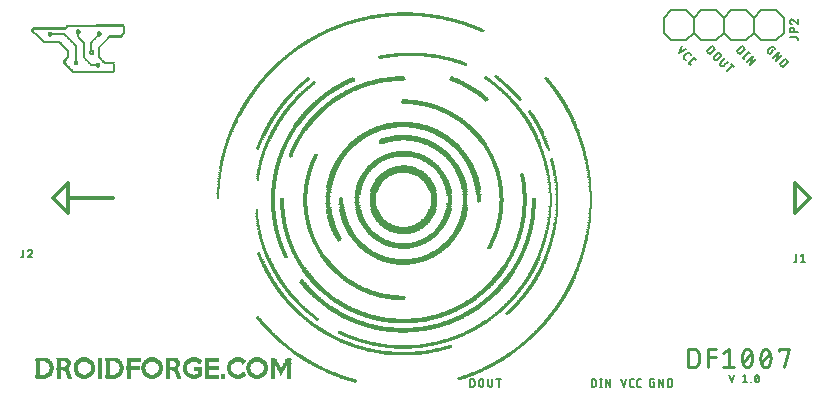
<source format=gbr>
G04 EAGLE Gerber RS-274X export*
G75*
%MOMM*%
%FSLAX34Y34*%
%LPD*%
%INSilkscreen Top*%
%IPPOS*%
%AMOC8*
5,1,8,0,0,1.08239X$1,22.5*%
G01*
%ADD10C,0.152400*%
%ADD11R,0.101600X0.025400*%
%ADD12R,0.228600X0.025400*%
%ADD13R,0.330200X0.025400*%
%ADD14R,0.431800X0.025400*%
%ADD15R,0.508000X0.025400*%
%ADD16R,0.609600X0.025400*%
%ADD17R,0.685800X0.025400*%
%ADD18R,0.762000X0.025400*%
%ADD19R,0.812800X0.025400*%
%ADD20R,0.177800X0.025400*%
%ADD21R,0.838200X0.025400*%
%ADD22R,0.279400X0.025400*%
%ADD23R,0.355600X0.025400*%
%ADD24R,0.457200X0.025400*%
%ADD25R,0.787400X0.025400*%
%ADD26R,0.533400X0.025400*%
%ADD27R,0.660400X0.025400*%
%ADD28R,0.736600X0.025400*%
%ADD29R,0.711200X0.025400*%
%ADD30R,0.635000X0.025400*%
%ADD31R,0.584200X0.025400*%
%ADD32R,0.558800X0.025400*%
%ADD33R,0.482600X0.025400*%
%ADD34R,0.406400X0.025400*%
%ADD35R,1.320800X0.025400*%
%ADD36R,2.133600X0.025400*%
%ADD37R,2.692400X0.025400*%
%ADD38R,3.149600X0.025400*%
%ADD39R,3.556000X0.025400*%
%ADD40R,3.911600X0.025400*%
%ADD41R,4.241800X0.025400*%
%ADD42R,4.546600X0.025400*%
%ADD43R,4.826000X0.025400*%
%ADD44R,1.905000X0.025400*%
%ADD45R,1.651000X0.025400*%
%ADD46R,1.625600X0.025400*%
%ADD47R,1.498600X0.025400*%
%ADD48R,1.473200X0.025400*%
%ADD49R,1.371600X0.025400*%
%ADD50R,0.381000X0.025400*%
%ADD51R,1.295400X0.025400*%
%ADD52R,1.270000X0.025400*%
%ADD53R,1.219200X0.025400*%
%ADD54R,1.193800X0.025400*%
%ADD55R,1.143000X0.025400*%
%ADD56R,1.092200X0.025400*%
%ADD57R,1.066800X0.025400*%
%ADD58R,1.016000X0.025400*%
%ADD59R,0.990600X0.025400*%
%ADD60R,0.965200X0.025400*%
%ADD61R,0.939800X0.025400*%
%ADD62R,0.914400X0.025400*%
%ADD63R,0.889000X0.025400*%
%ADD64R,0.863600X0.025400*%
%ADD65R,1.524000X0.025400*%
%ADD66R,2.235200X0.025400*%
%ADD67R,2.743200X0.025400*%
%ADD68R,3.175000X0.025400*%
%ADD69R,4.216400X0.025400*%
%ADD70R,4.521200X0.025400*%
%ADD71R,4.775200X0.025400*%
%ADD72R,0.304800X0.025400*%
%ADD73R,1.778000X0.025400*%
%ADD74R,1.574800X0.025400*%
%ADD75R,1.549400X0.025400*%
%ADD76R,0.076200X0.025400*%
%ADD77R,1.422400X0.025400*%
%ADD78R,1.244600X0.025400*%
%ADD79R,1.168400X0.025400*%
%ADD80R,1.117600X0.025400*%
%ADD81R,2.336800X0.025400*%
%ADD82R,0.152400X0.025400*%
%ADD83R,2.794000X0.025400*%
%ADD84R,3.505200X0.025400*%
%ADD85R,3.810000X0.025400*%
%ADD86R,4.114800X0.025400*%
%ADD87R,4.368800X0.025400*%
%ADD88R,4.622800X0.025400*%
%ADD89R,4.876800X0.025400*%
%ADD90R,5.080000X0.025400*%
%ADD91R,5.308600X0.025400*%
%ADD92R,2.362200X0.025400*%
%ADD93R,2.006600X0.025400*%
%ADD94R,2.032000X0.025400*%
%ADD95R,1.828800X0.025400*%
%ADD96R,1.701800X0.025400*%
%ADD97R,1.600200X0.025400*%
%ADD98R,1.447800X0.025400*%
%ADD99R,1.041400X0.025400*%
%ADD100R,2.489200X0.025400*%
%ADD101R,2.895600X0.025400*%
%ADD102R,3.225800X0.025400*%
%ADD103R,3.835400X0.025400*%
%ADD104R,4.343400X0.025400*%
%ADD105R,4.572000X0.025400*%
%ADD106R,4.800600X0.025400*%
%ADD107R,0.254000X0.025400*%
%ADD108R,5.029200X0.025400*%
%ADD109R,5.232400X0.025400*%
%ADD110R,2.057400X0.025400*%
%ADD111R,0.203200X0.025400*%
%ADD112R,1.346200X0.025400*%
%ADD113R,1.854200X0.025400*%
%ADD114R,1.981200X0.025400*%
%ADD115R,2.159000X0.025400*%
%ADD116R,2.260600X0.025400*%
%ADD117R,2.387600X0.025400*%
%ADD118R,1.727200X0.025400*%
%ADD119R,0.127000X0.025400*%
%ADD120R,2.184400X0.025400*%
%ADD121R,2.413000X0.025400*%
%ADD122R,2.641600X0.025400*%
%ADD123R,2.844800X0.025400*%
%ADD124R,3.022600X0.025400*%
%ADD125R,3.200400X0.025400*%
%ADD126R,3.352800X0.025400*%
%ADD127R,3.657600X0.025400*%
%ADD128R,3.937000X0.025400*%
%ADD129R,4.064000X0.025400*%
%ADD130R,1.879600X0.025400*%
%ADD131R,2.590800X0.025400*%
%ADD132R,2.870200X0.025400*%
%ADD133R,2.997200X0.025400*%
%ADD134R,3.124200X0.025400*%
%ADD135R,3.251200X0.025400*%
%ADD136R,3.479800X0.025400*%
%ADD137R,3.581400X0.025400*%
%ADD138R,1.803400X0.025400*%
%ADD139R,1.955800X0.025400*%
%ADD140R,2.082800X0.025400*%
%ADD141R,2.438400X0.025400*%
%ADD142R,2.565400X0.025400*%
%ADD143R,2.667000X0.025400*%
%ADD144R,2.946400X0.025400*%
%ADD145R,3.098800X0.025400*%
%ADD146R,3.327400X0.025400*%
%ADD147R,3.403600X0.025400*%
%ADD148R,0.050800X0.025400*%
%ADD149R,2.540000X0.025400*%
%ADD150R,2.717800X0.025400*%
%ADD151R,4.013200X0.025400*%
%ADD152R,3.784600X0.025400*%
%ADD153R,2.819400X0.025400*%
%ADD154R,2.616200X0.025400*%
%ADD155R,1.397000X0.025400*%
%ADD156R,4.419600X0.025400*%
%ADD157R,4.292600X0.025400*%
%ADD158R,4.140200X0.025400*%
%ADD159R,3.987800X0.025400*%
%ADD160R,3.632200X0.025400*%
%ADD161R,3.454400X0.025400*%
%ADD162R,3.048000X0.025400*%
%ADD163R,2.311400X0.025400*%
%ADD164R,0.025400X0.025400*%
%ADD165R,1.676400X0.025400*%
%ADD166R,2.514600X0.025400*%
%ADD167R,2.209800X0.025400*%
%ADD168R,1.930400X0.025400*%
%ADD169R,3.962400X0.025400*%
%ADD170R,3.606800X0.025400*%
%ADD171R,2.108200X0.025400*%
%ADD172R,5.283200X0.025400*%
%ADD173R,4.978400X0.025400*%
%ADD174R,4.673600X0.025400*%
%ADD175R,3.429000X0.025400*%
%ADD176R,2.921000X0.025400*%
%ADD177R,4.953000X0.025400*%
%ADD178R,4.927600X0.025400*%
%ADD179R,4.902200X0.025400*%
%ADD180R,4.749800X0.025400*%
%ADD181C,0.228600*%
%ADD182C,0.304800*%


D10*
X564214Y293896D02*
X561101Y287670D01*
X567327Y290783D01*
X565989Y282782D02*
X567026Y281744D01*
X565988Y282781D02*
X565937Y282835D01*
X565888Y282891D01*
X565843Y282950D01*
X565800Y283011D01*
X565761Y283074D01*
X565725Y283139D01*
X565692Y283206D01*
X565663Y283274D01*
X565637Y283344D01*
X565615Y283415D01*
X565596Y283487D01*
X565581Y283560D01*
X565570Y283634D01*
X565562Y283708D01*
X565558Y283782D01*
X565558Y283856D01*
X565562Y283930D01*
X565570Y284004D01*
X565581Y284078D01*
X565596Y284151D01*
X565615Y284223D01*
X565637Y284294D01*
X565663Y284364D01*
X565692Y284432D01*
X565725Y284499D01*
X565761Y284564D01*
X565800Y284627D01*
X565843Y284688D01*
X565888Y284747D01*
X565937Y284803D01*
X565988Y284857D01*
X565989Y284857D02*
X568583Y287451D01*
X568583Y287452D02*
X568637Y287503D01*
X568693Y287552D01*
X568752Y287597D01*
X568813Y287640D01*
X568876Y287679D01*
X568941Y287715D01*
X569008Y287748D01*
X569076Y287777D01*
X569146Y287803D01*
X569217Y287825D01*
X569289Y287844D01*
X569362Y287859D01*
X569436Y287870D01*
X569510Y287878D01*
X569584Y287882D01*
X569658Y287882D01*
X569732Y287878D01*
X569806Y287870D01*
X569880Y287859D01*
X569953Y287844D01*
X570025Y287825D01*
X570096Y287803D01*
X570166Y287777D01*
X570234Y287748D01*
X570301Y287715D01*
X570366Y287679D01*
X570429Y287640D01*
X570490Y287597D01*
X570549Y287552D01*
X570605Y287503D01*
X570659Y287452D01*
X570658Y287451D02*
X571696Y286414D01*
X570299Y278471D02*
X571337Y277433D01*
X570299Y278471D02*
X570248Y278525D01*
X570199Y278581D01*
X570154Y278640D01*
X570111Y278701D01*
X570072Y278764D01*
X570036Y278829D01*
X570003Y278896D01*
X569974Y278964D01*
X569948Y279034D01*
X569926Y279105D01*
X569907Y279177D01*
X569892Y279250D01*
X569881Y279324D01*
X569873Y279398D01*
X569869Y279472D01*
X569869Y279546D01*
X569873Y279620D01*
X569881Y279694D01*
X569892Y279768D01*
X569907Y279841D01*
X569926Y279913D01*
X569948Y279984D01*
X569974Y280054D01*
X570003Y280122D01*
X570036Y280189D01*
X570072Y280254D01*
X570111Y280317D01*
X570154Y280378D01*
X570199Y280437D01*
X570248Y280493D01*
X570299Y280547D01*
X572893Y283141D01*
X572947Y283192D01*
X573003Y283241D01*
X573062Y283286D01*
X573123Y283329D01*
X573186Y283368D01*
X573251Y283404D01*
X573318Y283437D01*
X573386Y283466D01*
X573456Y283492D01*
X573527Y283514D01*
X573599Y283533D01*
X573672Y283548D01*
X573746Y283559D01*
X573820Y283567D01*
X573894Y283571D01*
X573968Y283571D01*
X574042Y283567D01*
X574116Y283559D01*
X574190Y283548D01*
X574263Y283533D01*
X574335Y283514D01*
X574406Y283492D01*
X574476Y283466D01*
X574544Y283437D01*
X574611Y283404D01*
X574676Y283368D01*
X574739Y283329D01*
X574800Y283286D01*
X574859Y283241D01*
X574915Y283192D01*
X574969Y283141D01*
X576006Y282103D01*
X584944Y289226D02*
X589614Y293896D01*
X590911Y292599D01*
X590969Y292538D01*
X591025Y292474D01*
X591078Y292407D01*
X591127Y292338D01*
X591173Y292267D01*
X591216Y292194D01*
X591256Y292119D01*
X591292Y292043D01*
X591324Y291965D01*
X591353Y291885D01*
X591378Y291804D01*
X591399Y291722D01*
X591417Y291639D01*
X591430Y291555D01*
X591440Y291471D01*
X591446Y291387D01*
X591448Y291302D01*
X591446Y291217D01*
X591440Y291133D01*
X591430Y291049D01*
X591417Y290965D01*
X591399Y290882D01*
X591378Y290800D01*
X591353Y290719D01*
X591324Y290639D01*
X591292Y290561D01*
X591256Y290485D01*
X591216Y290410D01*
X591173Y290337D01*
X591127Y290266D01*
X591078Y290197D01*
X591025Y290130D01*
X590969Y290066D01*
X590911Y290005D01*
X588835Y287929D01*
X588774Y287871D01*
X588710Y287815D01*
X588643Y287762D01*
X588574Y287713D01*
X588503Y287667D01*
X588430Y287624D01*
X588355Y287584D01*
X588279Y287548D01*
X588201Y287516D01*
X588121Y287487D01*
X588040Y287462D01*
X587958Y287441D01*
X587875Y287423D01*
X587791Y287410D01*
X587707Y287400D01*
X587623Y287394D01*
X587538Y287392D01*
X587453Y287394D01*
X587369Y287400D01*
X587285Y287410D01*
X587201Y287423D01*
X587118Y287441D01*
X587036Y287462D01*
X586955Y287487D01*
X586875Y287516D01*
X586797Y287548D01*
X586721Y287584D01*
X586646Y287624D01*
X586573Y287667D01*
X586502Y287713D01*
X586433Y287762D01*
X586366Y287815D01*
X586302Y287871D01*
X586241Y287929D01*
X584944Y289226D01*
X591586Y285178D02*
X593662Y287254D01*
X593723Y287312D01*
X593787Y287368D01*
X593854Y287421D01*
X593923Y287470D01*
X593994Y287516D01*
X594067Y287559D01*
X594142Y287599D01*
X594218Y287635D01*
X594296Y287667D01*
X594376Y287696D01*
X594457Y287721D01*
X594539Y287742D01*
X594622Y287760D01*
X594706Y287773D01*
X594790Y287783D01*
X594874Y287789D01*
X594959Y287791D01*
X595044Y287789D01*
X595128Y287783D01*
X595212Y287773D01*
X595296Y287760D01*
X595379Y287742D01*
X595461Y287721D01*
X595542Y287696D01*
X595622Y287667D01*
X595700Y287635D01*
X595776Y287599D01*
X595851Y287559D01*
X595924Y287516D01*
X595995Y287470D01*
X596064Y287421D01*
X596131Y287368D01*
X596195Y287312D01*
X596256Y287254D01*
X596314Y287193D01*
X596370Y287129D01*
X596423Y287062D01*
X596472Y286993D01*
X596518Y286922D01*
X596561Y286849D01*
X596601Y286774D01*
X596637Y286698D01*
X596669Y286620D01*
X596698Y286540D01*
X596723Y286459D01*
X596744Y286377D01*
X596762Y286294D01*
X596775Y286210D01*
X596785Y286126D01*
X596791Y286042D01*
X596793Y285957D01*
X596791Y285872D01*
X596785Y285788D01*
X596775Y285704D01*
X596762Y285620D01*
X596744Y285537D01*
X596723Y285455D01*
X596698Y285374D01*
X596669Y285294D01*
X596637Y285216D01*
X596601Y285140D01*
X596561Y285065D01*
X596518Y284992D01*
X596472Y284921D01*
X596423Y284852D01*
X596370Y284785D01*
X596314Y284721D01*
X596256Y284660D01*
X596256Y284659D02*
X594180Y282584D01*
X594119Y282526D01*
X594055Y282470D01*
X593988Y282417D01*
X593919Y282368D01*
X593848Y282322D01*
X593775Y282279D01*
X593700Y282239D01*
X593624Y282203D01*
X593546Y282171D01*
X593466Y282142D01*
X593385Y282117D01*
X593303Y282096D01*
X593220Y282078D01*
X593136Y282065D01*
X593052Y282055D01*
X592968Y282049D01*
X592883Y282047D01*
X592798Y282049D01*
X592714Y282055D01*
X592630Y282065D01*
X592546Y282078D01*
X592463Y282096D01*
X592381Y282117D01*
X592300Y282142D01*
X592220Y282171D01*
X592142Y282203D01*
X592066Y282239D01*
X591991Y282279D01*
X591918Y282322D01*
X591847Y282368D01*
X591778Y282417D01*
X591711Y282470D01*
X591647Y282526D01*
X591586Y282584D01*
X591528Y282645D01*
X591472Y282709D01*
X591419Y282776D01*
X591370Y282845D01*
X591324Y282916D01*
X591281Y282989D01*
X591241Y283064D01*
X591205Y283140D01*
X591173Y283218D01*
X591144Y283298D01*
X591119Y283379D01*
X591098Y283461D01*
X591080Y283544D01*
X591067Y283628D01*
X591057Y283712D01*
X591051Y283796D01*
X591049Y283881D01*
X591051Y283966D01*
X591057Y284050D01*
X591067Y284134D01*
X591080Y284218D01*
X591098Y284301D01*
X591119Y284383D01*
X591144Y284464D01*
X591173Y284544D01*
X591205Y284622D01*
X591241Y284698D01*
X591281Y284773D01*
X591324Y284846D01*
X591370Y284917D01*
X591419Y284986D01*
X591472Y285053D01*
X591528Y285117D01*
X591586Y285178D01*
X596931Y279833D02*
X600304Y283206D01*
X596931Y279833D02*
X596873Y279772D01*
X596817Y279708D01*
X596764Y279641D01*
X596715Y279572D01*
X596669Y279501D01*
X596626Y279428D01*
X596586Y279353D01*
X596550Y279277D01*
X596518Y279199D01*
X596489Y279119D01*
X596464Y279038D01*
X596443Y278956D01*
X596425Y278873D01*
X596412Y278789D01*
X596402Y278705D01*
X596396Y278621D01*
X596394Y278536D01*
X596396Y278451D01*
X596402Y278367D01*
X596412Y278283D01*
X596425Y278199D01*
X596443Y278116D01*
X596464Y278034D01*
X596489Y277953D01*
X596518Y277873D01*
X596550Y277795D01*
X596586Y277719D01*
X596626Y277644D01*
X596669Y277571D01*
X596715Y277500D01*
X596764Y277431D01*
X596817Y277364D01*
X596873Y277300D01*
X596931Y277239D01*
X596992Y277181D01*
X597056Y277125D01*
X597123Y277072D01*
X597192Y277023D01*
X597263Y276977D01*
X597336Y276934D01*
X597411Y276894D01*
X597487Y276858D01*
X597565Y276826D01*
X597645Y276797D01*
X597726Y276772D01*
X597808Y276751D01*
X597891Y276733D01*
X597975Y276720D01*
X598059Y276710D01*
X598143Y276704D01*
X598228Y276702D01*
X598313Y276704D01*
X598397Y276710D01*
X598481Y276720D01*
X598565Y276733D01*
X598648Y276751D01*
X598730Y276772D01*
X598811Y276797D01*
X598891Y276826D01*
X598969Y276858D01*
X599045Y276894D01*
X599120Y276934D01*
X599193Y276977D01*
X599264Y277023D01*
X599333Y277072D01*
X599400Y277125D01*
X599464Y277181D01*
X599525Y277239D01*
X602898Y280612D01*
X606601Y276908D02*
X601931Y272239D01*
X607898Y275611D02*
X605304Y278206D01*
X610344Y289226D02*
X615014Y293896D01*
X616311Y292599D01*
X616369Y292538D01*
X616425Y292474D01*
X616478Y292407D01*
X616527Y292338D01*
X616573Y292267D01*
X616616Y292194D01*
X616656Y292119D01*
X616692Y292043D01*
X616724Y291965D01*
X616753Y291885D01*
X616778Y291804D01*
X616799Y291722D01*
X616817Y291639D01*
X616830Y291555D01*
X616840Y291471D01*
X616846Y291387D01*
X616848Y291302D01*
X616846Y291217D01*
X616840Y291133D01*
X616830Y291049D01*
X616817Y290965D01*
X616799Y290882D01*
X616778Y290800D01*
X616753Y290719D01*
X616724Y290639D01*
X616692Y290561D01*
X616656Y290485D01*
X616616Y290410D01*
X616573Y290337D01*
X616527Y290266D01*
X616478Y290197D01*
X616425Y290130D01*
X616369Y290066D01*
X616311Y290005D01*
X614235Y287929D01*
X614174Y287871D01*
X614110Y287815D01*
X614043Y287762D01*
X613974Y287713D01*
X613903Y287667D01*
X613830Y287624D01*
X613755Y287584D01*
X613679Y287548D01*
X613601Y287516D01*
X613521Y287487D01*
X613440Y287462D01*
X613358Y287441D01*
X613275Y287423D01*
X613191Y287410D01*
X613107Y287400D01*
X613023Y287394D01*
X612938Y287392D01*
X612853Y287394D01*
X612769Y287400D01*
X612685Y287410D01*
X612601Y287423D01*
X612518Y287441D01*
X612436Y287462D01*
X612355Y287487D01*
X612275Y287516D01*
X612197Y287548D01*
X612121Y287584D01*
X612046Y287624D01*
X611973Y287667D01*
X611902Y287713D01*
X611833Y287762D01*
X611766Y287815D01*
X611702Y287871D01*
X611641Y287929D01*
X610344Y289226D01*
X615952Y283619D02*
X620621Y288288D01*
X615433Y284137D02*
X616470Y283100D01*
X621140Y287769D02*
X620102Y288807D01*
X623635Y285275D02*
X618965Y280605D01*
X621559Y278011D02*
X623635Y285275D01*
X626229Y282681D02*
X621559Y278011D01*
X640154Y290005D02*
X640933Y289226D01*
X638338Y286632D01*
X636782Y288189D01*
X636781Y288188D02*
X636730Y288242D01*
X636681Y288298D01*
X636636Y288357D01*
X636593Y288418D01*
X636554Y288481D01*
X636518Y288546D01*
X636485Y288613D01*
X636456Y288681D01*
X636430Y288751D01*
X636408Y288822D01*
X636389Y288894D01*
X636374Y288967D01*
X636363Y289041D01*
X636355Y289115D01*
X636351Y289189D01*
X636351Y289263D01*
X636355Y289337D01*
X636363Y289411D01*
X636374Y289485D01*
X636389Y289558D01*
X636408Y289630D01*
X636430Y289701D01*
X636456Y289771D01*
X636485Y289839D01*
X636518Y289906D01*
X636554Y289971D01*
X636593Y290034D01*
X636636Y290095D01*
X636681Y290154D01*
X636730Y290210D01*
X636781Y290264D01*
X636782Y290264D02*
X639376Y292858D01*
X639376Y292859D02*
X639430Y292910D01*
X639486Y292959D01*
X639545Y293004D01*
X639606Y293047D01*
X639669Y293086D01*
X639734Y293122D01*
X639801Y293155D01*
X639869Y293184D01*
X639939Y293210D01*
X640010Y293232D01*
X640082Y293251D01*
X640155Y293266D01*
X640229Y293277D01*
X640303Y293285D01*
X640377Y293289D01*
X640451Y293289D01*
X640525Y293285D01*
X640599Y293277D01*
X640673Y293266D01*
X640746Y293251D01*
X640818Y293232D01*
X640889Y293210D01*
X640959Y293184D01*
X641027Y293155D01*
X641094Y293122D01*
X641159Y293086D01*
X641222Y293047D01*
X641283Y293004D01*
X641342Y292959D01*
X641398Y292910D01*
X641452Y292859D01*
X641451Y292858D02*
X643008Y291302D01*
X645931Y288379D02*
X641261Y283709D01*
X643856Y281114D02*
X645931Y288379D01*
X648525Y285784D02*
X643856Y281114D01*
X646779Y278191D02*
X651449Y282861D01*
X652746Y281564D01*
X652804Y281503D01*
X652860Y281439D01*
X652913Y281372D01*
X652962Y281303D01*
X653008Y281232D01*
X653051Y281159D01*
X653091Y281084D01*
X653127Y281008D01*
X653159Y280930D01*
X653188Y280850D01*
X653213Y280769D01*
X653234Y280687D01*
X653252Y280604D01*
X653265Y280520D01*
X653275Y280436D01*
X653281Y280352D01*
X653283Y280267D01*
X653281Y280182D01*
X653275Y280098D01*
X653265Y280014D01*
X653252Y279930D01*
X653234Y279847D01*
X653213Y279765D01*
X653188Y279684D01*
X653159Y279604D01*
X653127Y279526D01*
X653091Y279450D01*
X653051Y279375D01*
X653008Y279302D01*
X652962Y279231D01*
X652913Y279162D01*
X652860Y279095D01*
X652804Y279031D01*
X652746Y278970D01*
X650670Y276894D01*
X650609Y276836D01*
X650545Y276780D01*
X650478Y276727D01*
X650409Y276678D01*
X650338Y276632D01*
X650265Y276589D01*
X650190Y276549D01*
X650114Y276513D01*
X650036Y276481D01*
X649956Y276452D01*
X649875Y276427D01*
X649793Y276406D01*
X649710Y276388D01*
X649626Y276375D01*
X649542Y276365D01*
X649458Y276359D01*
X649373Y276357D01*
X649288Y276359D01*
X649204Y276365D01*
X649120Y276375D01*
X649036Y276388D01*
X648953Y276406D01*
X648871Y276427D01*
X648790Y276452D01*
X648710Y276481D01*
X648632Y276513D01*
X648556Y276549D01*
X648481Y276589D01*
X648408Y276632D01*
X648337Y276678D01*
X648268Y276727D01*
X648201Y276780D01*
X648137Y276836D01*
X648076Y276894D01*
X646779Y278191D01*
D11*
X287401Y8636D03*
D12*
X287020Y8890D03*
D13*
X286766Y9144D03*
D14*
X286258Y9398D03*
D15*
X285877Y9652D03*
D16*
X285369Y9906D03*
D17*
X284988Y10160D03*
D18*
X284607Y10414D03*
D19*
X284099Y10668D03*
D20*
X375412Y10668D03*
D21*
X283210Y10922D03*
D22*
X375666Y10922D03*
D19*
X282321Y11176D03*
D23*
X376047Y11176D03*
D19*
X281559Y11430D03*
D24*
X376301Y11430D03*
D25*
X280670Y11684D03*
D26*
X376682Y11684D03*
D25*
X279908Y11938D03*
D16*
X377063Y11938D03*
D18*
X279019Y12192D03*
D27*
X377571Y12192D03*
D28*
X278384Y12446D03*
D29*
X378079Y12446D03*
D28*
X277622Y12700D03*
D18*
X378587Y12700D03*
D28*
X276860Y12954D03*
D29*
X379349Y12954D03*
D28*
X276098Y13208D03*
D29*
X380111Y13208D03*
X275463Y13462D03*
X380873Y13462D03*
X274701Y13716D03*
D17*
X381508Y13716D03*
D29*
X273939Y13970D03*
D17*
X382270Y13970D03*
X273304Y14224D03*
X383032Y14224D03*
X272542Y14478D03*
D27*
X383667Y14478D03*
X271907Y14732D03*
D17*
X384302Y14732D03*
D27*
X271145Y14986D03*
X384937Y14986D03*
D30*
X270510Y15240D03*
D27*
X385699Y15240D03*
X269875Y15494D03*
D30*
X386334Y15494D03*
X269240Y15748D03*
X386842Y15748D03*
D16*
X268605Y16002D03*
D30*
X387604Y16002D03*
X267970Y16256D03*
X388112Y16256D03*
D16*
X267335Y16510D03*
X388747Y16510D03*
X266827Y16764D03*
X389509Y16764D03*
D31*
X266192Y17018D03*
D16*
X390017Y17018D03*
X265557Y17272D03*
X390525Y17272D03*
D31*
X264922Y17526D03*
X391160Y17526D03*
X264414Y17780D03*
D16*
X391795Y17780D03*
D31*
X263906Y18034D03*
X392430Y18034D03*
D32*
X263271Y18288D03*
D31*
X392938Y18288D03*
X262636Y18542D03*
X393446Y18542D03*
X262128Y18796D03*
D32*
X394081Y18796D03*
X261493Y19050D03*
X394589Y19050D03*
X260985Y19304D03*
X395097Y19304D03*
X260477Y19558D03*
X395605Y19558D03*
X259969Y19812D03*
D26*
X396240Y19812D03*
D32*
X259461Y20066D03*
D26*
X396748Y20066D03*
X258826Y20320D03*
X397256Y20320D03*
X258318Y20574D03*
X397764Y20574D03*
X257810Y20828D03*
X398272Y20828D03*
X257302Y21082D03*
X398780Y21082D03*
X256794Y21336D03*
X399288Y21336D03*
X256286Y21590D03*
X399796Y21590D03*
X255778Y21844D03*
X400304Y21844D03*
D15*
X255397Y22098D03*
D26*
X400812Y22098D03*
D15*
X254889Y22352D03*
D26*
X401320Y22352D03*
D15*
X254381Y22606D03*
X401701Y22606D03*
X253873Y22860D03*
X402209Y22860D03*
X253365Y23114D03*
X402717Y23114D03*
X252857Y23368D03*
X403225Y23368D03*
D33*
X252476Y23622D03*
D15*
X403733Y23622D03*
D33*
X251968Y23876D03*
X404114Y23876D03*
X251460Y24130D03*
X404622Y24130D03*
D15*
X251079Y24384D03*
D33*
X405130Y24384D03*
X250698Y24638D03*
X405638Y24638D03*
X250190Y24892D03*
X405892Y24892D03*
X249682Y25146D03*
X406400Y25146D03*
D24*
X249301Y25400D03*
D33*
X406908Y25400D03*
X248920Y25654D03*
X407416Y25654D03*
X248412Y25908D03*
D24*
X407797Y25908D03*
D33*
X247904Y26162D03*
X408178Y26162D03*
D24*
X247523Y26416D03*
D33*
X408686Y26416D03*
X247142Y26670D03*
D24*
X409067Y26670D03*
X246761Y26924D03*
X409575Y26924D03*
X246253Y27178D03*
X409829Y27178D03*
X245745Y27432D03*
X410337Y27432D03*
X245491Y27686D03*
X410845Y27686D03*
X244983Y27940D03*
X411099Y27940D03*
D14*
X244602Y28194D03*
D24*
X411607Y28194D03*
X244221Y28448D03*
D14*
X411988Y28448D03*
D24*
X243713Y28702D03*
X412369Y28702D03*
D14*
X243332Y28956D03*
X412750Y28956D03*
D24*
X242951Y29210D03*
D14*
X413258Y29210D03*
X242570Y29464D03*
D24*
X413639Y29464D03*
X242189Y29718D03*
D14*
X414020Y29718D03*
X241808Y29972D03*
D24*
X414401Y29972D03*
D14*
X241300Y30226D03*
X414782Y30226D03*
X241046Y30480D03*
D24*
X415163Y30480D03*
D14*
X240538Y30734D03*
X415544Y30734D03*
X240284Y30988D03*
D34*
X415925Y30988D03*
D14*
X239776Y31242D03*
X416306Y31242D03*
X239522Y31496D03*
D34*
X416687Y31496D03*
X239141Y31750D03*
D35*
X328041Y31750D03*
D14*
X417068Y31750D03*
X238760Y32004D03*
D36*
X328041Y32004D03*
D34*
X417449Y32004D03*
X238379Y32258D03*
D37*
X328041Y32258D03*
D14*
X417830Y32258D03*
X237998Y32512D03*
D38*
X328041Y32512D03*
D34*
X418211Y32512D03*
X237617Y32766D03*
D39*
X328041Y32766D03*
D14*
X418592Y32766D03*
X237236Y33020D03*
D40*
X328041Y33020D03*
D34*
X418973Y33020D03*
X236855Y33274D03*
D41*
X328168Y33274D03*
D34*
X419227Y33274D03*
X236601Y33528D03*
D42*
X328168Y33528D03*
D14*
X419608Y33528D03*
D34*
X236093Y33782D03*
D43*
X328041Y33782D03*
D34*
X419989Y33782D03*
X235839Y34036D03*
D44*
X312166Y34036D03*
X343916Y34036D03*
D34*
X420243Y34036D03*
X235585Y34290D03*
D45*
X309626Y34290D03*
D46*
X346583Y34290D03*
D34*
X420751Y34290D03*
X235077Y34544D03*
D47*
X307594Y34544D03*
D48*
X348615Y34544D03*
D34*
X421005Y34544D03*
X234823Y34798D03*
D49*
X305943Y34798D03*
X350393Y34798D03*
D34*
X421513Y34798D03*
D50*
X234442Y35052D03*
D51*
X304292Y35052D03*
D52*
X351917Y35052D03*
D34*
X421767Y35052D03*
X234061Y35306D03*
D53*
X302895Y35306D03*
D54*
X353314Y35306D03*
D34*
X422021Y35306D03*
X233807Y35560D03*
D55*
X301498Y35560D03*
X354584Y35560D03*
D34*
X422529Y35560D03*
D50*
X233426Y35814D03*
D56*
X300228Y35814D03*
X355854Y35814D03*
D34*
X422783Y35814D03*
X233045Y36068D03*
D57*
X299085Y36068D03*
X356997Y36068D03*
D34*
X423037Y36068D03*
X232791Y36322D03*
D58*
X298069Y36322D03*
X358267Y36322D03*
D50*
X423418Y36322D03*
X232410Y36576D03*
D59*
X296926Y36576D03*
D60*
X359283Y36576D03*
D34*
X423799Y36576D03*
X232029Y36830D03*
D61*
X295910Y36830D03*
D60*
X360299Y36830D03*
D50*
X424180Y36830D03*
D34*
X231775Y37084D03*
D62*
X294767Y37084D03*
X361315Y37084D03*
D50*
X424434Y37084D03*
X231394Y37338D03*
D63*
X293878Y37338D03*
X362204Y37338D03*
D34*
X424815Y37338D03*
D50*
X231140Y37592D03*
D64*
X292989Y37592D03*
D65*
X328041Y37592D03*
D63*
X363220Y37592D03*
D50*
X425196Y37592D03*
D34*
X230759Y37846D03*
D21*
X292100Y37846D03*
D66*
X328041Y37846D03*
D64*
X364109Y37846D03*
D50*
X425450Y37846D03*
X230378Y38100D03*
D21*
X291084Y38100D03*
D67*
X328041Y38100D03*
D19*
X364871Y38100D03*
D50*
X425704Y38100D03*
X230124Y38354D03*
D19*
X290195Y38354D03*
D68*
X328168Y38354D03*
D28*
X365506Y38354D03*
D34*
X426085Y38354D03*
X229743Y38608D03*
D25*
X289560Y38608D03*
D39*
X328041Y38608D03*
D27*
X366141Y38608D03*
D50*
X426466Y38608D03*
X229362Y38862D03*
D18*
X288671Y38862D03*
D40*
X328041Y38862D03*
D31*
X366522Y38862D03*
D50*
X426720Y38862D03*
X229108Y39116D03*
D18*
X287909Y39116D03*
D69*
X328041Y39116D03*
D33*
X367030Y39116D03*
D50*
X426974Y39116D03*
X228854Y39370D03*
D28*
X287020Y39370D03*
D70*
X328041Y39370D03*
D34*
X367411Y39370D03*
D50*
X427482Y39370D03*
X228600Y39624D03*
D28*
X286258Y39624D03*
D71*
X328041Y39624D03*
D72*
X367665Y39624D03*
D50*
X427736Y39624D03*
X228092Y39878D03*
D29*
X285623Y39878D03*
D73*
X311785Y39878D03*
X344297Y39878D03*
D12*
X368046Y39878D03*
D50*
X427990Y39878D03*
X227838Y40132D03*
D29*
X284861Y40132D03*
D74*
X309499Y40132D03*
D75*
X346710Y40132D03*
D76*
X368300Y40132D03*
D50*
X428244Y40132D03*
X227584Y40386D03*
D29*
X284099Y40386D03*
D77*
X307721Y40386D03*
X348615Y40386D03*
D23*
X428625Y40386D03*
D50*
X227330Y40640D03*
D17*
X283464Y40640D03*
D35*
X305943Y40640D03*
X350139Y40640D03*
D50*
X429006Y40640D03*
D23*
X226949Y40894D03*
D17*
X282702Y40894D03*
D78*
X304546Y40894D03*
D53*
X351663Y40894D03*
D50*
X429260Y40894D03*
X226568Y41148D03*
D27*
X282067Y41148D03*
D79*
X303149Y41148D03*
D54*
X353060Y41148D03*
D50*
X429514Y41148D03*
X226314Y41402D03*
D27*
X281305Y41402D03*
D80*
X301879Y41402D03*
D56*
X354330Y41402D03*
D50*
X429768Y41402D03*
X226060Y41656D03*
D30*
X280670Y41656D03*
D57*
X300609Y41656D03*
X355473Y41656D03*
D23*
X430149Y41656D03*
X225679Y41910D03*
D27*
X280035Y41910D03*
D58*
X299593Y41910D03*
X356743Y41910D03*
D23*
X430403Y41910D03*
X225425Y42164D03*
D30*
X279400Y42164D03*
D59*
X298450Y42164D03*
D60*
X357759Y42164D03*
D50*
X430784Y42164D03*
D23*
X225171Y42418D03*
D16*
X278765Y42418D03*
D60*
X297307Y42418D03*
X358775Y42418D03*
D50*
X431038Y42418D03*
X224790Y42672D03*
D30*
X278130Y42672D03*
D62*
X296291Y42672D03*
X359791Y42672D03*
D50*
X431292Y42672D03*
X224536Y42926D03*
D16*
X277495Y42926D03*
D63*
X295402Y42926D03*
D62*
X360807Y42926D03*
D23*
X431673Y42926D03*
D50*
X224282Y43180D03*
D16*
X276987Y43180D03*
D64*
X294513Y43180D03*
D63*
X361696Y43180D03*
D23*
X431927Y43180D03*
X223901Y43434D03*
D31*
X276352Y43434D03*
D64*
X293497Y43434D03*
D21*
X362712Y43434D03*
D23*
X432181Y43434D03*
X223647Y43688D03*
D31*
X275844Y43688D03*
D21*
X292608Y43688D03*
X363474Y43688D03*
D23*
X432435Y43688D03*
X223393Y43942D03*
D31*
X275082Y43942D03*
D19*
X291719Y43942D03*
X364363Y43942D03*
D50*
X432816Y43942D03*
D23*
X223139Y44196D03*
D31*
X274574Y44196D03*
D25*
X291084Y44196D03*
X365252Y44196D03*
D50*
X433070Y44196D03*
D23*
X222885Y44450D03*
D31*
X274066Y44450D03*
D18*
X290195Y44450D03*
D25*
X366014Y44450D03*
D23*
X433451Y44450D03*
D50*
X222504Y44704D03*
D32*
X273431Y44704D03*
D18*
X289433Y44704D03*
X366903Y44704D03*
D23*
X433705Y44704D03*
X222123Y44958D03*
D32*
X272923Y44958D03*
D28*
X288544Y44958D03*
X367538Y44958D03*
D23*
X433959Y44958D03*
X221869Y45212D03*
D32*
X272415Y45212D03*
D28*
X287782Y45212D03*
X368300Y45212D03*
D23*
X434213Y45212D03*
X221615Y45466D03*
D32*
X271907Y45466D03*
D29*
X287147Y45466D03*
D28*
X369062Y45466D03*
D23*
X434467Y45466D03*
X221361Y45720D03*
D32*
X271399Y45720D03*
D29*
X286385Y45720D03*
D17*
X369824Y45720D03*
D23*
X434721Y45720D03*
X221107Y45974D03*
D26*
X270764Y45974D03*
D29*
X285623Y45974D03*
D17*
X370586Y45974D03*
D23*
X434975Y45974D03*
X220853Y46228D03*
D26*
X270256Y46228D03*
D17*
X284988Y46228D03*
D27*
X371221Y46228D03*
D13*
X435356Y46228D03*
D23*
X220599Y46482D03*
D26*
X269748Y46482D03*
D17*
X284226Y46482D03*
D27*
X371983Y46482D03*
D23*
X435737Y46482D03*
X220345Y46736D03*
D26*
X269240Y46736D03*
D27*
X283591Y46736D03*
X372491Y46736D03*
D23*
X435991Y46736D03*
X220091Y46990D03*
D15*
X268859Y46990D03*
D30*
X282956Y46990D03*
D27*
X373253Y46990D03*
D23*
X436245Y46990D03*
D13*
X219710Y47244D03*
D15*
X268351Y47244D03*
D30*
X282194Y47244D03*
X373888Y47244D03*
D23*
X436499Y47244D03*
D13*
X219456Y47498D03*
D15*
X267843Y47498D03*
D30*
X281686Y47498D03*
X374650Y47498D03*
D23*
X436753Y47498D03*
D13*
X219202Y47752D03*
D15*
X267335Y47752D03*
D16*
X281051Y47752D03*
D30*
X375158Y47752D03*
D23*
X437007Y47752D03*
D13*
X218948Y48006D03*
D15*
X266827Y48006D03*
D30*
X280416Y48006D03*
D16*
X375793Y48006D03*
D23*
X437261Y48006D03*
D13*
X218694Y48260D03*
D15*
X266319Y48260D03*
D16*
X279781Y48260D03*
X376301Y48260D03*
D23*
X437515Y48260D03*
X218313Y48514D03*
D33*
X265938Y48514D03*
D31*
X279146Y48514D03*
D16*
X377063Y48514D03*
D23*
X437769Y48514D03*
X218059Y48768D03*
D33*
X265430Y48768D03*
D31*
X278638Y48768D03*
D16*
X377571Y48768D03*
D23*
X438023Y48768D03*
X217805Y49022D03*
D33*
X264922Y49022D03*
D16*
X278003Y49022D03*
D31*
X378206Y49022D03*
D23*
X438277Y49022D03*
X217551Y49276D03*
D15*
X264541Y49276D03*
D31*
X277368Y49276D03*
X378714Y49276D03*
D23*
X438531Y49276D03*
X217297Y49530D03*
D33*
X264160Y49530D03*
D31*
X276860Y49530D03*
X379222Y49530D03*
D23*
X438785Y49530D03*
X217043Y49784D03*
D33*
X263652Y49784D03*
D31*
X276352Y49784D03*
D32*
X379857Y49784D03*
D13*
X439166Y49784D03*
D23*
X216789Y50038D03*
D33*
X263144Y50038D03*
D26*
X275844Y50038D03*
D32*
X380365Y50038D03*
D13*
X439420Y50038D03*
D23*
X216535Y50292D03*
D24*
X262763Y50292D03*
D15*
X275463Y50292D03*
D32*
X380873Y50292D03*
D13*
X439674Y50292D03*
D23*
X216281Y50546D03*
D24*
X262255Y50546D03*
X275209Y50546D03*
D26*
X381508Y50546D03*
D13*
X439928Y50546D03*
D23*
X216027Y50800D03*
D33*
X261874Y50800D03*
D34*
X274955Y50800D03*
D26*
X382016Y50800D03*
D13*
X440182Y50800D03*
D23*
X215773Y51054D03*
D24*
X261493Y51054D03*
D13*
X274574Y51054D03*
D64*
X328041Y51054D03*
D26*
X382524Y51054D03*
D13*
X440436Y51054D03*
D23*
X215519Y51308D03*
D24*
X260985Y51308D03*
D22*
X274320Y51308D03*
D73*
X328041Y51308D03*
D26*
X383032Y51308D03*
D13*
X440690Y51308D03*
D23*
X215265Y51562D03*
D33*
X260604Y51562D03*
D12*
X274066Y51562D03*
D81*
X328041Y51562D03*
D26*
X383540Y51562D03*
D13*
X440944Y51562D03*
X215138Y51816D03*
D24*
X260223Y51816D03*
D82*
X273939Y51816D03*
D83*
X328041Y51816D03*
D26*
X384048Y51816D03*
D13*
X441198Y51816D03*
X214884Y52070D03*
D24*
X259715Y52070D03*
D68*
X328168Y52070D03*
D26*
X384556Y52070D03*
D13*
X441452Y52070D03*
X214630Y52324D03*
D14*
X259334Y52324D03*
D84*
X328041Y52324D03*
D26*
X385064Y52324D03*
D13*
X441706Y52324D03*
X214376Y52578D03*
D24*
X258953Y52578D03*
D85*
X328041Y52578D03*
D26*
X385572Y52578D03*
D13*
X441960Y52578D03*
X214122Y52832D03*
D14*
X258572Y52832D03*
D86*
X328041Y52832D03*
D26*
X386080Y52832D03*
D13*
X442214Y52832D03*
X213868Y53086D03*
D24*
X258191Y53086D03*
D87*
X328041Y53086D03*
D15*
X386461Y53086D03*
D13*
X442468Y53086D03*
X213614Y53340D03*
D14*
X257810Y53340D03*
D88*
X328041Y53340D03*
D15*
X386969Y53340D03*
D13*
X442722Y53340D03*
X213360Y53594D03*
D14*
X257302Y53594D03*
D89*
X328041Y53594D03*
D15*
X387477Y53594D03*
D13*
X442976Y53594D03*
X213106Y53848D03*
D14*
X257048Y53848D03*
D90*
X328041Y53848D03*
D15*
X387985Y53848D03*
D13*
X442976Y53848D03*
X212852Y54102D03*
D14*
X256540Y54102D03*
D91*
X328168Y54102D03*
D33*
X388366Y54102D03*
D13*
X443230Y54102D03*
X212598Y54356D03*
D14*
X256286Y54356D03*
D81*
X312293Y54356D03*
D92*
X343916Y54356D03*
D33*
X388874Y54356D03*
D13*
X443484Y54356D03*
X212344Y54610D03*
D14*
X255778Y54610D03*
D93*
X309626Y54610D03*
D94*
X346583Y54610D03*
D33*
X389382Y54610D03*
D13*
X443738Y54610D03*
X212090Y54864D03*
D14*
X255524Y54864D03*
D95*
X307721Y54864D03*
X348361Y54864D03*
D33*
X389890Y54864D03*
D13*
X443992Y54864D03*
X211836Y55118D03*
D14*
X255016Y55118D03*
D96*
X306070Y55118D03*
X350012Y55118D03*
D33*
X390144Y55118D03*
D13*
X444246Y55118D03*
X211582Y55372D03*
D14*
X254762Y55372D03*
D97*
X304800Y55372D03*
D74*
X351409Y55372D03*
D33*
X390652Y55372D03*
D13*
X444500Y55372D03*
X211328Y55626D03*
D14*
X254254Y55626D03*
D47*
X303530Y55626D03*
D65*
X352679Y55626D03*
D33*
X391160Y55626D03*
D13*
X444754Y55626D03*
D72*
X211201Y55880D03*
D14*
X254000Y55880D03*
D98*
X302260Y55880D03*
X353822Y55880D03*
D24*
X391541Y55880D03*
D13*
X445008Y55880D03*
D72*
X210947Y56134D03*
D34*
X253619Y56134D03*
D49*
X301117Y56134D03*
X354965Y56134D03*
D24*
X392049Y56134D03*
D13*
X445262Y56134D03*
D72*
X210693Y56388D03*
D14*
X253238Y56388D03*
D35*
X300101Y56388D03*
X355981Y56388D03*
D24*
X392303Y56388D03*
D13*
X445516Y56388D03*
X210566Y56642D03*
D34*
X252857Y56642D03*
D52*
X299085Y56642D03*
D51*
X357124Y56642D03*
D24*
X392811Y56642D03*
D13*
X445770Y56642D03*
X210312Y56896D03*
D14*
X252476Y56896D03*
D78*
X298196Y56896D03*
D53*
X358013Y56896D03*
D24*
X393319Y56896D03*
D72*
X445897Y56896D03*
D13*
X210058Y57150D03*
D34*
X252095Y57150D03*
D54*
X297180Y57150D03*
X358902Y57150D03*
D24*
X393573Y57150D03*
D72*
X446151Y57150D03*
D13*
X209804Y57404D03*
D34*
X251841Y57404D03*
D79*
X296291Y57404D03*
X359791Y57404D03*
D24*
X394081Y57404D03*
D72*
X446405Y57404D03*
D13*
X209550Y57658D03*
D34*
X251333Y57658D03*
D55*
X295402Y57658D03*
X360680Y57658D03*
D14*
X394462Y57658D03*
D13*
X446532Y57658D03*
X209296Y57912D03*
D34*
X251079Y57912D03*
D56*
X294640Y57912D03*
D80*
X361569Y57912D03*
D24*
X394843Y57912D03*
D13*
X446786Y57912D03*
D72*
X209169Y58166D03*
D34*
X250825Y58166D03*
D56*
X293878Y58166D03*
D57*
X362331Y58166D03*
D14*
X395224Y58166D03*
D13*
X447040Y58166D03*
D72*
X208915Y58420D03*
D34*
X250317Y58420D03*
D57*
X292989Y58420D03*
X363093Y58420D03*
D24*
X395605Y58420D03*
D13*
X447294Y58420D03*
D72*
X208661Y58674D03*
D34*
X250063Y58674D03*
D99*
X292354Y58674D03*
X363982Y58674D03*
D14*
X395986Y58674D03*
D13*
X447548Y58674D03*
D72*
X208407Y58928D03*
D50*
X249682Y58928D03*
D58*
X291465Y58928D03*
D49*
X328041Y58928D03*
D58*
X364617Y58928D03*
D14*
X396494Y58928D03*
D72*
X447675Y58928D03*
D13*
X208280Y59182D03*
D50*
X249428Y59182D03*
D59*
X290830Y59182D03*
D93*
X328168Y59182D03*
D58*
X365379Y59182D03*
D14*
X396748Y59182D03*
D72*
X447929Y59182D03*
D13*
X208026Y59436D03*
D34*
X249047Y59436D03*
D59*
X290068Y59436D03*
D100*
X328041Y59436D03*
D59*
X366014Y59436D03*
D14*
X397256Y59436D03*
D72*
X448183Y59436D03*
D13*
X207772Y59690D03*
D50*
X248666Y59690D03*
D60*
X289433Y59690D03*
D101*
X328041Y59690D03*
D61*
X366776Y59690D03*
D14*
X397510Y59690D03*
D72*
X448437Y59690D03*
X207645Y59944D03*
D50*
X248412Y59944D03*
D61*
X288798Y59944D03*
D102*
X328168Y59944D03*
D61*
X367538Y59944D03*
D14*
X398018Y59944D03*
D13*
X448564Y59944D03*
D72*
X207391Y60198D03*
D34*
X248031Y60198D03*
D61*
X288036Y60198D03*
D39*
X328041Y60198D03*
D62*
X368173Y60198D03*
D14*
X398272Y60198D03*
D13*
X448818Y60198D03*
D72*
X207137Y60452D03*
D50*
X247650Y60452D03*
D62*
X287401Y60452D03*
D103*
X328168Y60452D03*
D62*
X368681Y60452D03*
D34*
X398653Y60452D03*
D13*
X449072Y60452D03*
D72*
X206883Y60706D03*
D50*
X247396Y60706D03*
D63*
X286766Y60706D03*
D86*
X328041Y60706D03*
D62*
X369443Y60706D03*
D14*
X399034Y60706D03*
D72*
X449199Y60706D03*
X206629Y60960D03*
D50*
X247142Y60960D03*
D63*
X286004Y60960D03*
D104*
X328168Y60960D03*
D63*
X370078Y60960D03*
D34*
X399415Y60960D03*
D72*
X449453Y60960D03*
D13*
X206502Y61214D03*
D50*
X246888Y61214D03*
D82*
X255143Y61214D03*
D63*
X285496Y61214D03*
D105*
X328041Y61214D03*
D64*
X370713Y61214D03*
D14*
X399796Y61214D03*
D72*
X449707Y61214D03*
X206375Y61468D03*
D50*
X246380Y61468D03*
D12*
X255016Y61468D03*
D64*
X284861Y61468D03*
D106*
X328168Y61468D03*
D64*
X371221Y61468D03*
D34*
X400177Y61468D03*
D72*
X449961Y61468D03*
X206121Y61722D03*
D50*
X246126Y61722D03*
D107*
X254889Y61722D03*
D64*
X284353Y61722D03*
D108*
X328041Y61722D03*
D21*
X371856Y61722D03*
D34*
X400431Y61722D03*
D13*
X450088Y61722D03*
D72*
X205867Y61976D03*
D50*
X245872Y61976D03*
D22*
X254762Y61976D03*
D21*
X283718Y61976D03*
D109*
X328041Y61976D03*
D21*
X372364Y61976D03*
D34*
X400939Y61976D03*
D72*
X450215Y61976D03*
X205613Y62230D03*
D50*
X245618Y62230D03*
D13*
X254508Y62230D03*
D21*
X283210Y62230D03*
D110*
X311404Y62230D03*
X344932Y62230D03*
D21*
X373126Y62230D03*
D34*
X401193Y62230D03*
D72*
X450469Y62230D03*
D22*
X205486Y62484D03*
D23*
X245237Y62484D03*
X254381Y62484D03*
D19*
X282575Y62484D03*
D95*
X309245Y62484D03*
X346837Y62484D03*
D21*
X373634Y62484D03*
D34*
X401447Y62484D03*
D72*
X450723Y62484D03*
X205359Y62738D03*
D50*
X244856Y62738D03*
X254254Y62738D03*
D19*
X282067Y62738D03*
D96*
X307594Y62738D03*
X348488Y62738D03*
D19*
X374269Y62738D03*
D34*
X401955Y62738D03*
D72*
X450977Y62738D03*
D22*
X205232Y62992D03*
D50*
X244602Y62992D03*
D34*
X253873Y62992D03*
D25*
X281432Y62992D03*
D74*
X306197Y62992D03*
X349885Y62992D03*
D19*
X374777Y62992D03*
D34*
X402209Y62992D03*
D72*
X451231Y62992D03*
D107*
X205105Y63246D03*
D50*
X244348Y63246D03*
D34*
X253619Y63246D03*
D25*
X280924Y63246D03*
D48*
X304927Y63246D03*
D47*
X351282Y63246D03*
D19*
X375285Y63246D03*
D50*
X402590Y63246D03*
D13*
X451358Y63246D03*
D111*
X205105Y63500D03*
D23*
X243967Y63500D03*
D50*
X253238Y63500D03*
D25*
X280416Y63500D03*
D77*
X303657Y63500D03*
X352425Y63500D03*
D18*
X375793Y63500D03*
D34*
X402971Y63500D03*
D72*
X451485Y63500D03*
D20*
X204978Y63754D03*
D23*
X243713Y63754D03*
D34*
X252857Y63754D03*
D18*
X279781Y63754D03*
D49*
X302641Y63754D03*
D112*
X353568Y63754D03*
D18*
X376301Y63754D03*
D34*
X403225Y63754D03*
D72*
X451739Y63754D03*
D11*
X205105Y64008D03*
D23*
X243459Y64008D03*
D34*
X252603Y64008D03*
D18*
X279273Y64008D03*
D35*
X301625Y64008D03*
D51*
X354584Y64008D03*
D18*
X376809Y64008D03*
D50*
X403606Y64008D03*
D72*
X451993Y64008D03*
D50*
X243078Y64262D03*
X252222Y64262D03*
D18*
X278765Y64262D03*
D52*
X300609Y64262D03*
X355473Y64262D03*
D18*
X377317Y64262D03*
D50*
X403860Y64262D03*
D72*
X452247Y64262D03*
D50*
X242824Y64516D03*
X251968Y64516D03*
D18*
X278257Y64516D03*
D53*
X299593Y64516D03*
X356489Y64516D03*
D18*
X377825Y64516D03*
D34*
X404241Y64516D03*
D72*
X452247Y64516D03*
D23*
X242443Y64770D03*
D34*
X251587Y64770D03*
D28*
X277876Y64770D03*
D79*
X298831Y64770D03*
D54*
X357378Y64770D03*
D28*
X378460Y64770D03*
D50*
X404622Y64770D03*
D72*
X452501Y64770D03*
D23*
X242189Y65024D03*
D50*
X251206Y65024D03*
D28*
X277368Y65024D03*
D55*
X297942Y65024D03*
D79*
X358267Y65024D03*
D28*
X378968Y65024D03*
D50*
X404876Y65024D03*
D72*
X452755Y65024D03*
D23*
X241935Y65278D03*
D50*
X250952Y65278D03*
D28*
X276860Y65278D03*
D80*
X297053Y65278D03*
X359029Y65278D03*
D29*
X379349Y65278D03*
D50*
X405130Y65278D03*
D72*
X453009Y65278D03*
D23*
X241681Y65532D03*
D50*
X250698Y65532D03*
D28*
X276352Y65532D03*
D56*
X296164Y65532D03*
X359918Y65532D03*
D29*
X379857Y65532D03*
D50*
X405638Y65532D03*
D72*
X453263Y65532D03*
D23*
X241427Y65786D03*
D34*
X250317Y65786D03*
D28*
X275844Y65786D03*
D57*
X295529Y65786D03*
X360807Y65786D03*
D29*
X380365Y65786D03*
D50*
X405892Y65786D03*
D76*
X416052Y65786D03*
D72*
X453263Y65786D03*
D23*
X241173Y66040D03*
D50*
X249936Y66040D03*
D29*
X275463Y66040D03*
D99*
X294640Y66040D03*
X361442Y66040D03*
D29*
X380873Y66040D03*
D50*
X406146Y66040D03*
D20*
X416052Y66040D03*
D72*
X453517Y66040D03*
D50*
X240792Y66294D03*
X249682Y66294D03*
D29*
X274955Y66294D03*
D58*
X294005Y66294D03*
X362331Y66294D03*
D17*
X381254Y66294D03*
D50*
X406400Y66294D03*
D12*
X416052Y66294D03*
D72*
X453771Y66294D03*
D23*
X240411Y66548D03*
D50*
X249428Y66548D03*
D29*
X274447Y66548D03*
D59*
X293116Y66548D03*
X362966Y66548D03*
D17*
X381762Y66548D03*
D50*
X406908Y66548D03*
D107*
X416179Y66548D03*
D72*
X454025Y66548D03*
D23*
X240157Y66802D03*
X249047Y66802D03*
D17*
X274066Y66802D03*
D60*
X292481Y66802D03*
X363601Y66802D03*
D17*
X382270Y66802D03*
D50*
X407162Y66802D03*
D22*
X416306Y66802D03*
X454152Y66802D03*
D23*
X239903Y67056D03*
D50*
X248666Y67056D03*
D17*
X273558Y67056D03*
D61*
X291846Y67056D03*
D60*
X364363Y67056D03*
D17*
X382524Y67056D03*
D50*
X407416Y67056D03*
D72*
X416433Y67056D03*
X454279Y67056D03*
D23*
X239649Y67310D03*
D50*
X248412Y67310D03*
D17*
X273050Y67310D03*
D61*
X291084Y67310D03*
X364998Y67310D03*
D17*
X383032Y67310D03*
D50*
X407670Y67310D03*
D13*
X416560Y67310D03*
D72*
X454533Y67310D03*
D23*
X239395Y67564D03*
D50*
X248158Y67564D03*
D27*
X272669Y67564D03*
D62*
X290449Y67564D03*
X365633Y67564D03*
D17*
X383540Y67564D03*
D23*
X408051Y67564D03*
D13*
X416814Y67564D03*
D72*
X454787Y67564D03*
D23*
X239141Y67818D03*
D50*
X247904Y67818D03*
D27*
X272161Y67818D03*
D63*
X289814Y67818D03*
D62*
X366395Y67818D03*
D27*
X383921Y67818D03*
D23*
X408305Y67818D03*
X416941Y67818D03*
D22*
X454914Y67818D03*
D23*
X238887Y68072D03*
X247523Y68072D03*
D17*
X271780Y68072D03*
D63*
X289306Y68072D03*
X367030Y68072D03*
D27*
X384429Y68072D03*
D50*
X408686Y68072D03*
D13*
X417322Y68072D03*
D72*
X455041Y68072D03*
D23*
X238633Y68326D03*
X247269Y68326D03*
D27*
X271399Y68326D03*
D63*
X288544Y68326D03*
X367538Y68326D03*
D27*
X384683Y68326D03*
D50*
X408940Y68326D03*
D13*
X417576Y68326D03*
D72*
X455295Y68326D03*
D23*
X238379Y68580D03*
X247015Y68580D03*
D27*
X270891Y68580D03*
D64*
X287909Y68580D03*
X368173Y68580D03*
D27*
X385191Y68580D03*
D50*
X409194Y68580D03*
D13*
X417830Y68580D03*
D72*
X455549Y68580D03*
D23*
X238125Y68834D03*
D50*
X246634Y68834D03*
D30*
X270510Y68834D03*
D64*
X287401Y68834D03*
D21*
X368808Y68834D03*
D27*
X385699Y68834D03*
D23*
X409575Y68834D03*
D13*
X418084Y68834D03*
D22*
X455676Y68834D03*
D13*
X237744Y69088D03*
D50*
X246380Y69088D03*
D27*
X270129Y69088D03*
D21*
X286766Y69088D03*
X369316Y69088D03*
D30*
X386080Y69088D03*
D23*
X409829Y69088D03*
D13*
X418338Y69088D03*
D72*
X455803Y69088D03*
D13*
X237490Y69342D03*
D23*
X245999Y69342D03*
D30*
X269748Y69342D03*
D21*
X286258Y69342D03*
D19*
X369951Y69342D03*
D27*
X386461Y69342D03*
D23*
X410083Y69342D03*
D13*
X418592Y69342D03*
D72*
X456057Y69342D03*
D13*
X237236Y69596D03*
D23*
X245745Y69596D03*
D30*
X269240Y69596D03*
D19*
X285623Y69596D03*
X370459Y69596D03*
D30*
X386842Y69596D03*
D23*
X410337Y69596D03*
D13*
X418846Y69596D03*
D72*
X456311Y69596D03*
D13*
X236982Y69850D03*
D23*
X245491Y69850D03*
D30*
X268986Y69850D03*
D19*
X285115Y69850D03*
D25*
X371094Y69850D03*
D30*
X387350Y69850D03*
D23*
X410591Y69850D03*
D13*
X419100Y69850D03*
D22*
X456438Y69850D03*
D13*
X236728Y70104D03*
D23*
X245237Y70104D03*
D30*
X268478Y70104D03*
D25*
X284480Y70104D03*
X371602Y70104D03*
D30*
X387604Y70104D03*
D50*
X410972Y70104D03*
D13*
X419354Y70104D03*
D72*
X456565Y70104D03*
D13*
X236474Y70358D03*
D23*
X244983Y70358D03*
D16*
X268097Y70358D03*
D25*
X283972Y70358D03*
X372110Y70358D03*
D30*
X388112Y70358D03*
D23*
X411353Y70358D03*
D13*
X419608Y70358D03*
D72*
X456819Y70358D03*
D13*
X236220Y70612D03*
D23*
X244729Y70612D03*
D30*
X267716Y70612D03*
D25*
X283464Y70612D03*
D18*
X372745Y70612D03*
D16*
X388493Y70612D03*
D23*
X411607Y70612D03*
D13*
X419862Y70612D03*
D22*
X456946Y70612D03*
D13*
X235966Y70866D03*
D23*
X244475Y70866D03*
D16*
X267335Y70866D03*
D25*
X282956Y70866D03*
D18*
X373253Y70866D03*
D30*
X388874Y70866D03*
D23*
X411861Y70866D03*
D13*
X420116Y70866D03*
D22*
X457200Y70866D03*
D13*
X235712Y71120D03*
D23*
X243967Y71120D03*
D30*
X266954Y71120D03*
D18*
X282321Y71120D03*
X373761Y71120D03*
D16*
X389255Y71120D03*
D23*
X412115Y71120D03*
D13*
X420370Y71120D03*
D72*
X457327Y71120D03*
D13*
X235458Y71374D03*
D23*
X243713Y71374D03*
D16*
X266573Y71374D03*
D28*
X281940Y71374D03*
D18*
X374269Y71374D03*
D16*
X389509Y71374D03*
D23*
X412369Y71374D03*
D13*
X420624Y71374D03*
D72*
X457581Y71374D03*
D13*
X235204Y71628D03*
D23*
X243459Y71628D03*
D31*
X266192Y71628D03*
D28*
X281432Y71628D03*
D18*
X374777Y71628D03*
D16*
X390017Y71628D03*
D23*
X412623Y71628D03*
D13*
X420878Y71628D03*
D22*
X457708Y71628D03*
D13*
X234950Y71882D03*
D23*
X243205Y71882D03*
D16*
X265811Y71882D03*
D28*
X280924Y71882D03*
X375158Y71882D03*
D31*
X390398Y71882D03*
D23*
X412877Y71882D03*
D13*
X421132Y71882D03*
D72*
X457835Y71882D03*
D13*
X234696Y72136D03*
D23*
X242951Y72136D03*
D31*
X265430Y72136D03*
D28*
X280416Y72136D03*
D29*
X375793Y72136D03*
D16*
X390779Y72136D03*
D23*
X413131Y72136D03*
D13*
X421386Y72136D03*
D72*
X458089Y72136D03*
D13*
X234442Y72390D03*
D23*
X242697Y72390D03*
D16*
X265049Y72390D03*
D28*
X279908Y72390D03*
D29*
X376301Y72390D03*
D31*
X391160Y72390D03*
D23*
X413385Y72390D03*
D13*
X421640Y72390D03*
D22*
X458216Y72390D03*
D13*
X234188Y72644D03*
D23*
X242443Y72644D03*
D31*
X264668Y72644D03*
D29*
X279527Y72644D03*
X376809Y72644D03*
D31*
X391414Y72644D03*
D13*
X413766Y72644D03*
X421894Y72644D03*
D22*
X458470Y72644D03*
D13*
X233934Y72898D03*
D23*
X242189Y72898D03*
D31*
X264414Y72898D03*
D29*
X279019Y72898D03*
D17*
X377190Y72898D03*
D31*
X391922Y72898D03*
D13*
X414020Y72898D03*
X422148Y72898D03*
D72*
X458597Y72898D03*
D13*
X233680Y73152D03*
D23*
X241935Y73152D03*
D31*
X263906Y73152D03*
D29*
X278511Y73152D03*
D17*
X377698Y73152D03*
D31*
X392176Y73152D03*
D13*
X414274Y73152D03*
X422402Y73152D03*
D22*
X458724Y73152D03*
D13*
X233426Y73406D03*
D23*
X241681Y73406D03*
D31*
X263652Y73406D03*
D17*
X278130Y73406D03*
D29*
X378079Y73406D03*
D31*
X392430Y73406D03*
D13*
X414528Y73406D03*
X422656Y73406D03*
D22*
X458978Y73406D03*
D13*
X233172Y73660D03*
D23*
X241427Y73660D03*
D32*
X263271Y73660D03*
D17*
X277622Y73660D03*
D29*
X378587Y73660D03*
D31*
X392938Y73660D03*
D13*
X414782Y73660D03*
X422910Y73660D03*
D72*
X459105Y73660D03*
D13*
X232918Y73914D03*
D23*
X241173Y73914D03*
D31*
X262890Y73914D03*
D17*
X277114Y73914D03*
X378968Y73914D03*
D31*
X393192Y73914D03*
D13*
X415036Y73914D03*
X423164Y73914D03*
D22*
X459232Y73914D03*
D72*
X232791Y74168D03*
D13*
X240792Y74168D03*
D31*
X262636Y74168D03*
D27*
X276733Y74168D03*
D17*
X379476Y74168D03*
D32*
X393573Y74168D03*
D13*
X415290Y74168D03*
X423418Y74168D03*
D22*
X459486Y74168D03*
D72*
X232537Y74422D03*
D13*
X240538Y74422D03*
D32*
X262255Y74422D03*
D27*
X276225Y74422D03*
X379857Y74422D03*
D31*
X393954Y74422D03*
D13*
X415544Y74422D03*
X423672Y74422D03*
D72*
X459613Y74422D03*
D13*
X232410Y74676D03*
X240284Y74676D03*
D31*
X261874Y74676D03*
D17*
X275844Y74676D03*
D27*
X380365Y74676D03*
D32*
X394335Y74676D03*
D13*
X415798Y74676D03*
X423926Y74676D03*
D22*
X459740Y74676D03*
D13*
X232156Y74930D03*
X240030Y74930D03*
D32*
X261493Y74930D03*
D27*
X275463Y74930D03*
X380873Y74930D03*
D32*
X394589Y74930D03*
D13*
X416052Y74930D03*
X424180Y74930D03*
D22*
X459994Y74930D03*
D13*
X231902Y75184D03*
X239776Y75184D03*
D32*
X261239Y75184D03*
D27*
X274955Y75184D03*
X381127Y75184D03*
D32*
X394843Y75184D03*
D13*
X416306Y75184D03*
D72*
X424307Y75184D03*
X460121Y75184D03*
D13*
X231648Y75438D03*
X239522Y75438D03*
D32*
X260985Y75438D03*
D30*
X274574Y75438D03*
D27*
X381635Y75438D03*
D32*
X395351Y75438D03*
D13*
X416560Y75438D03*
D72*
X424561Y75438D03*
D22*
X460248Y75438D03*
D13*
X231394Y75692D03*
X239268Y75692D03*
D32*
X260477Y75692D03*
D27*
X274193Y75692D03*
D30*
X382016Y75692D03*
D32*
X395605Y75692D03*
D13*
X416814Y75692D03*
D72*
X424815Y75692D03*
D22*
X460502Y75692D03*
D13*
X231140Y75946D03*
X239014Y75946D03*
D32*
X260223Y75946D03*
D30*
X273812Y75946D03*
X382524Y75946D03*
D32*
X395859Y75946D03*
D13*
X417068Y75946D03*
X424942Y75946D03*
D72*
X460629Y75946D03*
D13*
X230886Y76200D03*
X238760Y76200D03*
D32*
X259969Y76200D03*
D30*
X273304Y76200D03*
X382778Y76200D03*
D26*
X396240Y76200D03*
D13*
X417322Y76200D03*
X425196Y76200D03*
D22*
X460756Y76200D03*
D13*
X230632Y76454D03*
X238506Y76454D03*
D26*
X259588Y76454D03*
D30*
X273050Y76454D03*
X383286Y76454D03*
D32*
X396621Y76454D03*
D13*
X417576Y76454D03*
X425450Y76454D03*
D22*
X461010Y76454D03*
D72*
X230505Y76708D03*
D13*
X238252Y76708D03*
D26*
X259334Y76708D03*
D30*
X272542Y76708D03*
D16*
X383667Y76708D03*
D32*
X396875Y76708D03*
D13*
X417830Y76708D03*
X425704Y76708D03*
D72*
X461137Y76708D03*
X230251Y76962D03*
D13*
X237998Y76962D03*
D32*
X258953Y76962D03*
D16*
X272161Y76962D03*
D30*
X384048Y76962D03*
D26*
X397256Y76962D03*
D13*
X418084Y76962D03*
X425958Y76962D03*
D22*
X461264Y76962D03*
D72*
X229997Y77216D03*
D13*
X237744Y77216D03*
D26*
X258572Y77216D03*
D30*
X271780Y77216D03*
D16*
X384429Y77216D03*
D26*
X397510Y77216D03*
D13*
X418338Y77216D03*
D72*
X426085Y77216D03*
D22*
X461518Y77216D03*
D72*
X229743Y77470D03*
X237617Y77470D03*
D26*
X258318Y77470D03*
D16*
X271399Y77470D03*
D30*
X384810Y77470D03*
D26*
X397764Y77470D03*
D13*
X418592Y77470D03*
D72*
X426339Y77470D03*
X461645Y77470D03*
D13*
X229616Y77724D03*
X237490Y77724D03*
D26*
X258064Y77724D03*
D16*
X270891Y77724D03*
X385191Y77724D03*
D26*
X398272Y77724D03*
D13*
X418846Y77724D03*
D72*
X426593Y77724D03*
D22*
X461772Y77724D03*
D13*
X229362Y77978D03*
X237236Y77978D03*
D26*
X257810Y77978D03*
D16*
X270637Y77978D03*
D31*
X385572Y77978D03*
D26*
X398526Y77978D03*
D13*
X419100Y77978D03*
D72*
X426847Y77978D03*
D22*
X462026Y77978D03*
D13*
X229108Y78232D03*
X236982Y78232D03*
D26*
X257302Y78232D03*
D31*
X270256Y78232D03*
D16*
X385953Y78232D03*
D26*
X398780Y78232D03*
D13*
X419354Y78232D03*
X426974Y78232D03*
D22*
X462026Y78232D03*
D72*
X228981Y78486D03*
D13*
X236728Y78486D03*
D26*
X257048Y78486D03*
D16*
X269875Y78486D03*
D15*
X326263Y78486D03*
D31*
X386334Y78486D03*
D26*
X399034Y78486D03*
D13*
X419608Y78486D03*
X427228Y78486D03*
D22*
X462280Y78486D03*
D72*
X228727Y78740D03*
D13*
X236474Y78740D03*
D26*
X256794Y78740D03*
D31*
X269494Y78740D03*
D62*
X324739Y78740D03*
D16*
X386715Y78740D03*
D26*
X399288Y78740D03*
D72*
X419735Y78740D03*
D13*
X427482Y78740D03*
D22*
X462534Y78740D03*
D72*
X228473Y78994D03*
D13*
X236220Y78994D03*
D26*
X256540Y78994D03*
D16*
X269113Y78994D03*
D79*
X323469Y78994D03*
D31*
X387096Y78994D03*
D15*
X399669Y78994D03*
D72*
X419989Y78994D03*
X427609Y78994D03*
D22*
X462534Y78994D03*
D72*
X228219Y79248D03*
D13*
X235966Y79248D03*
D15*
X256159Y79248D03*
D31*
X268732Y79248D03*
D49*
X322707Y79248D03*
D31*
X387350Y79248D03*
D15*
X399923Y79248D03*
D72*
X420243Y79248D03*
X427863Y79248D03*
D22*
X462788Y79248D03*
D13*
X228092Y79502D03*
X235712Y79502D03*
D15*
X255905Y79502D03*
D31*
X268478Y79502D03*
D75*
X321818Y79502D03*
D31*
X387858Y79502D03*
D26*
X400304Y79502D03*
D13*
X420370Y79502D03*
D72*
X428117Y79502D03*
D22*
X463042Y79502D03*
D13*
X227838Y79756D03*
X235458Y79756D03*
D15*
X255651Y79756D03*
D31*
X267970Y79756D03*
D96*
X321310Y79756D03*
D31*
X388112Y79756D03*
D26*
X400558Y79756D03*
D13*
X420624Y79756D03*
D72*
X428371Y79756D03*
D22*
X463042Y79756D03*
D72*
X227711Y80010D03*
D13*
X235204Y80010D03*
D15*
X255397Y80010D03*
D31*
X267716Y80010D03*
D113*
X320548Y80010D03*
D31*
X388366Y80010D03*
D26*
X400812Y80010D03*
D13*
X420878Y80010D03*
X428498Y80010D03*
D22*
X463296Y80010D03*
D72*
X227457Y80264D03*
X235077Y80264D03*
D26*
X255016Y80264D03*
D32*
X267335Y80264D03*
D114*
X319913Y80264D03*
D31*
X388874Y80264D03*
D15*
X401193Y80264D03*
D13*
X421132Y80264D03*
X428752Y80264D03*
D22*
X463296Y80264D03*
D72*
X227203Y80518D03*
X234823Y80518D03*
D26*
X254762Y80518D03*
D32*
X267081Y80518D03*
D110*
X319278Y80518D03*
D31*
X389128Y80518D03*
D15*
X401447Y80518D03*
D13*
X421386Y80518D03*
D72*
X428879Y80518D03*
D22*
X463550Y80518D03*
D72*
X226949Y80772D03*
X234569Y80772D03*
D15*
X254381Y80772D03*
D31*
X266700Y80772D03*
D115*
X318770Y80772D03*
D32*
X389509Y80772D03*
D15*
X401701Y80772D03*
D13*
X421640Y80772D03*
D72*
X429133Y80772D03*
D22*
X463804Y80772D03*
D13*
X226822Y81026D03*
D72*
X234315Y81026D03*
D15*
X254127Y81026D03*
D32*
X266319Y81026D03*
D116*
X318262Y81026D03*
D32*
X389763Y81026D03*
D15*
X401955Y81026D03*
D72*
X421767Y81026D03*
X429387Y81026D03*
D22*
X463804Y81026D03*
D72*
X226695Y81280D03*
D13*
X234188Y81280D03*
D15*
X253873Y81280D03*
D32*
X266065Y81280D03*
D81*
X317627Y81280D03*
D32*
X390271Y81280D03*
D15*
X402209Y81280D03*
D72*
X422021Y81280D03*
X429641Y81280D03*
D22*
X464058Y81280D03*
D72*
X226441Y81534D03*
D13*
X233934Y81534D03*
D15*
X253619Y81534D03*
D32*
X265557Y81534D03*
D117*
X316865Y81534D03*
D32*
X390525Y81534D03*
D15*
X402463Y81534D03*
D72*
X422275Y81534D03*
D13*
X429768Y81534D03*
D22*
X464058Y81534D03*
D72*
X226187Y81788D03*
D13*
X233680Y81788D03*
D15*
X253365Y81788D03*
D32*
X265303Y81788D03*
D114*
X314071Y81788D03*
D32*
X390779Y81788D03*
D33*
X402844Y81788D03*
D72*
X422529Y81788D03*
X429895Y81788D03*
D22*
X464312Y81788D03*
D72*
X225933Y82042D03*
X233553Y82042D03*
D15*
X253111Y82042D03*
D32*
X265049Y82042D03*
D118*
X311785Y82042D03*
D26*
X391160Y82042D03*
D33*
X403098Y82042D03*
D13*
X422656Y82042D03*
D72*
X430149Y82042D03*
D22*
X464566Y82042D03*
D72*
X225679Y82296D03*
X233299Y82296D03*
D15*
X252857Y82296D03*
D26*
X264668Y82296D03*
D74*
X310261Y82296D03*
D32*
X391541Y82296D03*
D33*
X403352Y82296D03*
D13*
X422910Y82296D03*
D72*
X430403Y82296D03*
D22*
X464566Y82296D03*
D72*
X225679Y82550D03*
X233045Y82550D03*
D33*
X252476Y82550D03*
D26*
X264414Y82550D03*
D48*
X308991Y82550D03*
D32*
X391795Y82550D03*
D15*
X403733Y82550D03*
D72*
X423037Y82550D03*
X430657Y82550D03*
D22*
X464820Y82550D03*
D72*
X225425Y82804D03*
X232791Y82804D03*
D33*
X252222Y82804D03*
D32*
X264033Y82804D03*
D49*
X307721Y82804D03*
D26*
X392176Y82804D03*
D15*
X403987Y82804D03*
D72*
X423291Y82804D03*
X430657Y82804D03*
D22*
X464820Y82804D03*
D72*
X225171Y83058D03*
D13*
X232664Y83058D03*
D33*
X251968Y83058D03*
D26*
X263652Y83058D03*
D35*
X306705Y83058D03*
D26*
X392430Y83058D03*
D15*
X404241Y83058D03*
D72*
X423545Y83058D03*
X430911Y83058D03*
D22*
X465074Y83058D03*
D72*
X224917Y83312D03*
D13*
X232410Y83312D03*
D33*
X251714Y83312D03*
D26*
X263398Y83312D03*
D52*
X305689Y83312D03*
D26*
X392684Y83312D03*
D15*
X404495Y83312D03*
D72*
X423799Y83312D03*
X431165Y83312D03*
D107*
X465201Y83312D03*
D72*
X224917Y83566D03*
X232283Y83566D03*
D33*
X251460Y83566D03*
D26*
X263144Y83566D03*
D54*
X304800Y83566D03*
D32*
X393065Y83566D03*
D15*
X404749Y83566D03*
D72*
X424053Y83566D03*
X431419Y83566D03*
D22*
X465328Y83566D03*
D72*
X224663Y83820D03*
X232029Y83820D03*
D33*
X251206Y83820D03*
D26*
X262890Y83820D03*
D55*
X303784Y83820D03*
D26*
X393446Y83820D03*
D15*
X405003Y83820D03*
D13*
X424180Y83820D03*
D22*
X431546Y83820D03*
X465582Y83820D03*
D72*
X224409Y84074D03*
X231775Y84074D03*
D33*
X250952Y84074D03*
D26*
X262382Y84074D03*
D80*
X302895Y84074D03*
D26*
X393700Y84074D03*
D15*
X405257Y84074D03*
D72*
X424307Y84074D03*
X431673Y84074D03*
D22*
X465582Y84074D03*
D72*
X224155Y84328D03*
X231521Y84328D03*
D33*
X250698Y84328D03*
D26*
X262128Y84328D03*
D57*
X302133Y84328D03*
D26*
X393954Y84328D03*
D15*
X405511Y84328D03*
D72*
X424561Y84328D03*
X431927Y84328D03*
D22*
X465836Y84328D03*
X224028Y84582D03*
D72*
X231267Y84582D03*
D33*
X250444Y84582D03*
D26*
X261874Y84582D03*
D57*
X301371Y84582D03*
D26*
X394208Y84582D03*
D15*
X405765Y84582D03*
D72*
X424815Y84582D03*
X432181Y84582D03*
D107*
X465963Y84582D03*
D72*
X223901Y84836D03*
X231267Y84836D03*
D33*
X250190Y84836D03*
D26*
X261620Y84836D03*
D58*
X300609Y84836D03*
D15*
X394589Y84836D03*
D33*
X406146Y84836D03*
D72*
X425069Y84836D03*
D22*
X432308Y84836D03*
X466090Y84836D03*
D72*
X223647Y85090D03*
X231013Y85090D03*
D33*
X249936Y85090D03*
D15*
X261239Y85090D03*
D59*
X299974Y85090D03*
D26*
X394970Y85090D03*
D24*
X406273Y85090D03*
D72*
X425323Y85090D03*
X432435Y85090D03*
D107*
X466217Y85090D03*
D72*
X223393Y85344D03*
X230759Y85344D03*
D33*
X249682Y85344D03*
D15*
X260985Y85344D03*
D60*
X299085Y85344D03*
D26*
X395224Y85344D03*
D24*
X406527Y85344D03*
D72*
X425323Y85344D03*
X432689Y85344D03*
D22*
X466344Y85344D03*
X223266Y85598D03*
D72*
X230505Y85598D03*
D33*
X249428Y85598D03*
D15*
X260731Y85598D03*
D61*
X298450Y85598D03*
D26*
X395478Y85598D03*
D24*
X406781Y85598D03*
D72*
X425577Y85598D03*
X432943Y85598D03*
D22*
X466598Y85598D03*
D72*
X223139Y85852D03*
X230251Y85852D03*
D33*
X249174Y85852D03*
D15*
X260477Y85852D03*
D62*
X297815Y85852D03*
D26*
X395732Y85852D03*
D24*
X407035Y85852D03*
D72*
X425831Y85852D03*
D22*
X433070Y85852D03*
X466598Y85852D03*
D72*
X222885Y86106D03*
X230251Y86106D03*
D33*
X248920Y86106D03*
D26*
X260096Y86106D03*
D62*
X297053Y86106D03*
D15*
X396113Y86106D03*
D24*
X407289Y86106D03*
D72*
X426085Y86106D03*
X433197Y86106D03*
D22*
X466852Y86106D03*
X222758Y86360D03*
D72*
X229997Y86360D03*
D33*
X248666Y86360D03*
D26*
X259842Y86360D03*
D63*
X296418Y86360D03*
D15*
X396367Y86360D03*
D24*
X407543Y86360D03*
D22*
X426212Y86360D03*
D72*
X433451Y86360D03*
D107*
X466979Y86360D03*
D22*
X222504Y86614D03*
D72*
X229743Y86614D03*
D33*
X248412Y86614D03*
D15*
X259461Y86614D03*
D64*
X295783Y86614D03*
D15*
X396621Y86614D03*
D24*
X407797Y86614D03*
D72*
X426339Y86614D03*
X433705Y86614D03*
D22*
X467106Y86614D03*
D72*
X222377Y86868D03*
X229489Y86868D03*
D33*
X248158Y86868D03*
D15*
X259207Y86868D03*
D64*
X295275Y86868D03*
D15*
X396875Y86868D03*
D24*
X408051Y86868D03*
D72*
X426593Y86868D03*
D22*
X433832Y86868D03*
D107*
X467233Y86868D03*
D72*
X222123Y87122D03*
D22*
X229362Y87122D03*
D33*
X247904Y87122D03*
D15*
X258953Y87122D03*
D21*
X294640Y87122D03*
D15*
X397129Y87122D03*
D24*
X408305Y87122D03*
D72*
X426847Y87122D03*
X433959Y87122D03*
D22*
X467360Y87122D03*
X221996Y87376D03*
D72*
X229235Y87376D03*
D33*
X247650Y87376D03*
D15*
X258699Y87376D03*
D21*
X294132Y87376D03*
D15*
X397383Y87376D03*
D24*
X408559Y87376D03*
D72*
X427101Y87376D03*
X434213Y87376D03*
D107*
X467487Y87376D03*
D22*
X221742Y87630D03*
D72*
X228981Y87630D03*
D33*
X247396Y87630D03*
D15*
X258445Y87630D03*
D19*
X293497Y87630D03*
D33*
X397764Y87630D03*
D24*
X408813Y87630D03*
D72*
X427101Y87630D03*
D22*
X434340Y87630D03*
X467614Y87630D03*
D72*
X221615Y87884D03*
X228727Y87884D03*
D24*
X247269Y87884D03*
D15*
X258191Y87884D03*
D19*
X292989Y87884D03*
D33*
X398018Y87884D03*
X408940Y87884D03*
D72*
X427355Y87884D03*
D22*
X434594Y87884D03*
D107*
X467741Y87884D03*
D22*
X221488Y88138D03*
X228600Y88138D03*
D24*
X247015Y88138D03*
D15*
X257937Y88138D03*
D25*
X292354Y88138D03*
D33*
X398272Y88138D03*
X409194Y88138D03*
D72*
X427609Y88138D03*
X434721Y88138D03*
D22*
X467868Y88138D03*
X221234Y88392D03*
D72*
X228473Y88392D03*
D24*
X246761Y88392D03*
D33*
X257556Y88392D03*
D25*
X291846Y88392D03*
D33*
X398526Y88392D03*
X409448Y88392D03*
D72*
X427863Y88392D03*
D22*
X434848Y88392D03*
X468122Y88392D03*
D72*
X221107Y88646D03*
X228219Y88646D03*
D24*
X246507Y88646D03*
D33*
X257302Y88646D03*
D18*
X291465Y88646D03*
D33*
X398780Y88646D03*
D24*
X409575Y88646D03*
D22*
X427990Y88646D03*
X435102Y88646D03*
X468122Y88646D03*
D72*
X220853Y88900D03*
X227965Y88900D03*
D24*
X246253Y88900D03*
D33*
X257048Y88900D03*
D28*
X290830Y88900D03*
D33*
X399034Y88900D03*
D24*
X409829Y88900D03*
D72*
X428117Y88900D03*
X435229Y88900D03*
D22*
X468376Y88900D03*
X220726Y89154D03*
X227838Y89154D03*
D24*
X245999Y89154D03*
D33*
X256794Y89154D03*
D28*
X290322Y89154D03*
D33*
X399288Y89154D03*
D24*
X410083Y89154D03*
D72*
X428371Y89154D03*
X435483Y89154D03*
D107*
X468503Y89154D03*
D72*
X220599Y89408D03*
X227711Y89408D03*
D24*
X245745Y89408D03*
D33*
X256540Y89408D03*
D28*
X289814Y89408D03*
D33*
X399542Y89408D03*
D24*
X410337Y89408D03*
D22*
X428498Y89408D03*
X435610Y89408D03*
X468630Y89408D03*
D72*
X220345Y89662D03*
X227457Y89662D03*
D24*
X245491Y89662D03*
D33*
X256286Y89662D03*
D28*
X289306Y89662D03*
D33*
X399796Y89662D03*
D24*
X410591Y89662D03*
D22*
X428752Y89662D03*
X435864Y89662D03*
D107*
X468757Y89662D03*
D22*
X220218Y89916D03*
D72*
X227203Y89916D03*
D14*
X245364Y89916D03*
D33*
X256032Y89916D03*
D29*
X288925Y89916D03*
D33*
X400050Y89916D03*
D24*
X410845Y89916D03*
D72*
X428879Y89916D03*
X435991Y89916D03*
D22*
X468884Y89916D03*
X219964Y90170D03*
X227076Y90170D03*
D24*
X245237Y90170D03*
D33*
X255778Y90170D03*
D29*
X288417Y90170D03*
D33*
X400304Y90170D03*
D24*
X411099Y90170D03*
D72*
X429133Y90170D03*
D22*
X436118Y90170D03*
D107*
X469011Y90170D03*
D72*
X219837Y90424D03*
X226949Y90424D03*
D24*
X244983Y90424D03*
D33*
X255524Y90424D03*
D29*
X287909Y90424D03*
D33*
X400558Y90424D03*
D24*
X411353Y90424D03*
D22*
X429260Y90424D03*
X436372Y90424D03*
X469138Y90424D03*
X219710Y90678D03*
D72*
X226695Y90678D03*
D24*
X244729Y90678D03*
D33*
X255270Y90678D03*
D17*
X287528Y90678D03*
D33*
X400812Y90678D03*
D14*
X411480Y90678D03*
D72*
X429387Y90678D03*
X436499Y90678D03*
D107*
X469265Y90678D03*
D22*
X219456Y90932D03*
X226568Y90932D03*
D24*
X244475Y90932D03*
D33*
X255016Y90932D03*
D17*
X287020Y90932D03*
D33*
X401066Y90932D03*
D14*
X411734Y90932D03*
D72*
X429641Y90932D03*
D22*
X436626Y90932D03*
X469392Y90932D03*
D72*
X219329Y91186D03*
D22*
X226314Y91186D03*
D24*
X244221Y91186D03*
D33*
X254762Y91186D03*
D17*
X286512Y91186D03*
D33*
X401320Y91186D03*
D24*
X411861Y91186D03*
D22*
X429768Y91186D03*
X436880Y91186D03*
D107*
X469519Y91186D03*
D22*
X219202Y91440D03*
D72*
X226187Y91440D03*
D24*
X243967Y91440D03*
D33*
X254508Y91440D03*
D27*
X286131Y91440D03*
D24*
X401701Y91440D03*
X412115Y91440D03*
D22*
X430022Y91440D03*
D72*
X437007Y91440D03*
D22*
X469646Y91440D03*
X218948Y91694D03*
X226060Y91694D03*
D14*
X243840Y91694D03*
D33*
X254254Y91694D03*
D27*
X285623Y91694D03*
D24*
X401955Y91694D03*
X412369Y91694D03*
D72*
X430149Y91694D03*
D22*
X437134Y91694D03*
D107*
X469773Y91694D03*
D22*
X218948Y91948D03*
X225806Y91948D03*
D14*
X243586Y91948D03*
D33*
X254000Y91948D03*
D27*
X285369Y91948D03*
D33*
X402082Y91948D03*
D24*
X412623Y91948D03*
D22*
X430276Y91948D03*
X437388Y91948D03*
X469900Y91948D03*
X218694Y92202D03*
D72*
X225679Y92202D03*
D14*
X243332Y92202D03*
D33*
X253746Y92202D03*
D27*
X284861Y92202D03*
D33*
X402336Y92202D03*
D14*
X412750Y92202D03*
D22*
X430530Y92202D03*
X437388Y92202D03*
D107*
X470027Y92202D03*
D22*
X218440Y92456D03*
D72*
X225425Y92456D03*
D24*
X243205Y92456D03*
D33*
X253492Y92456D03*
D30*
X284480Y92456D03*
D33*
X402590Y92456D03*
D14*
X413004Y92456D03*
D72*
X430657Y92456D03*
D22*
X437642Y92456D03*
X470154Y92456D03*
X218440Y92710D03*
X225298Y92710D03*
D24*
X242951Y92710D03*
D33*
X253238Y92710D03*
D30*
X283972Y92710D03*
D33*
X402844Y92710D03*
D14*
X413258Y92710D03*
D72*
X430911Y92710D03*
D22*
X437896Y92710D03*
D107*
X470281Y92710D03*
D22*
X218186Y92964D03*
D72*
X225171Y92964D03*
D14*
X242824Y92964D03*
D24*
X253111Y92964D03*
D30*
X283718Y92964D03*
D33*
X403098Y92964D03*
D24*
X413385Y92964D03*
D22*
X431038Y92964D03*
X437896Y92964D03*
X470408Y92964D03*
X217932Y93218D03*
D72*
X224917Y93218D03*
D14*
X242570Y93218D03*
D24*
X252857Y93218D03*
D30*
X283210Y93218D03*
D33*
X403352Y93218D03*
D24*
X413639Y93218D03*
D22*
X431292Y93218D03*
X438150Y93218D03*
D107*
X470535Y93218D03*
D22*
X217932Y93472D03*
X224790Y93472D03*
D34*
X242443Y93472D03*
D24*
X252603Y93472D03*
D16*
X282829Y93472D03*
D33*
X403606Y93472D03*
D14*
X413766Y93472D03*
D72*
X431419Y93472D03*
D22*
X438404Y93472D03*
X470662Y93472D03*
X217678Y93726D03*
X224536Y93726D03*
D50*
X242316Y93726D03*
D24*
X252349Y93726D03*
D30*
X282448Y93726D03*
D24*
X403733Y93726D03*
D14*
X414020Y93726D03*
D22*
X431546Y93726D03*
X438404Y93726D03*
D107*
X470789Y93726D03*
D72*
X217551Y93980D03*
X224409Y93980D03*
D50*
X242316Y93980D03*
D24*
X252095Y93980D03*
D16*
X282067Y93980D03*
D24*
X403987Y93980D03*
D14*
X414274Y93980D03*
D22*
X431800Y93980D03*
X438658Y93980D03*
X470916Y93980D03*
X217424Y94234D03*
X224282Y94234D03*
D23*
X242189Y94234D03*
D24*
X251841Y94234D03*
D16*
X281813Y94234D03*
D24*
X404241Y94234D03*
D14*
X414528Y94234D03*
D72*
X431927Y94234D03*
D22*
X438658Y94234D03*
D107*
X471043Y94234D03*
D22*
X217170Y94488D03*
X224028Y94488D03*
D13*
X242062Y94488D03*
D24*
X251587Y94488D03*
D16*
X281305Y94488D03*
D24*
X404495Y94488D03*
X414655Y94488D03*
D22*
X432054Y94488D03*
X438912Y94488D03*
X471170Y94488D03*
X217170Y94742D03*
X224028Y94742D03*
D72*
X241935Y94742D03*
D24*
X251333Y94742D03*
D31*
X280924Y94742D03*
D24*
X404749Y94742D03*
D14*
X414782Y94742D03*
D22*
X432308Y94742D03*
X439166Y94742D03*
D107*
X471297Y94742D03*
D22*
X216916Y94996D03*
X223774Y94996D03*
D107*
X241935Y94996D03*
D14*
X251206Y94996D03*
D16*
X280543Y94996D03*
D24*
X405003Y94996D03*
D14*
X415036Y94996D03*
D22*
X432308Y94996D03*
X439166Y94996D03*
X471424Y94996D03*
X216662Y95250D03*
X223520Y95250D03*
D111*
X241935Y95250D03*
D24*
X251079Y95250D03*
D31*
X280162Y95250D03*
D24*
X405257Y95250D03*
D14*
X415290Y95250D03*
D22*
X432562Y95250D03*
X439420Y95250D03*
D107*
X471551Y95250D03*
D22*
X216662Y95504D03*
X223520Y95504D03*
D119*
X242062Y95504D03*
D24*
X250825Y95504D03*
D31*
X279908Y95504D03*
D24*
X405511Y95504D03*
D14*
X415544Y95504D03*
D22*
X432816Y95504D03*
X439674Y95504D03*
D107*
X471551Y95504D03*
D22*
X216408Y95758D03*
X223266Y95758D03*
D24*
X250571Y95758D03*
D31*
X279400Y95758D03*
D14*
X405638Y95758D03*
X415544Y95758D03*
D22*
X432816Y95758D03*
X439674Y95758D03*
D107*
X471805Y95758D03*
D22*
X216408Y96012D03*
X223012Y96012D03*
D24*
X250317Y96012D03*
D31*
X279146Y96012D03*
D14*
X405892Y96012D03*
X415798Y96012D03*
D22*
X433070Y96012D03*
X439928Y96012D03*
D107*
X471805Y96012D03*
D22*
X216154Y96266D03*
X223012Y96266D03*
D24*
X250063Y96266D03*
D32*
X278765Y96266D03*
D24*
X406019Y96266D03*
D14*
X416052Y96266D03*
D22*
X433324Y96266D03*
X439928Y96266D03*
D107*
X472059Y96266D03*
D22*
X215900Y96520D03*
X222758Y96520D03*
D24*
X249809Y96520D03*
D32*
X278511Y96520D03*
D24*
X406273Y96520D03*
D14*
X416306Y96520D03*
D22*
X433324Y96520D03*
X440182Y96520D03*
D107*
X472059Y96520D03*
D22*
X215900Y96774D03*
D72*
X222631Y96774D03*
D14*
X249682Y96774D03*
D31*
X278130Y96774D03*
D24*
X406527Y96774D03*
D34*
X416433Y96774D03*
D22*
X433578Y96774D03*
D107*
X440309Y96774D03*
D22*
X472186Y96774D03*
X215646Y97028D03*
X222504Y97028D03*
D14*
X249428Y97028D03*
D32*
X277749Y97028D03*
D24*
X406781Y97028D03*
D14*
X416560Y97028D03*
D72*
X433705Y97028D03*
D22*
X440436Y97028D03*
D107*
X472313Y97028D03*
D22*
X215646Y97282D03*
X222250Y97282D03*
D14*
X249174Y97282D03*
D32*
X277495Y97282D03*
D14*
X406908Y97282D03*
X416814Y97282D03*
D22*
X433832Y97282D03*
X440690Y97282D03*
X472440Y97282D03*
X215392Y97536D03*
X222250Y97536D03*
D24*
X249047Y97536D03*
D26*
X277114Y97536D03*
D14*
X407162Y97536D03*
D34*
X416941Y97536D03*
D22*
X434086Y97536D03*
X440690Y97536D03*
D107*
X472567Y97536D03*
X215265Y97790D03*
D22*
X221996Y97790D03*
D24*
X248793Y97790D03*
D32*
X276733Y97790D03*
D14*
X407416Y97790D03*
D34*
X417195Y97790D03*
D22*
X434086Y97790D03*
X440944Y97790D03*
X472694Y97790D03*
X215138Y98044D03*
X221742Y98044D03*
D14*
X248666Y98044D03*
D32*
X276479Y98044D03*
D24*
X407543Y98044D03*
D14*
X417322Y98044D03*
D22*
X434340Y98044D03*
D107*
X441071Y98044D03*
X472821Y98044D03*
D22*
X214884Y98298D03*
X221742Y98298D03*
D14*
X248412Y98298D03*
D26*
X276098Y98298D03*
D24*
X407797Y98298D03*
D14*
X417576Y98298D03*
D22*
X434594Y98298D03*
X441198Y98298D03*
D107*
X472821Y98298D03*
D22*
X214884Y98552D03*
X221488Y98552D03*
D14*
X248158Y98552D03*
D26*
X275844Y98552D03*
D14*
X407924Y98552D03*
D34*
X417703Y98552D03*
D22*
X434594Y98552D03*
D107*
X441325Y98552D03*
X473075Y98552D03*
D22*
X214630Y98806D03*
X221488Y98806D03*
D14*
X247904Y98806D03*
D26*
X275590Y98806D03*
D14*
X408178Y98806D03*
D34*
X417957Y98806D03*
D22*
X434848Y98806D03*
X441452Y98806D03*
D107*
X473075Y98806D03*
X214503Y99060D03*
D22*
X221234Y99060D03*
D24*
X247777Y99060D03*
D26*
X275336Y99060D03*
D14*
X408432Y99060D03*
X418084Y99060D03*
D22*
X434848Y99060D03*
X441706Y99060D03*
D107*
X473329Y99060D03*
D22*
X214376Y99314D03*
X220980Y99314D03*
D14*
X247650Y99314D03*
D26*
X274828Y99314D03*
D14*
X408686Y99314D03*
D34*
X418211Y99314D03*
D22*
X435102Y99314D03*
X441706Y99314D03*
D107*
X473329Y99314D03*
X214249Y99568D03*
D22*
X220980Y99568D03*
D14*
X247396Y99568D03*
D26*
X274574Y99568D03*
D14*
X408686Y99568D03*
D34*
X418465Y99568D03*
D22*
X435356Y99568D03*
X441960Y99568D03*
X473456Y99568D03*
X214122Y99822D03*
X220726Y99822D03*
D14*
X247142Y99822D03*
D26*
X274320Y99822D03*
D14*
X408940Y99822D03*
X418592Y99822D03*
D22*
X435356Y99822D03*
D107*
X442087Y99822D03*
X473583Y99822D03*
X213995Y100076D03*
D22*
X220726Y100076D03*
D14*
X246888Y100076D03*
D26*
X274066Y100076D03*
D14*
X409194Y100076D03*
D34*
X418719Y100076D03*
D22*
X435610Y100076D03*
X442214Y100076D03*
X473710Y100076D03*
X213868Y100330D03*
X220472Y100330D03*
D14*
X246888Y100330D03*
D15*
X273685Y100330D03*
D14*
X409448Y100330D03*
D34*
X418973Y100330D03*
D22*
X435610Y100330D03*
D107*
X442341Y100330D03*
X473837Y100330D03*
D22*
X213614Y100584D03*
X220218Y100584D03*
D14*
X246634Y100584D03*
D15*
X273431Y100584D03*
D14*
X409702Y100584D03*
D34*
X419227Y100584D03*
D22*
X435864Y100584D03*
X442468Y100584D03*
D107*
X473837Y100584D03*
D22*
X213614Y100838D03*
X220218Y100838D03*
D14*
X246380Y100838D03*
D15*
X273177Y100838D03*
D14*
X409702Y100838D03*
X419354Y100838D03*
D107*
X435991Y100838D03*
X442595Y100838D03*
X474091Y100838D03*
D22*
X213360Y101092D03*
X219964Y101092D03*
D14*
X246126Y101092D03*
D15*
X272923Y101092D03*
D14*
X409956Y101092D03*
D34*
X419481Y101092D03*
D22*
X436118Y101092D03*
X442722Y101092D03*
D107*
X474091Y101092D03*
X213233Y101346D03*
D22*
X219964Y101346D03*
D34*
X245999Y101346D03*
D15*
X272669Y101346D03*
D14*
X410210Y101346D03*
D34*
X419735Y101346D03*
D22*
X436372Y101346D03*
X442976Y101346D03*
D107*
X474345Y101346D03*
D22*
X213106Y101600D03*
X219710Y101600D03*
D14*
X245872Y101600D03*
D33*
X272288Y101600D03*
D34*
X410337Y101600D03*
D14*
X419862Y101600D03*
D22*
X436372Y101600D03*
X442976Y101600D03*
D107*
X474345Y101600D03*
X212979Y101854D03*
X219583Y101854D03*
D14*
X245618Y101854D03*
D15*
X271907Y101854D03*
D14*
X410464Y101854D03*
D34*
X419989Y101854D03*
D22*
X436626Y101854D03*
X443230Y101854D03*
D107*
X474345Y101854D03*
D22*
X212852Y102108D03*
X219456Y102108D03*
D14*
X245364Y102108D03*
D15*
X271653Y102108D03*
D14*
X410718Y102108D03*
D34*
X420243Y102108D03*
D107*
X436753Y102108D03*
X443357Y102108D03*
X474599Y102108D03*
X212725Y102362D03*
X219329Y102362D03*
D34*
X245237Y102362D03*
D15*
X271399Y102362D03*
D14*
X410972Y102362D03*
D34*
X420243Y102362D03*
D22*
X436880Y102362D03*
X443484Y102362D03*
D107*
X474599Y102362D03*
D22*
X212598Y102616D03*
X219202Y102616D03*
D14*
X245110Y102616D03*
D15*
X271145Y102616D03*
D34*
X411099Y102616D03*
X420497Y102616D03*
D107*
X437007Y102616D03*
X443611Y102616D03*
X474853Y102616D03*
X212471Y102870D03*
D22*
X218948Y102870D03*
D14*
X244856Y102870D03*
D15*
X270891Y102870D03*
D14*
X411226Y102870D03*
D34*
X420751Y102870D03*
D22*
X437134Y102870D03*
X443738Y102870D03*
D107*
X474853Y102870D03*
D22*
X212344Y103124D03*
X218948Y103124D03*
D34*
X244729Y103124D03*
D15*
X270637Y103124D03*
D14*
X411480Y103124D03*
D34*
X420751Y103124D03*
D107*
X437261Y103124D03*
X443865Y103124D03*
D22*
X474980Y103124D03*
D107*
X212217Y103378D03*
D22*
X218694Y103378D03*
D34*
X244475Y103378D03*
D15*
X270383Y103378D03*
D34*
X411607Y103378D03*
X421005Y103378D03*
D22*
X437388Y103378D03*
X443992Y103378D03*
D107*
X475107Y103378D03*
D22*
X212090Y103632D03*
D107*
X218567Y103632D03*
D14*
X244348Y103632D03*
D15*
X270129Y103632D03*
D34*
X411861Y103632D03*
X421259Y103632D03*
D22*
X437642Y103632D03*
D107*
X444119Y103632D03*
X475107Y103632D03*
X211963Y103886D03*
D22*
X218440Y103886D03*
D34*
X244221Y103886D03*
D15*
X269875Y103886D03*
D14*
X411988Y103886D03*
D34*
X421259Y103886D03*
D22*
X437642Y103886D03*
X444246Y103886D03*
D107*
X475361Y103886D03*
D22*
X211836Y104140D03*
D107*
X218313Y104140D03*
D34*
X243967Y104140D03*
D33*
X269494Y104140D03*
D14*
X412242Y104140D03*
D34*
X421513Y104140D03*
D22*
X437896Y104140D03*
D107*
X444373Y104140D03*
X475361Y104140D03*
X211709Y104394D03*
D22*
X218186Y104394D03*
D34*
X243713Y104394D03*
D33*
X269240Y104394D03*
D34*
X412369Y104394D03*
D50*
X421640Y104394D03*
D107*
X438023Y104394D03*
D22*
X444500Y104394D03*
D107*
X475615Y104394D03*
D22*
X211582Y104648D03*
D107*
X218059Y104648D03*
D14*
X243586Y104648D03*
D24*
X269113Y104648D03*
D34*
X412623Y104648D03*
X421767Y104648D03*
D22*
X438150Y104648D03*
D107*
X444627Y104648D03*
X475615Y104648D03*
X211455Y104902D03*
D22*
X217932Y104902D03*
D34*
X243459Y104902D03*
D24*
X268859Y104902D03*
D14*
X412750Y104902D03*
D34*
X422021Y104902D03*
D107*
X438277Y104902D03*
D22*
X444754Y104902D03*
D107*
X475615Y104902D03*
D22*
X211328Y105156D03*
D107*
X217805Y105156D03*
D34*
X243205Y105156D03*
D24*
X268605Y105156D03*
D34*
X412877Y105156D03*
D50*
X422148Y105156D03*
D22*
X438404Y105156D03*
D107*
X444881Y105156D03*
X475869Y105156D03*
X211201Y105410D03*
D22*
X217678Y105410D03*
D14*
X243078Y105410D03*
D24*
X268351Y105410D03*
D34*
X413131Y105410D03*
X422275Y105410D03*
D107*
X438531Y105410D03*
D22*
X445008Y105410D03*
D107*
X475869Y105410D03*
D22*
X211074Y105664D03*
D107*
X217551Y105664D03*
D34*
X242951Y105664D03*
D24*
X268097Y105664D03*
D14*
X413258Y105664D03*
D34*
X422529Y105664D03*
D22*
X438658Y105664D03*
D107*
X445135Y105664D03*
D12*
X475996Y105664D03*
D107*
X210947Y105918D03*
D22*
X217424Y105918D03*
D34*
X242697Y105918D03*
D24*
X267843Y105918D03*
D34*
X413385Y105918D03*
X422529Y105918D03*
D107*
X438785Y105918D03*
D22*
X445262Y105918D03*
D107*
X476123Y105918D03*
D22*
X210820Y106172D03*
D107*
X217297Y106172D03*
D34*
X242697Y106172D03*
D24*
X267589Y106172D03*
D34*
X413639Y106172D03*
X422783Y106172D03*
D22*
X438912Y106172D03*
D107*
X445389Y106172D03*
X476123Y106172D03*
X210693Y106426D03*
D22*
X217170Y106426D03*
D34*
X242443Y106426D03*
D24*
X267335Y106426D03*
D14*
X413766Y106426D03*
D50*
X422910Y106426D03*
D107*
X439039Y106426D03*
D22*
X445516Y106426D03*
D107*
X476377Y106426D03*
D22*
X210566Y106680D03*
D107*
X217043Y106680D03*
D34*
X242189Y106680D03*
D24*
X267081Y106680D03*
D34*
X413893Y106680D03*
X423037Y106680D03*
D22*
X439166Y106680D03*
D107*
X445643Y106680D03*
X476377Y106680D03*
X210439Y106934D03*
D22*
X216916Y106934D03*
D34*
X242189Y106934D03*
D24*
X266827Y106934D03*
D34*
X414147Y106934D03*
D50*
X423164Y106934D03*
D107*
X439293Y106934D03*
D22*
X445770Y106934D03*
D107*
X476377Y106934D03*
D22*
X210312Y107188D03*
D107*
X216789Y107188D03*
D34*
X241935Y107188D03*
D33*
X266700Y107188D03*
D34*
X414147Y107188D03*
D50*
X423418Y107188D03*
D22*
X439420Y107188D03*
D107*
X445897Y107188D03*
X476631Y107188D03*
X210185Y107442D03*
D22*
X216662Y107442D03*
D34*
X241681Y107442D03*
D24*
X266573Y107442D03*
D34*
X414401Y107442D03*
X423545Y107442D03*
D107*
X439547Y107442D03*
X445897Y107442D03*
X476631Y107442D03*
D22*
X210058Y107696D03*
D107*
X216535Y107696D03*
D34*
X241681Y107696D03*
D24*
X266319Y107696D03*
D34*
X414655Y107696D03*
D50*
X423672Y107696D03*
D22*
X439674Y107696D03*
D107*
X446151Y107696D03*
D12*
X476758Y107696D03*
D107*
X209931Y107950D03*
D22*
X216408Y107950D03*
D34*
X241427Y107950D03*
D24*
X266065Y107950D03*
D34*
X414655Y107950D03*
X423799Y107950D03*
D107*
X439801Y107950D03*
X446151Y107950D03*
X476885Y107950D03*
D22*
X209804Y108204D03*
D107*
X216281Y108204D03*
D34*
X241173Y108204D03*
D24*
X265811Y108204D03*
D34*
X414909Y108204D03*
D50*
X423926Y108204D03*
D22*
X439928Y108204D03*
D107*
X446405Y108204D03*
X476885Y108204D03*
X209677Y108458D03*
D22*
X216154Y108458D03*
D34*
X241173Y108458D03*
D24*
X265557Y108458D03*
D33*
X328168Y108458D03*
D34*
X415163Y108458D03*
X424053Y108458D03*
D107*
X440055Y108458D03*
X446405Y108458D03*
X477139Y108458D03*
X209677Y108712D03*
X216027Y108712D03*
D34*
X240919Y108712D03*
D24*
X265303Y108712D03*
D79*
X328041Y108712D03*
D34*
X415163Y108712D03*
D50*
X424180Y108712D03*
D22*
X440182Y108712D03*
D107*
X446659Y108712D03*
X477139Y108712D03*
X209423Y108966D03*
D22*
X215900Y108966D03*
D50*
X240792Y108966D03*
D24*
X265049Y108966D03*
D74*
X328041Y108966D03*
D34*
X415417Y108966D03*
D50*
X424434Y108966D03*
D107*
X440309Y108966D03*
X446659Y108966D03*
X477139Y108966D03*
X209423Y109220D03*
X215773Y109220D03*
D34*
X240665Y109220D03*
D14*
X264922Y109220D03*
D44*
X328168Y109220D03*
D50*
X415544Y109220D03*
D34*
X424561Y109220D03*
D22*
X440436Y109220D03*
X446786Y109220D03*
D107*
X477393Y109220D03*
X209169Y109474D03*
D22*
X215646Y109474D03*
D34*
X240411Y109474D03*
D14*
X264668Y109474D03*
D120*
X328041Y109474D03*
D34*
X415671Y109474D03*
D50*
X424688Y109474D03*
D107*
X440563Y109474D03*
X446913Y109474D03*
X477393Y109474D03*
X209169Y109728D03*
X215519Y109728D03*
D50*
X240284Y109728D03*
D14*
X264414Y109728D03*
D121*
X328168Y109728D03*
D34*
X415925Y109728D03*
X424815Y109728D03*
D22*
X440690Y109728D03*
X447040Y109728D03*
D12*
X477520Y109728D03*
D22*
X209042Y109982D03*
X215392Y109982D03*
D34*
X240157Y109982D03*
D24*
X264287Y109982D03*
D122*
X328041Y109982D03*
D50*
X416052Y109982D03*
X424942Y109982D03*
D107*
X440817Y109982D03*
X447167Y109982D03*
X477647Y109982D03*
X208915Y110236D03*
X215265Y110236D03*
D50*
X240030Y110236D03*
D24*
X264033Y110236D03*
D123*
X328041Y110236D03*
D34*
X416179Y110236D03*
X425069Y110236D03*
D22*
X440944Y110236D03*
D107*
X447167Y110236D03*
X477647Y110236D03*
D22*
X208788Y110490D03*
X215138Y110490D03*
D34*
X239903Y110490D03*
D14*
X263906Y110490D03*
D124*
X328168Y110490D03*
D50*
X416306Y110490D03*
X425196Y110490D03*
D107*
X441071Y110490D03*
X447421Y110490D03*
D12*
X477774Y110490D03*
D107*
X208661Y110744D03*
X215011Y110744D03*
D34*
X239649Y110744D03*
D14*
X263652Y110744D03*
D125*
X328041Y110744D03*
D34*
X416433Y110744D03*
D50*
X425450Y110744D03*
D107*
X441071Y110744D03*
X447421Y110744D03*
X477901Y110744D03*
X208661Y110998D03*
D22*
X214884Y110998D03*
D50*
X239522Y110998D03*
D14*
X263398Y110998D03*
D126*
X328041Y110998D03*
D50*
X416560Y110998D03*
X425450Y110998D03*
D107*
X441325Y110998D03*
X447675Y110998D03*
X477901Y110998D03*
X208407Y111252D03*
X214757Y111252D03*
D34*
X239395Y111252D03*
D14*
X263144Y111252D03*
D84*
X328041Y111252D03*
D50*
X416814Y111252D03*
X425704Y111252D03*
D107*
X441325Y111252D03*
X447675Y111252D03*
D12*
X478028Y111252D03*
D107*
X208407Y111506D03*
X214757Y111506D03*
D50*
X239268Y111506D03*
D24*
X263017Y111506D03*
D127*
X328041Y111506D03*
D34*
X416941Y111506D03*
D50*
X425704Y111506D03*
D107*
X441579Y111506D03*
D22*
X447802Y111506D03*
D107*
X478155Y111506D03*
X208153Y111760D03*
X214503Y111760D03*
D34*
X239141Y111760D03*
D14*
X262890Y111760D03*
D85*
X328041Y111760D03*
D50*
X417068Y111760D03*
X425958Y111760D03*
D107*
X441579Y111760D03*
X447929Y111760D03*
X478155Y111760D03*
X208153Y112014D03*
X214503Y112014D03*
D50*
X239014Y112014D03*
D14*
X262636Y112014D03*
D128*
X328168Y112014D03*
D34*
X417195Y112014D03*
D50*
X425958Y112014D03*
D22*
X441706Y112014D03*
D107*
X447929Y112014D03*
D12*
X478282Y112014D03*
D22*
X208026Y112268D03*
D107*
X214249Y112268D03*
D50*
X238760Y112268D03*
D14*
X262382Y112268D03*
D129*
X328041Y112268D03*
D50*
X417322Y112268D03*
X426212Y112268D03*
D107*
X441833Y112268D03*
X448183Y112268D03*
X478409Y112268D03*
X207899Y112522D03*
X214249Y112522D03*
D34*
X238633Y112522D03*
D14*
X262128Y112522D03*
D130*
X316611Y112522D03*
D44*
X339598Y112522D03*
D50*
X417576Y112522D03*
X426212Y112522D03*
D22*
X441960Y112522D03*
D107*
X448183Y112522D03*
X478409Y112522D03*
X207899Y112776D03*
D22*
X214122Y112776D03*
D50*
X238506Y112776D03*
D14*
X262128Y112776D03*
D46*
X314579Y112776D03*
X341503Y112776D03*
D50*
X417576Y112776D03*
X426466Y112776D03*
D107*
X442087Y112776D03*
X448437Y112776D03*
D12*
X478536Y112776D03*
D107*
X207645Y113030D03*
X213995Y113030D03*
D34*
X238379Y113030D03*
D14*
X261874Y113030D03*
D48*
X313309Y113030D03*
X342773Y113030D03*
D50*
X417830Y113030D03*
X426466Y113030D03*
D107*
X442087Y113030D03*
X448437Y113030D03*
X478663Y113030D03*
X207645Y113284D03*
D22*
X213868Y113284D03*
D50*
X238252Y113284D03*
D14*
X261620Y113284D03*
D49*
X312293Y113284D03*
X343789Y113284D03*
D34*
X417957Y113284D03*
D50*
X426720Y113284D03*
D107*
X442341Y113284D03*
D22*
X448564Y113284D03*
D107*
X478663Y113284D03*
X207391Y113538D03*
X213741Y113538D03*
D34*
X238125Y113538D03*
D14*
X261366Y113538D03*
D51*
X311404Y113538D03*
D35*
X344805Y113538D03*
D50*
X418084Y113538D03*
X426720Y113538D03*
D107*
X442341Y113538D03*
X448691Y113538D03*
D12*
X478790Y113538D03*
D107*
X207391Y113792D03*
X213741Y113792D03*
D50*
X237998Y113792D03*
D34*
X261239Y113792D03*
D78*
X310642Y113792D03*
X345694Y113792D03*
D34*
X418211Y113792D03*
D50*
X426974Y113792D03*
D107*
X442595Y113792D03*
X448691Y113792D03*
X478917Y113792D03*
X207391Y114046D03*
X213487Y114046D03*
D82*
X228473Y114046D03*
D50*
X237744Y114046D03*
D14*
X261112Y114046D03*
D79*
X309753Y114046D03*
D54*
X346456Y114046D03*
D50*
X418338Y114046D03*
X426974Y114046D03*
D107*
X442595Y114046D03*
X448945Y114046D03*
X478917Y114046D03*
X207137Y114300D03*
X213487Y114300D03*
D12*
X228346Y114300D03*
D50*
X237744Y114300D03*
D14*
X260858Y114300D03*
D55*
X309118Y114300D03*
X347218Y114300D03*
D34*
X418465Y114300D03*
D50*
X427228Y114300D03*
D22*
X442722Y114300D03*
D107*
X448945Y114300D03*
D12*
X479044Y114300D03*
D107*
X207137Y114554D03*
X213233Y114554D03*
D22*
X228346Y114554D03*
D50*
X237490Y114554D03*
D34*
X260731Y114554D03*
D56*
X308356Y114554D03*
D80*
X347853Y114554D03*
D50*
X418592Y114554D03*
X427228Y114554D03*
D107*
X442849Y114554D03*
X449199Y114554D03*
X479171Y114554D03*
X206883Y114808D03*
X213233Y114808D03*
D72*
X228473Y114808D03*
D50*
X237490Y114808D03*
D34*
X260477Y114808D03*
D57*
X307721Y114808D03*
D56*
X348488Y114808D03*
D50*
X418846Y114808D03*
X427482Y114808D03*
D107*
X442849Y114808D03*
X449199Y114808D03*
X479171Y114808D03*
X206883Y115062D03*
X213233Y115062D03*
D13*
X228346Y115062D03*
D50*
X237236Y115062D03*
D14*
X260350Y115062D03*
D99*
X307086Y115062D03*
X349250Y115062D03*
D50*
X418846Y115062D03*
X427482Y115062D03*
D107*
X443103Y115062D03*
X449199Y115062D03*
D12*
X479298Y115062D03*
D107*
X206883Y115316D03*
X212979Y115316D03*
D13*
X228346Y115316D03*
D50*
X237236Y115316D03*
D34*
X260223Y115316D03*
D58*
X306451Y115316D03*
X349631Y115316D03*
D50*
X419100Y115316D03*
X427736Y115316D03*
D107*
X443103Y115316D03*
X449453Y115316D03*
X479425Y115316D03*
X206629Y115570D03*
X212979Y115570D03*
D23*
X228219Y115570D03*
D50*
X236982Y115570D03*
D34*
X259969Y115570D03*
D59*
X305816Y115570D03*
X350266Y115570D03*
D50*
X419100Y115570D03*
X427736Y115570D03*
D107*
X443357Y115570D03*
X449453Y115570D03*
X479425Y115570D03*
X206629Y115824D03*
X212725Y115824D03*
D23*
X228219Y115824D03*
D50*
X236982Y115824D03*
D34*
X259715Y115824D03*
D61*
X305308Y115824D03*
D60*
X350901Y115824D03*
D50*
X419354Y115824D03*
X427990Y115824D03*
D107*
X443357Y115824D03*
X449707Y115824D03*
D12*
X479552Y115824D03*
D107*
X206375Y116078D03*
X212725Y116078D03*
D50*
X228092Y116078D03*
X236728Y116078D03*
D34*
X259715Y116078D03*
D61*
X304800Y116078D03*
X351282Y116078D03*
D50*
X419354Y116078D03*
X427990Y116078D03*
D107*
X443357Y116078D03*
X449707Y116078D03*
X479679Y116078D03*
X206375Y116332D03*
D22*
X212598Y116332D03*
D23*
X227965Y116332D03*
D50*
X236728Y116332D03*
D34*
X259461Y116332D03*
D62*
X304165Y116332D03*
X351917Y116332D03*
D50*
X419608Y116332D03*
X428244Y116332D03*
D107*
X443611Y116332D03*
X449707Y116332D03*
X479679Y116332D03*
X206375Y116586D03*
X212471Y116586D03*
D50*
X227838Y116586D03*
X236474Y116586D03*
D34*
X259207Y116586D03*
D63*
X303784Y116586D03*
D62*
X352425Y116586D03*
D50*
X419608Y116586D03*
X428244Y116586D03*
D107*
X443611Y116586D03*
X449961Y116586D03*
D12*
X479806Y116586D03*
D107*
X206121Y116840D03*
X212471Y116840D03*
D50*
X227838Y116840D03*
X236474Y116840D03*
D34*
X259207Y116840D03*
D63*
X303276Y116840D03*
D64*
X352933Y116840D03*
D50*
X419862Y116840D03*
D23*
X428371Y116840D03*
D107*
X443865Y116840D03*
X449961Y116840D03*
X479933Y116840D03*
X206121Y117094D03*
X212217Y117094D03*
D50*
X227584Y117094D03*
X236220Y117094D03*
D34*
X258953Y117094D03*
D63*
X302768Y117094D03*
D64*
X353441Y117094D03*
D50*
X419862Y117094D03*
X428498Y117094D03*
D107*
X443865Y117094D03*
X449961Y117094D03*
X479933Y117094D03*
D12*
X205994Y117348D03*
D107*
X212217Y117348D03*
D50*
X227584Y117348D03*
X236220Y117348D03*
D34*
X258699Y117348D03*
D21*
X302260Y117348D03*
X353822Y117348D03*
D50*
X420116Y117348D03*
D23*
X428625Y117348D03*
D107*
X443865Y117348D03*
X450215Y117348D03*
X479933Y117348D03*
X205867Y117602D03*
X212217Y117602D03*
D23*
X227457Y117602D03*
D50*
X235966Y117602D03*
D34*
X258699Y117602D03*
D21*
X301752Y117602D03*
X354330Y117602D03*
D50*
X420116Y117602D03*
X428752Y117602D03*
D107*
X444119Y117602D03*
X450215Y117602D03*
D12*
X480060Y117602D03*
D107*
X205867Y117856D03*
X211963Y117856D03*
D50*
X227330Y117856D03*
D23*
X235839Y117856D03*
D34*
X258445Y117856D03*
D19*
X301371Y117856D03*
X354711Y117856D03*
D50*
X420370Y117856D03*
D23*
X428879Y117856D03*
D107*
X444119Y117856D03*
X450469Y117856D03*
X480187Y117856D03*
D12*
X205740Y118110D03*
D107*
X211963Y118110D03*
D23*
X227203Y118110D03*
D50*
X235712Y118110D03*
D34*
X258191Y118110D03*
D19*
X300863Y118110D03*
X355219Y118110D03*
D50*
X420370Y118110D03*
X429006Y118110D03*
D107*
X444373Y118110D03*
X450469Y118110D03*
X480187Y118110D03*
D111*
X205867Y118364D03*
D107*
X211709Y118364D03*
D50*
X227076Y118364D03*
D23*
X235585Y118364D03*
D34*
X258191Y118364D03*
D25*
X300482Y118364D03*
X355600Y118364D03*
D50*
X420624Y118364D03*
D23*
X429133Y118364D03*
D107*
X444373Y118364D03*
X450469Y118364D03*
D12*
X480314Y118364D03*
D20*
X205740Y118618D03*
D107*
X211709Y118618D03*
D23*
X226949Y118618D03*
D50*
X235458Y118618D03*
D34*
X257937Y118618D03*
D25*
X300228Y118618D03*
X356108Y118618D03*
D50*
X420624Y118618D03*
X429260Y118618D03*
D107*
X444373Y118618D03*
X450723Y118618D03*
X480441Y118618D03*
D119*
X205740Y118872D03*
D107*
X211709Y118872D03*
D50*
X226822Y118872D03*
X235458Y118872D03*
X257810Y118872D03*
D25*
X299720Y118872D03*
D18*
X356489Y118872D03*
D50*
X420878Y118872D03*
X429260Y118872D03*
D107*
X444627Y118872D03*
X450723Y118872D03*
X480441Y118872D03*
X211455Y119126D03*
D23*
X226695Y119126D03*
D50*
X235204Y119126D03*
D34*
X257683Y119126D03*
D18*
X299339Y119126D03*
X356743Y119126D03*
D50*
X420878Y119126D03*
D23*
X429387Y119126D03*
D107*
X444627Y119126D03*
X450723Y119126D03*
D12*
X480568Y119126D03*
D107*
X211455Y119380D03*
D50*
X226568Y119380D03*
X235204Y119380D03*
D34*
X257429Y119380D03*
D28*
X298958Y119380D03*
D18*
X357251Y119380D03*
D50*
X421132Y119380D03*
X429514Y119380D03*
D12*
X444754Y119380D03*
D107*
X450977Y119380D03*
D12*
X480568Y119380D03*
X211328Y119634D03*
D50*
X226568Y119634D03*
X234950Y119634D03*
X257302Y119634D03*
D18*
X298577Y119634D03*
D28*
X357632Y119634D03*
D50*
X421132Y119634D03*
D23*
X429641Y119634D03*
D107*
X444881Y119634D03*
X450977Y119634D03*
X480695Y119634D03*
X211201Y119888D03*
D23*
X226441Y119888D03*
D50*
X234950Y119888D03*
D34*
X257175Y119888D03*
D28*
X298196Y119888D03*
X357886Y119888D03*
D23*
X421259Y119888D03*
D50*
X429768Y119888D03*
D107*
X444881Y119888D03*
D12*
X451104Y119888D03*
D107*
X480695Y119888D03*
X211201Y120142D03*
D50*
X226314Y120142D03*
X234696Y120142D03*
X257048Y120142D03*
D29*
X297815Y120142D03*
D28*
X358394Y120142D03*
D50*
X421386Y120142D03*
D23*
X429895Y120142D03*
D107*
X445135Y120142D03*
X451231Y120142D03*
D12*
X480822Y120142D03*
D107*
X210947Y120396D03*
D23*
X226187Y120396D03*
D50*
X234696Y120396D03*
D34*
X256921Y120396D03*
D28*
X297434Y120396D03*
D29*
X358775Y120396D03*
D23*
X421513Y120396D03*
D50*
X430022Y120396D03*
D107*
X445135Y120396D03*
X451231Y120396D03*
X480949Y120396D03*
X210947Y120650D03*
D50*
X226060Y120650D03*
D23*
X234569Y120650D03*
D34*
X256667Y120650D03*
D29*
X297053Y120650D03*
X359029Y120650D03*
D50*
X421640Y120650D03*
D23*
X430149Y120650D03*
D107*
X445135Y120650D03*
D12*
X451358Y120650D03*
D107*
X480949Y120650D03*
X210947Y120904D03*
D23*
X225933Y120904D03*
D50*
X234442Y120904D03*
X256540Y120904D03*
D29*
X296799Y120904D03*
D17*
X359410Y120904D03*
D23*
X421767Y120904D03*
X430149Y120904D03*
D107*
X445389Y120904D03*
X451485Y120904D03*
D12*
X481076Y120904D03*
D107*
X210693Y121158D03*
D23*
X225933Y121158D03*
X234315Y121158D03*
D34*
X256413Y121158D03*
D17*
X296418Y121158D03*
D29*
X359791Y121158D03*
D50*
X421894Y121158D03*
X430276Y121158D03*
D107*
X445389Y121158D03*
X451485Y121158D03*
D12*
X481076Y121158D03*
D107*
X210693Y121412D03*
D50*
X225806Y121412D03*
X234188Y121412D03*
X256286Y121412D03*
D17*
X296164Y121412D03*
X360172Y121412D03*
D23*
X422021Y121412D03*
X430403Y121412D03*
D12*
X445516Y121412D03*
X451612Y121412D03*
D107*
X481203Y121412D03*
D12*
X210566Y121666D03*
D23*
X225679Y121666D03*
X234061Y121666D03*
D50*
X256032Y121666D03*
D17*
X295656Y121666D03*
X360426Y121666D03*
D82*
X400939Y121666D03*
D50*
X422148Y121666D03*
X430530Y121666D03*
D107*
X445643Y121666D03*
X451739Y121666D03*
X481203Y121666D03*
X210439Y121920D03*
D50*
X225552Y121920D03*
X233934Y121920D03*
X256032Y121920D03*
D17*
X295402Y121920D03*
D27*
X360807Y121920D03*
D107*
X400939Y121920D03*
D50*
X422148Y121920D03*
D23*
X430657Y121920D03*
D107*
X445643Y121920D03*
X451739Y121920D03*
D12*
X481330Y121920D03*
D107*
X210439Y122174D03*
D23*
X225425Y122174D03*
X233807Y122174D03*
D50*
X255778Y122174D03*
D27*
X295021Y122174D03*
D61*
X328168Y122174D03*
D27*
X361061Y122174D03*
D22*
X400812Y122174D03*
D23*
X422275Y122174D03*
X430657Y122174D03*
D12*
X445770Y122174D03*
X451866Y122174D03*
X481330Y122174D03*
X210312Y122428D03*
D23*
X225425Y122428D03*
X233807Y122428D03*
D34*
X255651Y122428D03*
D27*
X294767Y122428D03*
D35*
X328041Y122428D03*
D27*
X361315Y122428D03*
D72*
X400939Y122428D03*
D50*
X422402Y122428D03*
X430784Y122428D03*
D107*
X445897Y122428D03*
X451993Y122428D03*
X481457Y122428D03*
X210185Y122682D03*
D50*
X225298Y122682D03*
X233680Y122682D03*
X255524Y122682D03*
D27*
X294513Y122682D03*
D97*
X328168Y122682D03*
D30*
X361696Y122682D03*
D13*
X401066Y122682D03*
D23*
X422529Y122682D03*
X430911Y122682D03*
D107*
X445897Y122682D03*
X451993Y122682D03*
X481457Y122682D03*
X210185Y122936D03*
D23*
X225171Y122936D03*
X233553Y122936D03*
D34*
X255397Y122936D03*
D30*
X294132Y122936D03*
D95*
X328041Y122936D03*
D27*
X362077Y122936D03*
D23*
X400939Y122936D03*
D50*
X422656Y122936D03*
X431038Y122936D03*
D12*
X446024Y122936D03*
X452120Y122936D03*
X481584Y122936D03*
X210058Y123190D03*
D50*
X225044Y123190D03*
X233426Y123190D03*
X255270Y123190D03*
D30*
X293878Y123190D03*
D110*
X328168Y123190D03*
D27*
X362331Y123190D03*
D50*
X401066Y123190D03*
D23*
X422783Y123190D03*
X431165Y123190D03*
D107*
X446151Y123190D03*
X452247Y123190D03*
D12*
X481584Y123190D03*
D107*
X209931Y123444D03*
D23*
X224917Y123444D03*
X233299Y123444D03*
D50*
X255016Y123444D03*
D30*
X293624Y123444D03*
D66*
X328041Y123444D03*
D30*
X362712Y123444D03*
D50*
X401066Y123444D03*
X422910Y123444D03*
D23*
X431165Y123444D03*
D107*
X446151Y123444D03*
X452247Y123444D03*
X481711Y123444D03*
X209931Y123698D03*
D23*
X224917Y123698D03*
D50*
X233172Y123698D03*
X255016Y123698D03*
D30*
X293370Y123698D03*
D121*
X328168Y123698D03*
D30*
X362966Y123698D03*
D50*
X401320Y123698D03*
D23*
X423037Y123698D03*
D50*
X431292Y123698D03*
D12*
X446278Y123698D03*
X452374Y123698D03*
D107*
X481711Y123698D03*
D12*
X209804Y123952D03*
D50*
X224790Y123952D03*
D23*
X233045Y123952D03*
D50*
X254762Y123952D03*
D16*
X292989Y123952D03*
D131*
X328041Y123952D03*
D30*
X363220Y123952D03*
D50*
X401320Y123952D03*
D23*
X423037Y123952D03*
X431419Y123952D03*
D107*
X446405Y123952D03*
X452501Y123952D03*
D12*
X481838Y123952D03*
D107*
X209677Y124206D03*
D23*
X224663Y124206D03*
X233045Y124206D03*
D50*
X254762Y124206D03*
D16*
X292735Y124206D03*
D67*
X328041Y124206D03*
D30*
X363474Y124206D03*
D50*
X401574Y124206D03*
X423164Y124206D03*
D23*
X431419Y124206D03*
D107*
X446405Y124206D03*
X452501Y124206D03*
X481965Y124206D03*
X209677Y124460D03*
D23*
X224663Y124460D03*
D50*
X232918Y124460D03*
X254508Y124460D03*
D16*
X292481Y124460D03*
D132*
X328168Y124460D03*
D30*
X363728Y124460D03*
D50*
X401574Y124460D03*
D23*
X423291Y124460D03*
X431673Y124460D03*
D12*
X446532Y124460D03*
X452628Y124460D03*
D107*
X481965Y124460D03*
D12*
X209550Y124714D03*
D23*
X224409Y124714D03*
X232791Y124714D03*
D50*
X254508Y124714D03*
D16*
X292227Y124714D03*
D133*
X328041Y124714D03*
D16*
X364109Y124714D03*
D50*
X401828Y124714D03*
X423418Y124714D03*
D23*
X431673Y124714D03*
D107*
X446659Y124714D03*
X452755Y124714D03*
D12*
X482092Y124714D03*
D107*
X209423Y124968D03*
D23*
X224409Y124968D03*
D50*
X232664Y124968D03*
X254254Y124968D03*
D16*
X291973Y124968D03*
D134*
X328168Y124968D03*
D16*
X364363Y124968D03*
D50*
X401828Y124968D03*
D23*
X423545Y124968D03*
X431673Y124968D03*
D107*
X446659Y124968D03*
X452755Y124968D03*
D12*
X482092Y124968D03*
D107*
X209423Y125222D03*
D23*
X224409Y125222D03*
X232537Y125222D03*
D50*
X254254Y125222D03*
D31*
X291592Y125222D03*
D135*
X328041Y125222D03*
D16*
X364617Y125222D03*
D50*
X402082Y125222D03*
D23*
X423545Y125222D03*
X431927Y125222D03*
D12*
X446786Y125222D03*
D107*
X452755Y125222D03*
D12*
X482092Y125222D03*
X209296Y125476D03*
D23*
X224155Y125476D03*
X232537Y125476D03*
D50*
X254000Y125476D03*
D31*
X291338Y125476D03*
D126*
X328041Y125476D03*
D16*
X364871Y125476D03*
D50*
X402082Y125476D03*
X423672Y125476D03*
D23*
X431927Y125476D03*
D107*
X446913Y125476D03*
D12*
X452882Y125476D03*
D107*
X482219Y125476D03*
X209169Y125730D03*
D23*
X224155Y125730D03*
D50*
X232410Y125730D03*
X254000Y125730D03*
D31*
X291084Y125730D03*
D136*
X328168Y125730D03*
D16*
X365125Y125730D03*
D50*
X402336Y125730D03*
D23*
X423799Y125730D03*
D50*
X432054Y125730D03*
D107*
X446913Y125730D03*
X453009Y125730D03*
D12*
X482346Y125730D03*
D107*
X209169Y125984D03*
D50*
X224028Y125984D03*
D23*
X232283Y125984D03*
D50*
X253746Y125984D03*
D31*
X290830Y125984D03*
D137*
X328168Y125984D03*
D16*
X365379Y125984D03*
D50*
X402336Y125984D03*
D23*
X423799Y125984D03*
X432181Y125984D03*
D12*
X447040Y125984D03*
D107*
X453009Y125984D03*
D12*
X482346Y125984D03*
X209042Y126238D03*
D23*
X223901Y126238D03*
X232283Y126238D03*
D50*
X253746Y126238D03*
D31*
X290576Y126238D03*
D77*
X316865Y126238D03*
D98*
X339344Y126238D03*
D31*
X365506Y126238D03*
D50*
X402590Y126238D03*
D23*
X424053Y126238D03*
X432181Y126238D03*
D107*
X447167Y126238D03*
D12*
X453136Y126238D03*
X482346Y126238D03*
D107*
X208915Y126492D03*
D23*
X223901Y126492D03*
X232029Y126492D03*
D50*
X253492Y126492D03*
D31*
X290322Y126492D03*
D51*
X315722Y126492D03*
X340614Y126492D03*
D31*
X365760Y126492D03*
D50*
X402590Y126492D03*
D23*
X424053Y126492D03*
X432435Y126492D03*
D107*
X447167Y126492D03*
X453263Y126492D03*
X482473Y126492D03*
X208915Y126746D03*
D23*
X223647Y126746D03*
X232029Y126746D03*
D50*
X253492Y126746D03*
D31*
X290068Y126746D03*
D54*
X314706Y126746D03*
D53*
X341503Y126746D03*
D31*
X366014Y126746D03*
D50*
X402844Y126746D03*
X424180Y126746D03*
D23*
X432435Y126746D03*
D12*
X447294Y126746D03*
D107*
X453263Y126746D03*
X482473Y126746D03*
X208915Y127000D03*
D23*
X223647Y127000D03*
D50*
X231902Y127000D03*
X253238Y127000D03*
D31*
X289814Y127000D03*
D55*
X313944Y127000D03*
X342392Y127000D03*
D31*
X366268Y127000D03*
D50*
X402844Y127000D03*
D23*
X424307Y127000D03*
X432435Y127000D03*
D12*
X447294Y127000D03*
X453390Y127000D03*
X482600Y127000D03*
X208788Y127254D03*
D23*
X223647Y127254D03*
X231775Y127254D03*
D50*
X253238Y127254D03*
D31*
X289560Y127254D03*
D56*
X313182Y127254D03*
X342900Y127254D03*
D31*
X366522Y127254D03*
D50*
X403098Y127254D03*
D23*
X424307Y127254D03*
X432689Y127254D03*
D107*
X447421Y127254D03*
D12*
X453390Y127254D03*
X482600Y127254D03*
D107*
X208661Y127508D03*
D23*
X223393Y127508D03*
X231775Y127508D03*
D50*
X252984Y127508D03*
D32*
X289433Y127508D03*
D99*
X312420Y127508D03*
X343662Y127508D03*
D31*
X366776Y127508D03*
D50*
X403098Y127508D03*
D23*
X424561Y127508D03*
X432689Y127508D03*
D107*
X447421Y127508D03*
X453517Y127508D03*
X482727Y127508D03*
X208661Y127762D03*
D23*
X223393Y127762D03*
X231521Y127762D03*
D50*
X252984Y127762D03*
D32*
X289179Y127762D03*
D59*
X311912Y127762D03*
D58*
X344297Y127762D03*
D31*
X367030Y127762D03*
D23*
X403225Y127762D03*
X424561Y127762D03*
X432689Y127762D03*
D12*
X447548Y127762D03*
D107*
X453517Y127762D03*
X482727Y127762D03*
D12*
X208534Y128016D03*
D23*
X223393Y128016D03*
X231521Y128016D03*
D50*
X252730Y128016D03*
D76*
X273558Y128016D03*
D32*
X288925Y128016D03*
D60*
X311277Y128016D03*
X344805Y128016D03*
D31*
X367284Y128016D03*
D50*
X403352Y128016D03*
D23*
X424561Y128016D03*
X432943Y128016D03*
D107*
X447675Y128016D03*
D12*
X453644Y128016D03*
X482854Y128016D03*
D107*
X208407Y128270D03*
D23*
X223139Y128270D03*
X231521Y128270D03*
D50*
X252730Y128270D03*
D12*
X273558Y128270D03*
D32*
X288671Y128270D03*
D61*
X310642Y128270D03*
X345440Y128270D03*
D32*
X367411Y128270D03*
D23*
X403479Y128270D03*
X424815Y128270D03*
X432943Y128270D03*
D107*
X447675Y128270D03*
X453771Y128270D03*
D12*
X482854Y128270D03*
D107*
X208407Y128524D03*
D23*
X223139Y128524D03*
X231267Y128524D03*
X252603Y128524D03*
D22*
X273558Y128524D03*
D32*
X288417Y128524D03*
D62*
X310261Y128524D03*
X346075Y128524D03*
D32*
X367665Y128524D03*
D50*
X403606Y128524D03*
D23*
X424815Y128524D03*
X432943Y128524D03*
D12*
X447802Y128524D03*
D107*
X453771Y128524D03*
D12*
X482854Y128524D03*
X208280Y128778D03*
D23*
X223139Y128778D03*
X231267Y128778D03*
D50*
X252476Y128778D03*
D13*
X273558Y128778D03*
D32*
X288163Y128778D03*
D63*
X309626Y128778D03*
X346456Y128778D03*
D32*
X367919Y128778D03*
D23*
X403733Y128778D03*
X424815Y128778D03*
X433197Y128778D03*
D107*
X447929Y128778D03*
D12*
X453898Y128778D03*
D107*
X482981Y128778D03*
D12*
X208280Y129032D03*
D23*
X222885Y129032D03*
X231267Y129032D03*
X252349Y129032D03*
D50*
X273558Y129032D03*
D26*
X288036Y129032D03*
D64*
X309245Y129032D03*
X347091Y129032D03*
D32*
X368173Y129032D03*
D50*
X403860Y129032D03*
D23*
X425069Y129032D03*
X433197Y129032D03*
D107*
X447929Y129032D03*
D12*
X453898Y129032D03*
X483108Y129032D03*
D107*
X208153Y129286D03*
D23*
X222885Y129286D03*
X231013Y129286D03*
D50*
X252222Y129286D03*
X273558Y129286D03*
D26*
X287782Y129286D03*
D21*
X308610Y129286D03*
X347472Y129286D03*
D32*
X368427Y129286D03*
D23*
X403987Y129286D03*
X425069Y129286D03*
X433197Y129286D03*
D107*
X447929Y129286D03*
X454025Y129286D03*
D12*
X483108Y129286D03*
D107*
X208153Y129540D03*
D23*
X222885Y129540D03*
X231013Y129540D03*
X252095Y129540D03*
D34*
X273431Y129540D03*
D26*
X287528Y129540D03*
D19*
X308229Y129540D03*
X347853Y129540D03*
D26*
X368554Y129540D03*
D50*
X404114Y129540D03*
D23*
X425069Y129540D03*
X433451Y129540D03*
D12*
X448056Y129540D03*
D107*
X454025Y129540D03*
D12*
X483108Y129540D03*
X208026Y129794D03*
D13*
X222758Y129794D03*
D23*
X231013Y129794D03*
D50*
X251968Y129794D03*
D34*
X273431Y129794D03*
D32*
X287401Y129794D03*
D25*
X307848Y129794D03*
D19*
X348361Y129794D03*
D26*
X368808Y129794D03*
D50*
X404114Y129794D03*
D23*
X425323Y129794D03*
X433451Y129794D03*
D107*
X448183Y129794D03*
D12*
X454152Y129794D03*
D107*
X483235Y129794D03*
X207899Y130048D03*
D23*
X222631Y130048D03*
X230759Y130048D03*
X251841Y130048D03*
D24*
X273431Y130048D03*
D32*
X287147Y130048D03*
D25*
X307340Y130048D03*
X348742Y130048D03*
D26*
X369062Y130048D03*
D23*
X404241Y130048D03*
X425323Y130048D03*
X433451Y130048D03*
D107*
X448183Y130048D03*
D12*
X454152Y130048D03*
D107*
X483235Y130048D03*
X207899Y130302D03*
D23*
X222631Y130302D03*
X230759Y130302D03*
D50*
X251714Y130302D03*
D24*
X273177Y130302D03*
D26*
X287020Y130302D03*
D18*
X306959Y130302D03*
X349123Y130302D03*
D26*
X369316Y130302D03*
D50*
X404368Y130302D03*
D23*
X425323Y130302D03*
D13*
X433578Y130302D03*
D12*
X448310Y130302D03*
D107*
X454279Y130302D03*
D12*
X483362Y130302D03*
X207772Y130556D03*
D13*
X222504Y130556D03*
D23*
X230759Y130556D03*
D50*
X251714Y130556D03*
D24*
X273177Y130556D03*
D26*
X286766Y130556D03*
D28*
X306578Y130556D03*
D18*
X349631Y130556D03*
D26*
X369316Y130556D03*
D23*
X404495Y130556D03*
X425577Y130556D03*
X433705Y130556D03*
D12*
X448310Y130556D03*
D107*
X454279Y130556D03*
D12*
X483362Y130556D03*
X207772Y130810D03*
D23*
X222377Y130810D03*
X230505Y130810D03*
X251587Y130810D03*
D33*
X273050Y130810D03*
D26*
X286512Y130810D03*
D18*
X306197Y130810D03*
D28*
X350012Y130810D03*
D26*
X369570Y130810D03*
D50*
X404622Y130810D03*
D23*
X425577Y130810D03*
X433705Y130810D03*
D107*
X448437Y130810D03*
D12*
X454406Y130810D03*
X483362Y130810D03*
D107*
X207645Y131064D03*
D23*
X222377Y131064D03*
X230505Y131064D03*
D50*
X251460Y131064D03*
D33*
X273050Y131064D03*
D26*
X286258Y131064D03*
D28*
X305816Y131064D03*
X350266Y131064D03*
D26*
X369824Y131064D03*
D23*
X404749Y131064D03*
D13*
X425704Y131064D03*
X433832Y131064D03*
D107*
X448437Y131064D03*
D12*
X454406Y131064D03*
D107*
X483489Y131064D03*
X207645Y131318D03*
D23*
X222377Y131318D03*
X230505Y131318D03*
X251333Y131318D03*
D33*
X272796Y131318D03*
D26*
X286258Y131318D03*
D29*
X305435Y131318D03*
D28*
X350774Y131318D03*
D26*
X370078Y131318D03*
D50*
X404876Y131318D03*
D23*
X425831Y131318D03*
X433959Y131318D03*
D12*
X448564Y131318D03*
D107*
X454533Y131318D03*
X483489Y131318D03*
D12*
X207518Y131572D03*
D23*
X222123Y131572D03*
X230251Y131572D03*
D50*
X251206Y131572D03*
D24*
X272669Y131572D03*
D26*
X286004Y131572D03*
D29*
X305181Y131572D03*
X351155Y131572D03*
D15*
X370205Y131572D03*
D23*
X405003Y131572D03*
X425831Y131572D03*
X433959Y131572D03*
D12*
X448564Y131572D03*
D107*
X454533Y131572D03*
D12*
X483616Y131572D03*
X207518Y131826D03*
D23*
X222123Y131826D03*
X230251Y131826D03*
X251079Y131826D03*
D33*
X272542Y131826D03*
D26*
X285750Y131826D03*
D29*
X304673Y131826D03*
X351409Y131826D03*
D26*
X370332Y131826D03*
D23*
X405003Y131826D03*
X425831Y131826D03*
X433959Y131826D03*
D107*
X448691Y131826D03*
D12*
X454660Y131826D03*
X483616Y131826D03*
D107*
X207391Y132080D03*
D23*
X222123Y132080D03*
X230251Y132080D03*
X251079Y132080D03*
D24*
X272415Y132080D03*
D15*
X285623Y132080D03*
D17*
X304292Y132080D03*
X351790Y132080D03*
D26*
X370586Y132080D03*
D50*
X405130Y132080D03*
D23*
X426085Y132080D03*
X434213Y132080D03*
D107*
X448691Y132080D03*
D12*
X454660Y132080D03*
X483616Y132080D03*
D107*
X207391Y132334D03*
D13*
X221996Y132334D03*
D23*
X229997Y132334D03*
D50*
X250952Y132334D03*
D33*
X272288Y132334D03*
D15*
X285369Y132334D03*
D17*
X304038Y132334D03*
X352044Y132334D03*
D15*
X370713Y132334D03*
D23*
X405257Y132334D03*
X426085Y132334D03*
X434213Y132334D03*
D12*
X448818Y132334D03*
D107*
X454787Y132334D03*
X483743Y132334D03*
D12*
X207264Y132588D03*
D23*
X221869Y132588D03*
X229997Y132588D03*
X250825Y132588D03*
D33*
X272034Y132588D03*
D26*
X285242Y132588D03*
D17*
X303784Y132588D03*
D27*
X352425Y132588D03*
D15*
X370967Y132588D03*
D23*
X405257Y132588D03*
X426085Y132588D03*
X434213Y132588D03*
D12*
X448818Y132588D03*
D107*
X454787Y132588D03*
X483743Y132588D03*
D12*
X207264Y132842D03*
D23*
X221869Y132842D03*
X229997Y132842D03*
D50*
X250698Y132842D03*
D33*
X272034Y132842D03*
D15*
X285115Y132842D03*
D27*
X303403Y132842D03*
X352679Y132842D03*
D15*
X371221Y132842D03*
D23*
X405511Y132842D03*
X426339Y132842D03*
D13*
X434340Y132842D03*
D107*
X448945Y132842D03*
D12*
X454914Y132842D03*
X483870Y132842D03*
D107*
X207137Y133096D03*
D13*
X221742Y133096D03*
D23*
X229743Y133096D03*
X250571Y133096D03*
D33*
X271780Y133096D03*
D15*
X284861Y133096D03*
D27*
X303149Y133096D03*
D30*
X353060Y133096D03*
D15*
X371221Y133096D03*
D23*
X405511Y133096D03*
X426339Y133096D03*
X434467Y133096D03*
D107*
X448945Y133096D03*
D12*
X454914Y133096D03*
X483870Y133096D03*
D107*
X207137Y133350D03*
D23*
X221615Y133350D03*
X229743Y133350D03*
X250571Y133350D03*
D24*
X271653Y133350D03*
D15*
X284607Y133350D03*
D30*
X302768Y133350D03*
X353314Y133350D03*
D15*
X371475Y133350D03*
D50*
X405638Y133350D03*
D23*
X426339Y133350D03*
X434467Y133350D03*
D12*
X449072Y133350D03*
D107*
X455041Y133350D03*
D12*
X483870Y133350D03*
X207010Y133604D03*
D23*
X221615Y133604D03*
X229743Y133604D03*
D50*
X250444Y133604D03*
D33*
X271526Y133604D03*
D15*
X284607Y133604D03*
D30*
X302514Y133604D03*
D27*
X353695Y133604D03*
D15*
X371729Y133604D03*
D23*
X405765Y133604D03*
X426593Y133604D03*
X434467Y133604D03*
D12*
X449072Y133604D03*
D107*
X455041Y133604D03*
X483997Y133604D03*
D12*
X207010Y133858D03*
D23*
X221615Y133858D03*
D13*
X229616Y133858D03*
D23*
X250317Y133858D03*
D24*
X271399Y133858D03*
D15*
X284353Y133858D03*
D30*
X302260Y133858D03*
X354076Y133858D03*
D15*
X371729Y133858D03*
D23*
X405765Y133858D03*
X426593Y133858D03*
D13*
X434594Y133858D03*
D107*
X449199Y133858D03*
D12*
X455168Y133858D03*
D107*
X483997Y133858D03*
X206883Y134112D03*
D13*
X221488Y134112D03*
D23*
X229489Y134112D03*
X250317Y134112D03*
D33*
X271272Y134112D03*
D15*
X284099Y134112D03*
D16*
X301879Y134112D03*
D30*
X354330Y134112D03*
D15*
X371983Y134112D03*
D23*
X406019Y134112D03*
X426593Y134112D03*
X434721Y134112D03*
D107*
X449199Y134112D03*
D12*
X455168Y134112D03*
X484124Y134112D03*
D107*
X206883Y134366D03*
D23*
X221361Y134366D03*
X229489Y134366D03*
X250063Y134366D03*
D24*
X271145Y134366D03*
D15*
X284099Y134366D03*
D16*
X301625Y134366D03*
X328041Y134366D03*
D30*
X354584Y134366D03*
D15*
X372237Y134366D03*
D23*
X406019Y134366D03*
D13*
X426720Y134366D03*
D23*
X434721Y134366D03*
D12*
X449326Y134366D03*
D107*
X455295Y134366D03*
D12*
X484124Y134366D03*
X206756Y134620D03*
D23*
X221361Y134620D03*
D13*
X229362Y134620D03*
D23*
X250063Y134620D03*
D33*
X271018Y134620D03*
D15*
X283845Y134620D03*
D16*
X301371Y134620D03*
D59*
X328168Y134620D03*
D16*
X354711Y134620D03*
D33*
X372364Y134620D03*
D23*
X406019Y134620D03*
X426847Y134620D03*
D13*
X434848Y134620D03*
D12*
X449326Y134620D03*
D107*
X455295Y134620D03*
D12*
X484124Y134620D03*
X206756Y134874D03*
D23*
X221361Y134874D03*
X229235Y134874D03*
X250063Y134874D03*
D24*
X270891Y134874D03*
D33*
X283718Y134874D03*
D16*
X301117Y134874D03*
D78*
X328168Y134874D03*
D31*
X355092Y134874D03*
D15*
X372491Y134874D03*
D23*
X406273Y134874D03*
X426847Y134874D03*
X434975Y134874D03*
D107*
X449453Y134874D03*
D12*
X455422Y134874D03*
X484124Y134874D03*
D107*
X206629Y135128D03*
D13*
X221234Y135128D03*
D23*
X229235Y135128D03*
X249809Y135128D03*
D24*
X270891Y135128D03*
D33*
X283464Y135128D03*
D16*
X300863Y135128D03*
D48*
X328041Y135128D03*
D31*
X355346Y135128D03*
D33*
X372618Y135128D03*
D23*
X406273Y135128D03*
X426847Y135128D03*
X434975Y135128D03*
D107*
X449453Y135128D03*
D12*
X455422Y135128D03*
D107*
X484251Y135128D03*
X206629Y135382D03*
D23*
X221107Y135382D03*
X229235Y135382D03*
X249809Y135382D03*
D24*
X270637Y135382D03*
D15*
X283337Y135382D03*
D16*
X300609Y135382D03*
D45*
X328168Y135382D03*
D31*
X355600Y135382D03*
D33*
X372872Y135382D03*
D23*
X406273Y135382D03*
X427101Y135382D03*
X434975Y135382D03*
D12*
X449580Y135382D03*
X455422Y135382D03*
X484378Y135382D03*
X206502Y135636D03*
D23*
X221107Y135636D03*
D13*
X229108Y135636D03*
D23*
X249809Y135636D03*
D24*
X270637Y135636D03*
D33*
X283210Y135636D03*
D31*
X300228Y135636D03*
D138*
X328168Y135636D03*
D31*
X355854Y135636D03*
D15*
X372999Y135636D03*
D23*
X406527Y135636D03*
X427101Y135636D03*
D13*
X435102Y135636D03*
D12*
X449580Y135636D03*
D107*
X455549Y135636D03*
D12*
X484378Y135636D03*
X206502Y135890D03*
D13*
X220980Y135890D03*
D23*
X228981Y135890D03*
X249555Y135890D03*
D24*
X270383Y135890D03*
D15*
X283083Y135890D03*
D31*
X299974Y135890D03*
D139*
X328168Y135890D03*
D31*
X356108Y135890D03*
D33*
X373126Y135890D03*
D23*
X406527Y135890D03*
X427101Y135890D03*
X435229Y135890D03*
D107*
X449707Y135890D03*
X455549Y135890D03*
D12*
X484378Y135890D03*
X206502Y136144D03*
D13*
X220980Y136144D03*
D23*
X228981Y136144D03*
X249555Y136144D03*
D24*
X270383Y136144D03*
D33*
X282956Y136144D03*
D31*
X299720Y136144D03*
D140*
X328041Y136144D03*
D31*
X356362Y136144D03*
D15*
X373253Y136144D03*
D50*
X406654Y136144D03*
D13*
X427228Y136144D03*
D23*
X435229Y136144D03*
D107*
X449707Y136144D03*
D12*
X455676Y136144D03*
X484378Y136144D03*
D107*
X206375Y136398D03*
D23*
X220853Y136398D03*
D13*
X228854Y136398D03*
D23*
X249555Y136398D03*
D24*
X270129Y136398D03*
D33*
X282702Y136398D03*
D32*
X299593Y136398D03*
D66*
X328041Y136398D03*
D31*
X356616Y136398D03*
D33*
X373380Y136398D03*
D23*
X406781Y136398D03*
X427355Y136398D03*
X435229Y136398D03*
D12*
X449834Y136398D03*
X455676Y136398D03*
X484378Y136398D03*
D107*
X206375Y136652D03*
D23*
X220853Y136652D03*
D13*
X228854Y136652D03*
D23*
X249301Y136652D03*
D24*
X270129Y136652D03*
D33*
X282702Y136652D03*
D32*
X299339Y136652D03*
D81*
X328041Y136652D03*
D31*
X356870Y136652D03*
D33*
X373634Y136652D03*
D23*
X406781Y136652D03*
X427355Y136652D03*
D13*
X435356Y136652D03*
D12*
X449834Y136652D03*
X455676Y136652D03*
D107*
X484505Y136652D03*
D12*
X206248Y136906D03*
D13*
X220726Y136906D03*
D23*
X228727Y136906D03*
X249301Y136906D03*
D24*
X269875Y136906D03*
D33*
X282448Y136906D03*
D32*
X299085Y136906D03*
D141*
X328041Y136906D03*
D32*
X356997Y136906D03*
D33*
X373634Y136906D03*
D23*
X407035Y136906D03*
X427355Y136906D03*
D13*
X435356Y136906D03*
D12*
X449834Y136906D03*
D107*
X455803Y136906D03*
D12*
X484632Y136906D03*
X206248Y137160D03*
D13*
X220726Y137160D03*
D23*
X228727Y137160D03*
D13*
X249174Y137160D03*
D24*
X269875Y137160D03*
D33*
X282194Y137160D03*
D32*
X298831Y137160D03*
D142*
X328168Y137160D03*
D32*
X357251Y137160D03*
D33*
X373888Y137160D03*
D23*
X407035Y137160D03*
D13*
X427482Y137160D03*
D23*
X435483Y137160D03*
D107*
X449961Y137160D03*
X455803Y137160D03*
D12*
X484632Y137160D03*
X206248Y137414D03*
D23*
X220599Y137414D03*
D13*
X228600Y137414D03*
D23*
X249047Y137414D03*
D24*
X269621Y137414D03*
D33*
X282194Y137414D03*
D32*
X298577Y137414D03*
D143*
X328168Y137414D03*
D32*
X357505Y137414D03*
D24*
X374015Y137414D03*
D23*
X407035Y137414D03*
X427609Y137414D03*
X435483Y137414D03*
D107*
X449961Y137414D03*
D12*
X455930Y137414D03*
X484632Y137414D03*
D107*
X206121Y137668D03*
D23*
X220599Y137668D03*
X228473Y137668D03*
X249047Y137668D03*
D24*
X269621Y137668D03*
D33*
X281940Y137668D03*
D26*
X298450Y137668D03*
D67*
X328041Y137668D03*
D32*
X357759Y137668D03*
D33*
X374142Y137668D03*
D13*
X407162Y137668D03*
D23*
X427609Y137668D03*
D13*
X435610Y137668D03*
D12*
X450088Y137668D03*
X455930Y137668D03*
X484632Y137668D03*
D107*
X206121Y137922D03*
D13*
X220472Y137922D03*
D23*
X228473Y137922D03*
X249047Y137922D03*
D14*
X269494Y137922D03*
D33*
X281940Y137922D03*
D26*
X298196Y137922D03*
D123*
X328041Y137922D03*
D32*
X358013Y137922D03*
D24*
X374269Y137922D03*
D23*
X407289Y137922D03*
X427609Y137922D03*
D13*
X435610Y137922D03*
D12*
X450088Y137922D03*
X455930Y137922D03*
X484632Y137922D03*
X205994Y138176D03*
D13*
X220472Y138176D03*
D23*
X228473Y138176D03*
X248793Y138176D03*
D24*
X269367Y138176D03*
D33*
X281686Y138176D03*
D26*
X297942Y138176D03*
D144*
X328041Y138176D03*
D26*
X358140Y138176D03*
D33*
X374396Y138176D03*
D23*
X407289Y138176D03*
D13*
X427736Y138176D03*
D23*
X435737Y138176D03*
D12*
X450088Y138176D03*
D107*
X456057Y138176D03*
X484759Y138176D03*
D12*
X205994Y138430D03*
D23*
X220345Y138430D03*
D13*
X228346Y138430D03*
D23*
X248793Y138430D03*
D24*
X269367Y138430D03*
D33*
X281686Y138430D03*
D26*
X297688Y138430D03*
D124*
X328168Y138430D03*
D26*
X358394Y138430D03*
D24*
X374523Y138430D03*
D23*
X407289Y138430D03*
X427863Y138430D03*
X435737Y138430D03*
D107*
X450215Y138430D03*
X456057Y138430D03*
D12*
X484886Y138430D03*
X205994Y138684D03*
D23*
X220345Y138684D03*
D13*
X228346Y138684D03*
D23*
X248793Y138684D03*
D24*
X269113Y138684D03*
D33*
X281432Y138684D03*
D32*
X297561Y138684D03*
D145*
X328041Y138684D03*
D26*
X358648Y138684D03*
D33*
X374650Y138684D03*
D23*
X407543Y138684D03*
X427863Y138684D03*
D13*
X435864Y138684D03*
D107*
X450215Y138684D03*
D12*
X456184Y138684D03*
X484886Y138684D03*
D107*
X205867Y138938D03*
D23*
X220345Y138938D03*
X228219Y138938D03*
X248539Y138938D03*
D24*
X269113Y138938D03*
X281305Y138938D03*
D26*
X297434Y138938D03*
D68*
X328168Y138938D03*
D26*
X358902Y138938D03*
D24*
X374777Y138938D03*
D23*
X407543Y138938D03*
X427863Y138938D03*
D13*
X435864Y138938D03*
D12*
X450342Y138938D03*
X456184Y138938D03*
X484886Y138938D03*
D107*
X205867Y139192D03*
D13*
X220218Y139192D03*
D23*
X228219Y139192D03*
X248539Y139192D03*
D14*
X268986Y139192D03*
D33*
X281178Y139192D03*
D26*
X297180Y139192D03*
D135*
X328041Y139192D03*
D26*
X358902Y139192D03*
D24*
X375031Y139192D03*
D23*
X407543Y139192D03*
D13*
X427990Y139192D03*
D23*
X435991Y139192D03*
D12*
X450342Y139192D03*
X456184Y139192D03*
X484886Y139192D03*
X205740Y139446D03*
D13*
X220218Y139446D03*
X228092Y139446D03*
D23*
X248539Y139446D03*
D24*
X268859Y139446D03*
X281051Y139446D03*
D26*
X296926Y139446D03*
D146*
X328168Y139446D03*
D26*
X359156Y139446D03*
D24*
X375031Y139446D03*
D23*
X407797Y139446D03*
X428117Y139446D03*
X435991Y139446D03*
D12*
X450342Y139446D03*
D107*
X456311Y139446D03*
D12*
X484886Y139446D03*
X205740Y139700D03*
D23*
X220091Y139700D03*
D13*
X228092Y139700D03*
X248412Y139700D03*
D14*
X268732Y139700D03*
D33*
X280924Y139700D03*
D15*
X296799Y139700D03*
D147*
X328041Y139700D03*
D26*
X359410Y139700D03*
D24*
X375285Y139700D03*
D23*
X407797Y139700D03*
X428117Y139700D03*
X435991Y139700D03*
D107*
X450469Y139700D03*
X456311Y139700D03*
X485013Y139700D03*
D12*
X205740Y139954D03*
D23*
X220091Y139954D03*
X227965Y139954D03*
X248285Y139954D03*
D14*
X268732Y139954D03*
D24*
X280797Y139954D03*
D15*
X296545Y139954D03*
D47*
X318262Y139954D03*
D48*
X337947Y139954D03*
D15*
X359537Y139954D03*
D24*
X375285Y139954D03*
D23*
X407797Y139954D03*
X428117Y139954D03*
D13*
X436118Y139954D03*
D107*
X450469Y139954D03*
D12*
X456438Y139954D03*
D107*
X485013Y139954D03*
X205613Y140208D03*
D13*
X219964Y140208D03*
D23*
X227965Y140208D03*
X248285Y140208D03*
D24*
X268605Y140208D03*
X280797Y140208D03*
D26*
X296418Y140208D03*
D112*
X317246Y140208D03*
X339090Y140208D03*
D15*
X359791Y140208D03*
D24*
X375539Y140208D03*
D13*
X407924Y140208D03*
X428244Y140208D03*
X436118Y140208D03*
D12*
X450596Y140208D03*
X456438Y140208D03*
X485140Y140208D03*
D107*
X205613Y140462D03*
D13*
X219964Y140462D03*
X227838Y140462D03*
X248158Y140462D03*
D14*
X268478Y140462D03*
D24*
X280543Y140462D03*
D15*
X296291Y140462D03*
D52*
X316357Y140462D03*
X339725Y140462D03*
D15*
X360045Y140462D03*
D24*
X375539Y140462D03*
D23*
X408051Y140462D03*
D13*
X428244Y140462D03*
D23*
X436245Y140462D03*
D12*
X450596Y140462D03*
X456438Y140462D03*
X485140Y140462D03*
X205486Y140716D03*
D13*
X219964Y140716D03*
X227838Y140716D03*
D23*
X248031Y140716D03*
D24*
X268351Y140716D03*
X280543Y140716D03*
D15*
X296037Y140716D03*
D54*
X315722Y140716D03*
X340360Y140716D03*
D15*
X360045Y140716D03*
D24*
X375793Y140716D03*
D23*
X408051Y140716D03*
X428371Y140716D03*
X436245Y140716D03*
D12*
X450596Y140716D03*
X456438Y140716D03*
X485140Y140716D03*
X205486Y140970D03*
D23*
X219837Y140970D03*
X227711Y140970D03*
X248031Y140970D03*
D14*
X268224Y140970D03*
D24*
X280289Y140970D03*
D15*
X295783Y140970D03*
D55*
X315214Y140970D03*
X340868Y140970D03*
D15*
X360299Y140970D03*
D24*
X375793Y140970D03*
D13*
X408178Y140970D03*
D23*
X428371Y140970D03*
D13*
X436372Y140970D03*
D12*
X450596Y140970D03*
D107*
X456565Y140970D03*
D12*
X485140Y140970D03*
X205486Y141224D03*
D23*
X219837Y141224D03*
X227711Y141224D03*
X248031Y141224D03*
D14*
X268224Y141224D03*
D24*
X280289Y141224D03*
D15*
X295783Y141224D03*
D56*
X314706Y141224D03*
D80*
X341503Y141224D03*
D15*
X360553Y141224D03*
D24*
X376047Y141224D03*
D13*
X408178Y141224D03*
X428498Y141224D03*
X436372Y141224D03*
D107*
X450723Y141224D03*
X456565Y141224D03*
D12*
X485140Y141224D03*
X205486Y141478D03*
D13*
X219710Y141478D03*
D23*
X227711Y141478D03*
D13*
X247904Y141478D03*
D24*
X268097Y141478D03*
X280035Y141478D03*
D15*
X295529Y141478D03*
D57*
X314325Y141478D03*
X342011Y141478D03*
D33*
X360680Y141478D03*
D24*
X376047Y141478D03*
D23*
X408305Y141478D03*
D13*
X428498Y141478D03*
X436372Y141478D03*
D12*
X450850Y141478D03*
X456692Y141478D03*
D107*
X485267Y141478D03*
X205359Y141732D03*
D13*
X219710Y141732D03*
X227584Y141732D03*
D23*
X247777Y141732D03*
D14*
X267970Y141732D03*
D24*
X280035Y141732D03*
D15*
X295275Y141732D03*
D99*
X313690Y141732D03*
X342392Y141732D03*
D15*
X360807Y141732D03*
D24*
X376301Y141732D03*
D23*
X408305Y141732D03*
D13*
X428498Y141732D03*
D23*
X436499Y141732D03*
D12*
X450850Y141732D03*
X456692Y141732D03*
D107*
X485267Y141732D03*
D12*
X205232Y141986D03*
D13*
X219710Y141986D03*
X227584Y141986D03*
D23*
X247777Y141986D03*
D14*
X267970Y141986D03*
D24*
X279781Y141986D03*
D33*
X295148Y141986D03*
D58*
X313309Y141986D03*
X342773Y141986D03*
D15*
X361061Y141986D03*
D24*
X376301Y141986D03*
D13*
X408432Y141986D03*
D23*
X428625Y141986D03*
X436499Y141986D03*
D12*
X450850Y141986D03*
X456692Y141986D03*
X485394Y141986D03*
X205232Y142240D03*
D23*
X219583Y142240D03*
X227457Y142240D03*
D13*
X247650Y142240D03*
D24*
X267843Y142240D03*
X279781Y142240D03*
D15*
X295021Y142240D03*
D59*
X312928Y142240D03*
X343154Y142240D03*
D33*
X361188Y142240D03*
D24*
X376301Y142240D03*
D23*
X408559Y142240D03*
X428625Y142240D03*
D13*
X436626Y142240D03*
D12*
X450850Y142240D03*
X456692Y142240D03*
X485394Y142240D03*
X205232Y142494D03*
D23*
X219583Y142494D03*
X227457Y142494D03*
D13*
X247650Y142494D03*
D14*
X267716Y142494D03*
X279654Y142494D03*
D33*
X294894Y142494D03*
D60*
X312547Y142494D03*
X343535Y142494D03*
D15*
X361315Y142494D03*
D24*
X376555Y142494D03*
D23*
X408559Y142494D03*
D13*
X428752Y142494D03*
X436626Y142494D03*
D107*
X450977Y142494D03*
X456819Y142494D03*
D12*
X485394Y142494D03*
X205232Y142748D03*
D13*
X219456Y142748D03*
X227330Y142748D03*
D23*
X247523Y142748D03*
D14*
X267716Y142748D03*
D24*
X279527Y142748D03*
D33*
X294640Y142748D03*
D61*
X312166Y142748D03*
X343916Y142748D03*
D33*
X361442Y142748D03*
D24*
X376555Y142748D03*
D23*
X408559Y142748D03*
D13*
X428752Y142748D03*
X436626Y142748D03*
D107*
X450977Y142748D03*
X456819Y142748D03*
D12*
X485394Y142748D03*
X205232Y143002D03*
D13*
X219456Y143002D03*
X227330Y143002D03*
D23*
X247523Y143002D03*
D24*
X267589Y143002D03*
X279527Y143002D03*
D33*
X294640Y143002D03*
D62*
X311785Y143002D03*
X344297Y143002D03*
D33*
X361696Y143002D03*
D24*
X376809Y143002D03*
D13*
X408686Y143002D03*
D23*
X428879Y143002D03*
X436753Y143002D03*
D12*
X451104Y143002D03*
X456946Y143002D03*
X485394Y143002D03*
D107*
X205105Y143256D03*
D13*
X219456Y143256D03*
X227330Y143256D03*
X247396Y143256D03*
D14*
X267462Y143256D03*
D24*
X279273Y143256D03*
D33*
X294386Y143256D03*
D62*
X311531Y143256D03*
D63*
X344678Y143256D03*
D33*
X361696Y143256D03*
D24*
X376809Y143256D03*
D23*
X408813Y143256D03*
X428879Y143256D03*
X436753Y143256D03*
D12*
X451104Y143256D03*
X456946Y143256D03*
X485394Y143256D03*
X204978Y143510D03*
D13*
X219456Y143510D03*
D23*
X227203Y143510D03*
D13*
X247396Y143510D03*
D14*
X267462Y143510D03*
D24*
X279273Y143510D03*
D33*
X294132Y143510D03*
D63*
X311150Y143510D03*
X344932Y143510D03*
D33*
X361950Y143510D03*
D14*
X376936Y143510D03*
D23*
X408813Y143510D03*
X428879Y143510D03*
X436753Y143510D03*
D12*
X451104Y143510D03*
X456946Y143510D03*
D107*
X485521Y143510D03*
D12*
X204978Y143764D03*
D23*
X219329Y143764D03*
X227203Y143764D03*
X247269Y143764D03*
D14*
X267208Y143764D03*
X279146Y143764D03*
D33*
X294132Y143764D03*
D64*
X311023Y143764D03*
X345313Y143764D03*
D24*
X362077Y143764D03*
X377063Y143764D03*
D23*
X408813Y143764D03*
D13*
X429006Y143764D03*
X436880Y143764D03*
D12*
X451104Y143764D03*
X456946Y143764D03*
D107*
X485521Y143764D03*
D12*
X204978Y144018D03*
D23*
X219329Y144018D03*
X227203Y144018D03*
X247269Y144018D03*
D14*
X267208Y144018D03*
D24*
X279019Y144018D03*
D33*
X293878Y144018D03*
D21*
X310642Y144018D03*
D64*
X345567Y144018D03*
D33*
X362204Y144018D03*
D24*
X377063Y144018D03*
D13*
X408940Y144018D03*
X429006Y144018D03*
X436880Y144018D03*
D12*
X451104Y144018D03*
X456946Y144018D03*
X485648Y144018D03*
X204978Y144272D03*
D13*
X219202Y144272D03*
X227076Y144272D03*
X247142Y144272D03*
D14*
X267208Y144272D03*
X278892Y144272D03*
D33*
X293878Y144272D03*
D21*
X310388Y144272D03*
X345948Y144272D03*
D24*
X362331Y144272D03*
D14*
X377190Y144272D03*
D13*
X408940Y144272D03*
X429006Y144272D03*
X436880Y144272D03*
D107*
X451231Y144272D03*
X457073Y144272D03*
D12*
X485648Y144272D03*
X204978Y144526D03*
D13*
X219202Y144526D03*
X227076Y144526D03*
X247142Y144526D03*
D14*
X267208Y144526D03*
X278892Y144526D03*
D33*
X293624Y144526D03*
D19*
X310007Y144526D03*
X346075Y144526D03*
D33*
X362458Y144526D03*
D24*
X377317Y144526D03*
D23*
X409067Y144526D03*
X429133Y144526D03*
X437007Y144526D03*
D12*
X451358Y144526D03*
X457200Y144526D03*
X485648Y144526D03*
D107*
X204851Y144780D03*
D13*
X219202Y144780D03*
X227076Y144780D03*
D23*
X247015Y144780D03*
D14*
X266954Y144780D03*
D24*
X278765Y144780D03*
X293497Y144780D03*
D19*
X309753Y144780D03*
X346329Y144780D03*
D24*
X362585Y144780D03*
D14*
X377444Y144780D03*
D23*
X409067Y144780D03*
X429133Y144780D03*
X437007Y144780D03*
D12*
X451358Y144780D03*
X457200Y144780D03*
X485648Y144780D03*
D107*
X204851Y145034D03*
D23*
X219075Y145034D03*
X226949Y145034D03*
X247015Y145034D03*
D14*
X266954Y145034D03*
X278638Y145034D03*
D33*
X293370Y145034D03*
D19*
X309499Y145034D03*
D25*
X346710Y145034D03*
D33*
X362712Y145034D03*
D14*
X377444Y145034D03*
D13*
X409194Y145034D03*
X429260Y145034D03*
X437134Y145034D03*
D12*
X451358Y145034D03*
X457200Y145034D03*
X485648Y145034D03*
X204724Y145288D03*
D23*
X219075Y145288D03*
X226949Y145288D03*
X247015Y145288D03*
D14*
X266954Y145288D03*
X278638Y145288D03*
D24*
X293243Y145288D03*
D25*
X309372Y145288D03*
X346964Y145288D03*
D24*
X362839Y145288D03*
X377571Y145288D03*
D13*
X409194Y145288D03*
X429260Y145288D03*
X437134Y145288D03*
D12*
X451358Y145288D03*
X457200Y145288D03*
X485648Y145288D03*
X204724Y145542D03*
D13*
X218948Y145542D03*
X226822Y145542D03*
X246888Y145542D03*
D14*
X266700Y145542D03*
D24*
X278511Y145542D03*
D33*
X293116Y145542D03*
D18*
X308991Y145542D03*
D25*
X347218Y145542D03*
D24*
X363093Y145542D03*
D14*
X377698Y145542D03*
D23*
X409321Y145542D03*
D13*
X429260Y145542D03*
X437134Y145542D03*
D12*
X451358Y145542D03*
X457200Y145542D03*
X485648Y145542D03*
X204724Y145796D03*
D13*
X218948Y145796D03*
X226822Y145796D03*
X246888Y145796D03*
D14*
X266700Y145796D03*
X278384Y145796D03*
D24*
X292989Y145796D03*
D18*
X308737Y145796D03*
X347345Y145796D03*
D24*
X363093Y145796D03*
X377825Y145796D03*
D23*
X409321Y145796D03*
D13*
X429260Y145796D03*
X437134Y145796D03*
D12*
X451358Y145796D03*
X457200Y145796D03*
D107*
X485775Y145796D03*
D12*
X204724Y146050D03*
D13*
X218948Y146050D03*
X226822Y146050D03*
D23*
X246761Y146050D03*
D14*
X266700Y146050D03*
X278384Y146050D03*
D24*
X292989Y146050D03*
D18*
X308483Y146050D03*
X347599Y146050D03*
D24*
X363347Y146050D03*
D14*
X377952Y146050D03*
D23*
X409321Y146050D03*
X429387Y146050D03*
D13*
X437134Y146050D03*
D107*
X451485Y146050D03*
X457327Y146050D03*
D12*
X485902Y146050D03*
X204724Y146304D03*
D13*
X218948Y146304D03*
X226822Y146304D03*
D23*
X246761Y146304D03*
D34*
X266573Y146304D03*
D14*
X278130Y146304D03*
D24*
X292735Y146304D03*
D28*
X308356Y146304D03*
D18*
X347853Y146304D03*
D24*
X363347Y146304D03*
D14*
X377952Y146304D03*
D13*
X409448Y146304D03*
D23*
X429387Y146304D03*
X437261Y146304D03*
D12*
X451612Y146304D03*
D107*
X457327Y146304D03*
D12*
X485902Y146304D03*
D107*
X204597Y146558D03*
D13*
X218948Y146558D03*
D23*
X226695Y146558D03*
D13*
X246634Y146558D03*
D14*
X266446Y146558D03*
X278130Y146558D03*
D24*
X292735Y146558D03*
D28*
X308102Y146558D03*
D18*
X348107Y146558D03*
D24*
X363601Y146558D03*
D14*
X377952Y146558D03*
D13*
X409448Y146558D03*
X429514Y146558D03*
X437388Y146558D03*
D12*
X451612Y146558D03*
X457454Y146558D03*
X485902Y146558D03*
D107*
X204597Y146812D03*
D23*
X218821Y146812D03*
X226695Y146812D03*
D13*
X246634Y146812D03*
D14*
X266446Y146812D03*
X278130Y146812D03*
D24*
X292481Y146812D03*
D28*
X307848Y146812D03*
X348234Y146812D03*
D24*
X363601Y146812D03*
D14*
X378206Y146812D03*
D23*
X409575Y146812D03*
D13*
X429514Y146812D03*
X437388Y146812D03*
D12*
X451612Y146812D03*
X457454Y146812D03*
X485902Y146812D03*
X204470Y147066D03*
D23*
X218821Y147066D03*
D13*
X226568Y147066D03*
X246634Y147066D03*
D14*
X266446Y147066D03*
X277876Y147066D03*
D24*
X292481Y147066D03*
D28*
X307594Y147066D03*
X348488Y147066D03*
D24*
X363855Y147066D03*
D14*
X378206Y147066D03*
D23*
X409575Y147066D03*
D13*
X429514Y147066D03*
X437388Y147066D03*
D12*
X451612Y147066D03*
X457454Y147066D03*
X485902Y147066D03*
X204470Y147320D03*
D13*
X218694Y147320D03*
X226568Y147320D03*
D23*
X246507Y147320D03*
D34*
X266319Y147320D03*
D14*
X277876Y147320D03*
D24*
X292227Y147320D03*
D29*
X307467Y147320D03*
D28*
X348742Y147320D03*
D24*
X363855Y147320D03*
D14*
X378206Y147320D03*
D23*
X409575Y147320D03*
D13*
X429514Y147320D03*
X437388Y147320D03*
D12*
X451612Y147320D03*
X457454Y147320D03*
X485902Y147320D03*
X204470Y147574D03*
D13*
X218694Y147574D03*
X226568Y147574D03*
D23*
X246507Y147574D03*
D14*
X266192Y147574D03*
X277876Y147574D03*
D24*
X292227Y147574D03*
D29*
X307213Y147574D03*
X348869Y147574D03*
D14*
X363982Y147574D03*
X378460Y147574D03*
D13*
X409702Y147574D03*
D23*
X429641Y147574D03*
D13*
X437388Y147574D03*
D12*
X451612Y147574D03*
X457454Y147574D03*
X485902Y147574D03*
X204470Y147828D03*
D13*
X218694Y147828D03*
X226568Y147828D03*
X246380Y147828D03*
D14*
X266192Y147828D03*
X277622Y147828D03*
X292100Y147828D03*
D17*
X307086Y147828D03*
D29*
X349123Y147828D03*
D24*
X364109Y147828D03*
D14*
X378460Y147828D03*
D13*
X409702Y147828D03*
D23*
X429641Y147828D03*
D13*
X437388Y147828D03*
D12*
X451612Y147828D03*
X457454Y147828D03*
X485902Y147828D03*
X204470Y148082D03*
D13*
X218694Y148082D03*
D23*
X226441Y148082D03*
D13*
X246380Y148082D03*
D14*
X266192Y148082D03*
X277622Y148082D03*
D24*
X291973Y148082D03*
D17*
X306832Y148082D03*
X349250Y148082D03*
D24*
X364109Y148082D03*
D14*
X378460Y148082D03*
D13*
X409702Y148082D03*
X429768Y148082D03*
D23*
X437515Y148082D03*
D107*
X451739Y148082D03*
X457581Y148082D03*
D12*
X485902Y148082D03*
X204470Y148336D03*
D13*
X218694Y148336D03*
D23*
X226441Y148336D03*
D13*
X246380Y148336D03*
D34*
X266065Y148336D03*
D14*
X277622Y148336D03*
X291846Y148336D03*
D29*
X306705Y148336D03*
D17*
X349504Y148336D03*
D24*
X364363Y148336D03*
D14*
X378714Y148336D03*
D23*
X409829Y148336D03*
D13*
X429768Y148336D03*
X437642Y148336D03*
D12*
X451866Y148336D03*
D107*
X457581Y148336D03*
X486029Y148336D03*
D12*
X204470Y148590D03*
D23*
X218567Y148590D03*
D13*
X226314Y148590D03*
X246380Y148590D03*
D14*
X265938Y148590D03*
D34*
X277495Y148590D03*
D24*
X291719Y148590D03*
D17*
X306578Y148590D03*
X349758Y148590D03*
D24*
X364363Y148590D03*
D14*
X378714Y148590D03*
D23*
X409829Y148590D03*
D13*
X429768Y148590D03*
X437642Y148590D03*
D12*
X451866Y148590D03*
X457708Y148590D03*
X486156Y148590D03*
D107*
X204343Y148844D03*
D23*
X218567Y148844D03*
D13*
X226314Y148844D03*
D23*
X246253Y148844D03*
D14*
X265938Y148844D03*
X277368Y148844D03*
D24*
X291719Y148844D03*
D17*
X306324Y148844D03*
X349758Y148844D03*
D14*
X364490Y148844D03*
X378714Y148844D03*
D13*
X409956Y148844D03*
X429768Y148844D03*
X437642Y148844D03*
D12*
X451866Y148844D03*
X457708Y148844D03*
X486156Y148844D03*
X204216Y149098D03*
D13*
X218440Y149098D03*
X226314Y149098D03*
D23*
X246253Y149098D03*
D14*
X265938Y149098D03*
X277368Y149098D03*
X291592Y149098D03*
D27*
X306197Y149098D03*
D17*
X350012Y149098D03*
D24*
X364617Y149098D03*
D14*
X378714Y149098D03*
D13*
X409956Y149098D03*
X429768Y149098D03*
X437642Y149098D03*
D12*
X451866Y149098D03*
X457708Y149098D03*
X486156Y149098D03*
X204216Y149352D03*
D13*
X218440Y149352D03*
X226314Y149352D03*
X246126Y149352D03*
D34*
X265811Y149352D03*
D14*
X277368Y149352D03*
D24*
X291465Y149352D03*
D17*
X306070Y149352D03*
D27*
X350139Y149352D03*
D14*
X364744Y149352D03*
X378968Y149352D03*
D13*
X409956Y149352D03*
D23*
X429895Y149352D03*
D13*
X437642Y149352D03*
D12*
X451866Y149352D03*
X457708Y149352D03*
X486156Y149352D03*
X204216Y149606D03*
D13*
X218440Y149606D03*
X226314Y149606D03*
X246126Y149606D03*
D34*
X265811Y149606D03*
D14*
X277114Y149606D03*
X291338Y149606D03*
D27*
X305943Y149606D03*
X350393Y149606D03*
D14*
X364744Y149606D03*
X378968Y149606D03*
D13*
X409956Y149606D03*
D23*
X429895Y149606D03*
D13*
X437642Y149606D03*
D12*
X451866Y149606D03*
X457708Y149606D03*
X486156Y149606D03*
X204216Y149860D03*
D13*
X218440Y149860D03*
X226314Y149860D03*
X246126Y149860D03*
D14*
X265684Y149860D03*
X277114Y149860D03*
X291338Y149860D03*
D27*
X305689Y149860D03*
X350393Y149860D03*
D24*
X364871Y149860D03*
D14*
X378968Y149860D03*
D23*
X410083Y149860D03*
D13*
X430022Y149860D03*
X437642Y149860D03*
D12*
X451866Y149860D03*
X457708Y149860D03*
X486156Y149860D03*
X204216Y150114D03*
D13*
X218440Y150114D03*
D23*
X226187Y150114D03*
D13*
X246126Y150114D03*
D14*
X265684Y150114D03*
X277114Y150114D03*
D24*
X291211Y150114D03*
D30*
X305562Y150114D03*
D27*
X350647Y150114D03*
D14*
X364998Y150114D03*
D34*
X379095Y150114D03*
D23*
X410083Y150114D03*
D13*
X430022Y150114D03*
D23*
X437769Y150114D03*
D12*
X451866Y150114D03*
X457708Y150114D03*
X486156Y150114D03*
X204216Y150368D03*
D13*
X218440Y150368D03*
D23*
X226187Y150368D03*
X245999Y150368D03*
D34*
X265557Y150368D03*
D14*
X277114Y150368D03*
X291084Y150368D03*
D27*
X305435Y150368D03*
D30*
X350774Y150368D03*
D14*
X364998Y150368D03*
X379222Y150368D03*
D13*
X410210Y150368D03*
X430022Y150368D03*
X437896Y150368D03*
D107*
X451993Y150368D03*
D12*
X457708Y150368D03*
X486156Y150368D03*
X204216Y150622D03*
D13*
X218440Y150622D03*
X226060Y150622D03*
D23*
X245999Y150622D03*
D34*
X265557Y150622D03*
X276987Y150622D03*
D14*
X291084Y150622D03*
D30*
X305308Y150622D03*
D27*
X350901Y150622D03*
D14*
X365252Y150622D03*
X379222Y150622D03*
D13*
X410210Y150622D03*
X430022Y150622D03*
X437896Y150622D03*
D12*
X452120Y150622D03*
D107*
X457835Y150622D03*
D12*
X486156Y150622D03*
X204216Y150876D03*
D23*
X218313Y150876D03*
D13*
X226060Y150876D03*
X245872Y150876D03*
D34*
X265557Y150876D03*
D14*
X276860Y150876D03*
D24*
X290957Y150876D03*
D30*
X305054Y150876D03*
X351028Y150876D03*
D14*
X365252Y150876D03*
X379222Y150876D03*
D13*
X410210Y150876D03*
X430022Y150876D03*
X437896Y150876D03*
D12*
X452120Y150876D03*
X457962Y150876D03*
X486156Y150876D03*
D107*
X204089Y151130D03*
D13*
X218186Y151130D03*
X226060Y151130D03*
X245872Y151130D03*
D14*
X265430Y151130D03*
X276860Y151130D03*
X290830Y151130D03*
D30*
X305054Y151130D03*
D27*
X351155Y151130D03*
D14*
X365252Y151130D03*
D34*
X379349Y151130D03*
D13*
X410210Y151130D03*
X430022Y151130D03*
X437896Y151130D03*
D12*
X452120Y151130D03*
X457962Y151130D03*
X486156Y151130D03*
D107*
X204089Y151384D03*
D13*
X218186Y151384D03*
X226060Y151384D03*
X245872Y151384D03*
D14*
X265430Y151384D03*
X276860Y151384D03*
X290830Y151384D03*
D30*
X304800Y151384D03*
X351282Y151384D03*
D14*
X365506Y151384D03*
X379476Y151384D03*
D13*
X410210Y151384D03*
D23*
X430149Y151384D03*
D13*
X437896Y151384D03*
D12*
X452120Y151384D03*
X457962Y151384D03*
D107*
X486283Y151384D03*
D12*
X203962Y151638D03*
D13*
X218186Y151638D03*
X226060Y151638D03*
X245872Y151638D03*
D34*
X265303Y151638D03*
X276733Y151638D03*
D14*
X290576Y151638D03*
D30*
X304800Y151638D03*
X351536Y151638D03*
D14*
X365506Y151638D03*
X379476Y151638D03*
D23*
X410337Y151638D03*
X430149Y151638D03*
D13*
X437896Y151638D03*
D12*
X452120Y151638D03*
X457962Y151638D03*
D107*
X486283Y151638D03*
D12*
X203962Y151892D03*
D13*
X218186Y151892D03*
X226060Y151892D03*
X245872Y151892D03*
D34*
X265303Y151892D03*
D14*
X276606Y151892D03*
X290576Y151892D03*
D30*
X304546Y151892D03*
X351536Y151892D03*
D14*
X365506Y151892D03*
X379476Y151892D03*
D13*
X410464Y151892D03*
X430276Y151892D03*
X437896Y151892D03*
D12*
X452120Y151892D03*
X457962Y151892D03*
X486410Y151892D03*
X203962Y152146D03*
D13*
X218186Y152146D03*
X226060Y152146D03*
D23*
X245745Y152146D03*
D34*
X265303Y152146D03*
D14*
X276606Y152146D03*
X290576Y152146D03*
D30*
X304546Y152146D03*
D16*
X351663Y152146D03*
D34*
X365633Y152146D03*
X379603Y152146D03*
D13*
X410464Y152146D03*
X430276Y152146D03*
X437896Y152146D03*
D12*
X452120Y152146D03*
X457962Y152146D03*
X486410Y152146D03*
X203962Y152400D03*
D13*
X218186Y152400D03*
D23*
X225933Y152400D03*
X245745Y152400D03*
D34*
X265303Y152400D03*
D14*
X276606Y152400D03*
X290576Y152400D03*
D30*
X304292Y152400D03*
X351790Y152400D03*
D14*
X365760Y152400D03*
D34*
X379603Y152400D03*
D13*
X410464Y152400D03*
X430276Y152400D03*
D23*
X438023Y152400D03*
D12*
X452120Y152400D03*
X457962Y152400D03*
X486410Y152400D03*
X203962Y152654D03*
D13*
X218186Y152654D03*
X225806Y152654D03*
X245618Y152654D03*
D14*
X265176Y152654D03*
D34*
X276479Y152654D03*
D14*
X290322Y152654D03*
D30*
X304292Y152654D03*
D16*
X351917Y152654D03*
D14*
X365760Y152654D03*
X379730Y152654D03*
D13*
X410464Y152654D03*
X430276Y152654D03*
D23*
X438023Y152654D03*
D12*
X452120Y152654D03*
X457962Y152654D03*
X486410Y152654D03*
X203962Y152908D03*
D13*
X218186Y152908D03*
X225806Y152908D03*
X245618Y152908D03*
D14*
X265176Y152908D03*
D34*
X276479Y152908D03*
D14*
X290322Y152908D03*
D16*
X304165Y152908D03*
D30*
X352044Y152908D03*
D14*
X365760Y152908D03*
X379730Y152908D03*
D13*
X410464Y152908D03*
X430276Y152908D03*
X438150Y152908D03*
D12*
X452120Y152908D03*
X457962Y152908D03*
X486410Y152908D03*
X203962Y153162D03*
D13*
X218186Y153162D03*
X225806Y153162D03*
X245618Y153162D03*
D34*
X265049Y153162D03*
D14*
X276352Y153162D03*
X290322Y153162D03*
D30*
X304038Y153162D03*
D16*
X352171Y153162D03*
D14*
X366014Y153162D03*
X379730Y153162D03*
D13*
X410464Y153162D03*
X430276Y153162D03*
X438150Y153162D03*
D107*
X452247Y153162D03*
D12*
X457962Y153162D03*
X486410Y153162D03*
X203962Y153416D03*
D23*
X218059Y153416D03*
D13*
X225806Y153416D03*
X245618Y153416D03*
D34*
X265049Y153416D03*
D14*
X276352Y153416D03*
D34*
X290195Y153416D03*
D16*
X303911Y153416D03*
X352171Y153416D03*
D14*
X366014Y153416D03*
D34*
X379857Y153416D03*
D13*
X410464Y153416D03*
X430276Y153416D03*
X438150Y153416D03*
D12*
X452374Y153416D03*
X457962Y153416D03*
X486410Y153416D03*
X203962Y153670D03*
D23*
X218059Y153670D03*
D13*
X225806Y153670D03*
X245618Y153670D03*
D34*
X265049Y153670D03*
D14*
X276352Y153670D03*
X290068Y153670D03*
D16*
X303911Y153670D03*
X352425Y153670D03*
D14*
X366014Y153670D03*
D34*
X379857Y153670D03*
D23*
X410591Y153670D03*
D13*
X430276Y153670D03*
X438150Y153670D03*
D12*
X452374Y153670D03*
D107*
X458089Y153670D03*
D12*
X486410Y153670D03*
X203962Y153924D03*
D13*
X217932Y153924D03*
X225806Y153924D03*
X245618Y153924D03*
D34*
X265049Y153924D03*
X276225Y153924D03*
D14*
X290068Y153924D03*
D16*
X303657Y153924D03*
X352425Y153924D03*
D34*
X366141Y153924D03*
X379857Y153924D03*
D13*
X410718Y153924D03*
X430276Y153924D03*
X438150Y153924D03*
D12*
X452374Y153924D03*
D107*
X458089Y153924D03*
D12*
X486410Y153924D03*
X203962Y154178D03*
D13*
X217932Y154178D03*
X225806Y154178D03*
X245618Y154178D03*
D34*
X265049Y154178D03*
X276225Y154178D03*
D14*
X290068Y154178D03*
D16*
X303657Y154178D03*
D31*
X352552Y154178D03*
D34*
X366141Y154178D03*
D14*
X379984Y154178D03*
D13*
X410718Y154178D03*
D23*
X430403Y154178D03*
D13*
X438150Y154178D03*
D12*
X452374Y154178D03*
X458216Y154178D03*
X486410Y154178D03*
X203962Y154432D03*
D13*
X217932Y154432D03*
X225806Y154432D03*
D23*
X245491Y154432D03*
D14*
X264922Y154432D03*
D34*
X276225Y154432D03*
X289941Y154432D03*
D31*
X303530Y154432D03*
D16*
X352679Y154432D03*
D14*
X366268Y154432D03*
X379984Y154432D03*
D13*
X410718Y154432D03*
X430530Y154432D03*
X438150Y154432D03*
D12*
X452374Y154432D03*
X458216Y154432D03*
X486410Y154432D03*
D111*
X203835Y154686D03*
D13*
X217932Y154686D03*
X225806Y154686D03*
D23*
X245491Y154686D03*
D14*
X264922Y154686D03*
X276098Y154686D03*
X289814Y154686D03*
D16*
X303403Y154686D03*
X352679Y154686D03*
D14*
X366268Y154686D03*
X379984Y154686D03*
D13*
X410718Y154686D03*
X430530Y154686D03*
X438150Y154686D03*
D12*
X452374Y154686D03*
X458216Y154686D03*
X486410Y154686D03*
D111*
X203835Y154940D03*
D13*
X217932Y154940D03*
X225806Y154940D03*
X245364Y154940D03*
D34*
X264795Y154940D03*
D14*
X276098Y154940D03*
X289814Y154940D03*
D16*
X303403Y154940D03*
D31*
X352806Y154940D03*
D14*
X366268Y154940D03*
D34*
X380111Y154940D03*
D13*
X410718Y154940D03*
X430530Y154940D03*
X438150Y154940D03*
D12*
X452374Y154940D03*
X458216Y154940D03*
X486410Y154940D03*
D82*
X203835Y155194D03*
D13*
X217932Y155194D03*
D23*
X225679Y155194D03*
D13*
X245364Y155194D03*
D34*
X264795Y155194D03*
D14*
X276098Y155194D03*
X289814Y155194D03*
D31*
X303276Y155194D03*
D16*
X352933Y155194D03*
D34*
X366395Y155194D03*
X380111Y155194D03*
D13*
X410718Y155194D03*
X430530Y155194D03*
X438150Y155194D03*
D12*
X452374Y155194D03*
X458216Y155194D03*
X486410Y155194D03*
D13*
X217932Y155448D03*
D23*
X225679Y155448D03*
D13*
X245364Y155448D03*
D34*
X264795Y155448D03*
X275971Y155448D03*
X289687Y155448D03*
D31*
X303276Y155448D03*
X353060Y155448D03*
D34*
X366395Y155448D03*
X380111Y155448D03*
D13*
X410718Y155448D03*
X430530Y155448D03*
X438150Y155448D03*
D12*
X452374Y155448D03*
X458216Y155448D03*
X486410Y155448D03*
D13*
X217932Y155702D03*
X225552Y155702D03*
X245364Y155702D03*
D34*
X264795Y155702D03*
X275971Y155702D03*
X289687Y155702D03*
D31*
X303022Y155702D03*
X353060Y155702D03*
D14*
X366522Y155702D03*
D34*
X380111Y155702D03*
D13*
X410718Y155702D03*
X430530Y155702D03*
D23*
X438277Y155702D03*
D12*
X452374Y155702D03*
X458216Y155702D03*
X486410Y155702D03*
D13*
X217932Y155956D03*
X225552Y155956D03*
X245364Y155956D03*
D34*
X264795Y155956D03*
X275971Y155956D03*
X289687Y155956D03*
D31*
X303022Y155956D03*
X353060Y155956D03*
D14*
X366522Y155956D03*
X380238Y155956D03*
D13*
X410718Y155956D03*
X430530Y155956D03*
X438404Y155956D03*
D12*
X452374Y155956D03*
X458216Y155956D03*
D107*
X486537Y155956D03*
D13*
X217932Y156210D03*
X225552Y156210D03*
X245364Y156210D03*
D34*
X264795Y156210D03*
X275971Y156210D03*
D14*
X289560Y156210D03*
D31*
X303022Y156210D03*
X353314Y156210D03*
D34*
X366649Y156210D03*
D14*
X380238Y156210D03*
D23*
X410845Y156210D03*
D13*
X430530Y156210D03*
X438404Y156210D03*
D12*
X452374Y156210D03*
X458216Y156210D03*
X486664Y156210D03*
D13*
X217932Y156464D03*
X225552Y156464D03*
X245364Y156464D03*
D14*
X264668Y156464D03*
D34*
X275971Y156464D03*
D14*
X289560Y156464D03*
D31*
X303022Y156464D03*
X353314Y156464D03*
D34*
X366649Y156464D03*
X380365Y156464D03*
D23*
X410845Y156464D03*
D13*
X430530Y156464D03*
X438404Y156464D03*
D12*
X452374Y156464D03*
X458216Y156464D03*
X486664Y156464D03*
D13*
X217932Y156718D03*
X225552Y156718D03*
X245364Y156718D03*
D14*
X264668Y156718D03*
X275844Y156718D03*
D34*
X289433Y156718D03*
D31*
X302768Y156718D03*
X353314Y156718D03*
D34*
X366649Y156718D03*
X380365Y156718D03*
D13*
X410972Y156718D03*
X430530Y156718D03*
X438404Y156718D03*
D12*
X452374Y156718D03*
X458216Y156718D03*
X486664Y156718D03*
D13*
X217932Y156972D03*
X225552Y156972D03*
X245364Y156972D03*
D34*
X264541Y156972D03*
D14*
X275844Y156972D03*
D34*
X289433Y156972D03*
D31*
X302768Y156972D03*
X353314Y156972D03*
D34*
X366649Y156972D03*
X380365Y156972D03*
D13*
X410972Y156972D03*
X430530Y156972D03*
X438404Y156972D03*
D12*
X452374Y156972D03*
X458216Y156972D03*
X486664Y156972D03*
D23*
X217805Y157226D03*
D13*
X225552Y157226D03*
X245364Y157226D03*
D34*
X264541Y157226D03*
X275717Y157226D03*
X289433Y157226D03*
D31*
X302768Y157226D03*
D32*
X353441Y157226D03*
D14*
X366776Y157226D03*
D34*
X380365Y157226D03*
D13*
X410972Y157226D03*
X430530Y157226D03*
X438404Y157226D03*
D107*
X452501Y157226D03*
D12*
X458216Y157226D03*
X486664Y157226D03*
D13*
X217678Y157480D03*
X225552Y157480D03*
D23*
X245237Y157480D03*
D34*
X264541Y157480D03*
X275717Y157480D03*
X289433Y157480D03*
D32*
X302641Y157480D03*
D31*
X353568Y157480D03*
D14*
X366776Y157480D03*
D34*
X380365Y157480D03*
D13*
X410972Y157480D03*
X430530Y157480D03*
X438404Y157480D03*
D12*
X452628Y157480D03*
X458216Y157480D03*
X486664Y157480D03*
D13*
X217678Y157734D03*
X225552Y157734D03*
X245110Y157734D03*
D34*
X264541Y157734D03*
X275717Y157734D03*
X289433Y157734D03*
D31*
X302514Y157734D03*
X353568Y157734D03*
D34*
X366903Y157734D03*
X380365Y157734D03*
D13*
X410972Y157734D03*
X430530Y157734D03*
X438404Y157734D03*
D12*
X452628Y157734D03*
X458216Y157734D03*
X486664Y157734D03*
D13*
X217678Y157988D03*
X225552Y157988D03*
X245110Y157988D03*
D34*
X264541Y157988D03*
X275717Y157988D03*
D14*
X289306Y157988D03*
D31*
X302514Y157988D03*
X353568Y157988D03*
D34*
X366903Y157988D03*
X380365Y157988D03*
D13*
X410972Y157988D03*
D23*
X430657Y157988D03*
D13*
X438404Y157988D03*
D12*
X452628Y157988D03*
X458216Y157988D03*
X486664Y157988D03*
D13*
X217678Y158242D03*
X225552Y158242D03*
X245110Y158242D03*
D34*
X264541Y158242D03*
X275717Y158242D03*
D14*
X289306Y158242D03*
D31*
X302514Y158242D03*
D32*
X353695Y158242D03*
D34*
X366903Y158242D03*
D14*
X380492Y158242D03*
D13*
X410972Y158242D03*
X430784Y158242D03*
X438404Y158242D03*
D12*
X452628Y158242D03*
X458216Y158242D03*
X486664Y158242D03*
D13*
X217678Y158496D03*
X225552Y158496D03*
X245110Y158496D03*
D34*
X264541Y158496D03*
X275717Y158496D03*
X289179Y158496D03*
D31*
X302514Y158496D03*
D32*
X353695Y158496D03*
D34*
X366903Y158496D03*
D14*
X380492Y158496D03*
D13*
X410972Y158496D03*
X430784Y158496D03*
X438404Y158496D03*
D12*
X452628Y158496D03*
X458216Y158496D03*
X486664Y158496D03*
D13*
X217678Y158750D03*
X225552Y158750D03*
X245110Y158750D03*
D34*
X264541Y158750D03*
X275717Y158750D03*
X289179Y158750D03*
D32*
X302387Y158750D03*
D31*
X353822Y158750D03*
D34*
X366903Y158750D03*
X380619Y158750D03*
D13*
X410972Y158750D03*
X430784Y158750D03*
X438404Y158750D03*
D12*
X452628Y158750D03*
D107*
X458343Y158750D03*
D12*
X486664Y158750D03*
D13*
X217678Y159004D03*
X225552Y159004D03*
X245110Y159004D03*
D34*
X264541Y159004D03*
X275717Y159004D03*
X289179Y159004D03*
D32*
X302387Y159004D03*
D31*
X353822Y159004D03*
D34*
X366903Y159004D03*
X380619Y159004D03*
D13*
X410972Y159004D03*
X430784Y159004D03*
X438404Y159004D03*
D12*
X452628Y159004D03*
X458470Y159004D03*
X486664Y159004D03*
D13*
X217678Y159258D03*
X225552Y159258D03*
X245110Y159258D03*
D34*
X264541Y159258D03*
D14*
X275590Y159258D03*
D34*
X289179Y159258D03*
D32*
X302387Y159258D03*
D31*
X353822Y159258D03*
D34*
X366903Y159258D03*
X380619Y159258D03*
D13*
X410972Y159258D03*
X430784Y159258D03*
X438404Y159258D03*
D12*
X452628Y159258D03*
X458470Y159258D03*
X486664Y159258D03*
D13*
X217678Y159512D03*
X225552Y159512D03*
X245110Y159512D03*
D34*
X264541Y159512D03*
D14*
X275590Y159512D03*
D34*
X289179Y159512D03*
D31*
X302260Y159512D03*
D32*
X353949Y159512D03*
D14*
X367030Y159512D03*
D34*
X380619Y159512D03*
D13*
X410972Y159512D03*
X430784Y159512D03*
X438404Y159512D03*
D12*
X452628Y159512D03*
X458470Y159512D03*
X486664Y159512D03*
D13*
X217678Y159766D03*
X225552Y159766D03*
X245110Y159766D03*
D34*
X264541Y159766D03*
X275463Y159766D03*
X289179Y159766D03*
D31*
X302260Y159766D03*
D32*
X353949Y159766D03*
D14*
X367030Y159766D03*
D34*
X380619Y159766D03*
D13*
X410972Y159766D03*
X430784Y159766D03*
X438404Y159766D03*
D12*
X452628Y159766D03*
X458470Y159766D03*
X486664Y159766D03*
D13*
X217678Y160020D03*
X225552Y160020D03*
X245110Y160020D03*
D14*
X264414Y160020D03*
D34*
X275463Y160020D03*
X289179Y160020D03*
D32*
X302133Y160020D03*
X353949Y160020D03*
D34*
X367157Y160020D03*
X380619Y160020D03*
D13*
X410972Y160020D03*
X430784Y160020D03*
X438404Y160020D03*
D12*
X452628Y160020D03*
X458470Y160020D03*
X486664Y160020D03*
D13*
X217678Y160274D03*
D23*
X225425Y160274D03*
D13*
X245110Y160274D03*
D14*
X264414Y160274D03*
D34*
X275463Y160274D03*
X289179Y160274D03*
D32*
X302133Y160274D03*
X353949Y160274D03*
D34*
X367157Y160274D03*
X380619Y160274D03*
D13*
X410972Y160274D03*
X430784Y160274D03*
X438404Y160274D03*
D12*
X452628Y160274D03*
X458470Y160274D03*
X486664Y160274D03*
D13*
X217678Y160528D03*
D23*
X225425Y160528D03*
D13*
X245110Y160528D03*
D34*
X264287Y160528D03*
X275463Y160528D03*
D14*
X289052Y160528D03*
D32*
X302133Y160528D03*
X353949Y160528D03*
D34*
X367157Y160528D03*
X380619Y160528D03*
D13*
X410972Y160528D03*
X430784Y160528D03*
X438404Y160528D03*
D12*
X452628Y160528D03*
X458470Y160528D03*
X486664Y160528D03*
D13*
X217678Y160782D03*
X225298Y160782D03*
X245110Y160782D03*
D34*
X264287Y160782D03*
X275463Y160782D03*
D14*
X289052Y160782D03*
D32*
X302133Y160782D03*
X353949Y160782D03*
D34*
X367157Y160782D03*
X380619Y160782D03*
D13*
X410972Y160782D03*
X430784Y160782D03*
X438404Y160782D03*
D12*
X452628Y160782D03*
X458470Y160782D03*
X486664Y160782D03*
D13*
X217678Y161036D03*
X225298Y161036D03*
X245110Y161036D03*
D34*
X264287Y161036D03*
X275463Y161036D03*
X288925Y161036D03*
D32*
X302133Y161036D03*
X353949Y161036D03*
D34*
X367157Y161036D03*
X380619Y161036D03*
D148*
X391795Y161036D03*
D13*
X410972Y161036D03*
X430784Y161036D03*
X438404Y161036D03*
D12*
X452628Y161036D03*
X458470Y161036D03*
X486664Y161036D03*
D13*
X217678Y161290D03*
X225298Y161290D03*
X245110Y161290D03*
D34*
X264287Y161290D03*
X275463Y161290D03*
X288925Y161290D03*
D32*
X302133Y161290D03*
D31*
X354076Y161290D03*
D34*
X367157Y161290D03*
X380619Y161290D03*
D111*
X391795Y161290D03*
D23*
X411099Y161290D03*
D13*
X430784Y161290D03*
X438404Y161290D03*
D12*
X452628Y161290D03*
X458470Y161290D03*
X486664Y161290D03*
D13*
X217678Y161544D03*
X225298Y161544D03*
X245110Y161544D03*
D34*
X264287Y161544D03*
X275463Y161544D03*
X288925Y161544D03*
D32*
X302133Y161544D03*
D31*
X354076Y161544D03*
D34*
X367157Y161544D03*
X380619Y161544D03*
D22*
X391922Y161544D03*
D13*
X411226Y161544D03*
X430784Y161544D03*
X438404Y161544D03*
D12*
X452628Y161544D03*
X458470Y161544D03*
X486664Y161544D03*
D13*
X217678Y161798D03*
X225298Y161798D03*
X245110Y161798D03*
D34*
X264287Y161798D03*
X275463Y161798D03*
X288925Y161798D03*
D32*
X302133Y161798D03*
X354203Y161798D03*
D34*
X367157Y161798D03*
X380619Y161798D03*
D13*
X391922Y161798D03*
X411226Y161798D03*
X430784Y161798D03*
X438404Y161798D03*
D12*
X452628Y161798D03*
X458470Y161798D03*
X486664Y161798D03*
D13*
X217678Y162052D03*
X225298Y162052D03*
X245110Y162052D03*
D34*
X264287Y162052D03*
X275463Y162052D03*
X288925Y162052D03*
D32*
X302133Y162052D03*
X354203Y162052D03*
D34*
X367157Y162052D03*
X380619Y162052D03*
D23*
X391795Y162052D03*
D13*
X411226Y162052D03*
X430784Y162052D03*
X438404Y162052D03*
D12*
X452628Y162052D03*
X458470Y162052D03*
X486664Y162052D03*
D13*
X217678Y162306D03*
X225298Y162306D03*
X245110Y162306D03*
D34*
X264287Y162306D03*
X275463Y162306D03*
X288925Y162306D03*
D32*
X302133Y162306D03*
X354203Y162306D03*
D34*
X367157Y162306D03*
X380619Y162306D03*
D50*
X391922Y162306D03*
D13*
X411226Y162306D03*
X430784Y162306D03*
X438404Y162306D03*
D12*
X452628Y162306D03*
X458470Y162306D03*
X486664Y162306D03*
D13*
X217678Y162560D03*
X225298Y162560D03*
X245110Y162560D03*
D34*
X264287Y162560D03*
X275463Y162560D03*
X288925Y162560D03*
D32*
X302133Y162560D03*
X354203Y162560D03*
D34*
X367157Y162560D03*
X380619Y162560D03*
X391795Y162560D03*
D13*
X411226Y162560D03*
X430784Y162560D03*
X438404Y162560D03*
D12*
X452628Y162560D03*
X458470Y162560D03*
X486664Y162560D03*
D13*
X217678Y162814D03*
X225298Y162814D03*
X245110Y162814D03*
D34*
X264287Y162814D03*
X275463Y162814D03*
X288925Y162814D03*
D32*
X302133Y162814D03*
X354203Y162814D03*
D34*
X367157Y162814D03*
X380619Y162814D03*
X391795Y162814D03*
D13*
X411226Y162814D03*
X430784Y162814D03*
X438404Y162814D03*
D12*
X452628Y162814D03*
X458470Y162814D03*
X486664Y162814D03*
D13*
X217678Y163068D03*
X225298Y163068D03*
X245110Y163068D03*
D34*
X264287Y163068D03*
X275463Y163068D03*
X288925Y163068D03*
D32*
X302133Y163068D03*
X354203Y163068D03*
D34*
X367157Y163068D03*
X380619Y163068D03*
X391795Y163068D03*
D13*
X411226Y163068D03*
X430784Y163068D03*
X438404Y163068D03*
D12*
X452628Y163068D03*
X458470Y163068D03*
X486664Y163068D03*
D13*
X217678Y163322D03*
X225298Y163322D03*
X245110Y163322D03*
D34*
X264287Y163322D03*
X275463Y163322D03*
X288925Y163322D03*
D32*
X302133Y163322D03*
X354203Y163322D03*
D34*
X367157Y163322D03*
X380619Y163322D03*
X391795Y163322D03*
D13*
X411226Y163322D03*
X430784Y163322D03*
D72*
X438531Y163322D03*
D12*
X452628Y163322D03*
X458470Y163322D03*
X486664Y163322D03*
D13*
X217678Y163576D03*
D72*
X225425Y163576D03*
D13*
X245110Y163576D03*
D34*
X264287Y163576D03*
X275463Y163576D03*
X288925Y163576D03*
D32*
X302133Y163576D03*
X354203Y163576D03*
D34*
X367157Y163576D03*
X380619Y163576D03*
X391795Y163576D03*
D13*
X411226Y163576D03*
X430784Y163576D03*
D72*
X438531Y163576D03*
D12*
X452628Y163576D03*
X458470Y163576D03*
X486664Y163576D03*
D13*
X217678Y163830D03*
D72*
X225425Y163830D03*
D13*
X245110Y163830D03*
D34*
X264287Y163830D03*
X275463Y163830D03*
X288925Y163830D03*
D32*
X302133Y163830D03*
X354203Y163830D03*
D34*
X367157Y163830D03*
X380619Y163830D03*
X391795Y163830D03*
D13*
X411226Y163830D03*
X430784Y163830D03*
D72*
X438531Y163830D03*
D12*
X452628Y163830D03*
X458470Y163830D03*
X486664Y163830D03*
D13*
X217678Y164084D03*
D107*
X225425Y164084D03*
D13*
X245110Y164084D03*
D34*
X264287Y164084D03*
D23*
X275463Y164084D03*
D34*
X288925Y164084D03*
D32*
X302133Y164084D03*
X354203Y164084D03*
D34*
X367157Y164084D03*
X380619Y164084D03*
X391795Y164084D03*
D13*
X411226Y164084D03*
X430784Y164084D03*
D107*
X438531Y164084D03*
D12*
X452628Y164084D03*
X458470Y164084D03*
X486664Y164084D03*
D119*
X171196Y164338D03*
D13*
X217678Y164338D03*
D12*
X225298Y164338D03*
D13*
X245110Y164338D03*
D34*
X264287Y164338D03*
D72*
X275463Y164338D03*
D34*
X288925Y164338D03*
D32*
X302133Y164338D03*
X354203Y164338D03*
D34*
X367157Y164338D03*
X380619Y164338D03*
X391795Y164338D03*
D13*
X411226Y164338D03*
X430784Y164338D03*
D111*
X438531Y164338D03*
D12*
X452628Y164338D03*
X458470Y164338D03*
X486664Y164338D03*
D20*
X171196Y164592D03*
D13*
X217678Y164592D03*
D82*
X225425Y164592D03*
D13*
X245110Y164592D03*
D34*
X264287Y164592D03*
D72*
X275463Y164592D03*
D34*
X288925Y164592D03*
D32*
X302133Y164592D03*
D31*
X354076Y164592D03*
D34*
X367157Y164592D03*
X380619Y164592D03*
X391795Y164592D03*
D13*
X411226Y164592D03*
X430784Y164592D03*
D82*
X438531Y164592D03*
D12*
X452628Y164592D03*
X458470Y164592D03*
X486664Y164592D03*
X171196Y164846D03*
D13*
X217678Y164846D03*
X245110Y164846D03*
D34*
X264287Y164846D03*
D111*
X275463Y164846D03*
D34*
X288925Y164846D03*
D32*
X302133Y164846D03*
D31*
X354076Y164846D03*
D34*
X367157Y164846D03*
X380619Y164846D03*
X391795Y164846D03*
D23*
X411099Y164846D03*
D13*
X430784Y164846D03*
D12*
X452628Y164846D03*
X458470Y164846D03*
X486664Y164846D03*
X171196Y165100D03*
D13*
X217678Y165100D03*
X245110Y165100D03*
D34*
X264287Y165100D03*
X288925Y165100D03*
D32*
X302133Y165100D03*
X353949Y165100D03*
D34*
X367157Y165100D03*
X380619Y165100D03*
X391795Y165100D03*
D13*
X410972Y165100D03*
X430784Y165100D03*
D12*
X452628Y165100D03*
X458470Y165100D03*
X486664Y165100D03*
X171196Y165354D03*
D13*
X217678Y165354D03*
X245110Y165354D03*
D34*
X264287Y165354D03*
D14*
X289052Y165354D03*
D32*
X302133Y165354D03*
X353949Y165354D03*
D34*
X367157Y165354D03*
X380619Y165354D03*
X391795Y165354D03*
D13*
X410972Y165354D03*
X430784Y165354D03*
D12*
X452628Y165354D03*
X458470Y165354D03*
X486664Y165354D03*
X171196Y165608D03*
D13*
X217678Y165608D03*
X245110Y165608D03*
D34*
X264287Y165608D03*
X289179Y165608D03*
D32*
X302133Y165608D03*
X353949Y165608D03*
D34*
X367157Y165608D03*
X380619Y165608D03*
X391795Y165608D03*
D13*
X410972Y165608D03*
X430784Y165608D03*
D12*
X452628Y165608D03*
X458470Y165608D03*
X486664Y165608D03*
X171196Y165862D03*
D13*
X217678Y165862D03*
X245110Y165862D03*
D34*
X264287Y165862D03*
X289179Y165862D03*
D32*
X302133Y165862D03*
X353949Y165862D03*
D34*
X367157Y165862D03*
X380619Y165862D03*
X391795Y165862D03*
D13*
X410972Y165862D03*
X430784Y165862D03*
D12*
X452628Y165862D03*
X458470Y165862D03*
X486664Y165862D03*
X171196Y166116D03*
D13*
X217678Y166116D03*
X245110Y166116D03*
D14*
X264414Y166116D03*
D34*
X289179Y166116D03*
D32*
X302133Y166116D03*
X353949Y166116D03*
D34*
X367157Y166116D03*
X380619Y166116D03*
X391795Y166116D03*
D13*
X410972Y166116D03*
X430784Y166116D03*
D12*
X452628Y166116D03*
X458470Y166116D03*
X486664Y166116D03*
X171196Y166370D03*
D13*
X217678Y166370D03*
X245110Y166370D03*
D34*
X264541Y166370D03*
X289179Y166370D03*
D31*
X302260Y166370D03*
D32*
X353949Y166370D03*
D14*
X367030Y166370D03*
D34*
X380619Y166370D03*
X391795Y166370D03*
D13*
X410972Y166370D03*
X430784Y166370D03*
D12*
X452628Y166370D03*
X458470Y166370D03*
X486664Y166370D03*
X171196Y166624D03*
D13*
X217678Y166624D03*
X245110Y166624D03*
D34*
X264541Y166624D03*
X289179Y166624D03*
D31*
X302260Y166624D03*
D32*
X353949Y166624D03*
D14*
X367030Y166624D03*
D34*
X380619Y166624D03*
X391795Y166624D03*
D13*
X410972Y166624D03*
X430784Y166624D03*
D12*
X452628Y166624D03*
X458470Y166624D03*
X486664Y166624D03*
X171196Y166878D03*
D13*
X217678Y166878D03*
X245110Y166878D03*
D34*
X264541Y166878D03*
X289179Y166878D03*
D32*
X302387Y166878D03*
D31*
X353822Y166878D03*
D34*
X366903Y166878D03*
X380619Y166878D03*
X391795Y166878D03*
D13*
X410972Y166878D03*
X430784Y166878D03*
D12*
X452628Y166878D03*
X458470Y166878D03*
X486664Y166878D03*
X171196Y167132D03*
D13*
X217678Y167132D03*
X245110Y167132D03*
D34*
X264541Y167132D03*
X289179Y167132D03*
D32*
X302387Y167132D03*
D31*
X353822Y167132D03*
D34*
X366903Y167132D03*
X380619Y167132D03*
X391795Y167132D03*
D13*
X410972Y167132D03*
X430784Y167132D03*
D12*
X452628Y167132D03*
X458470Y167132D03*
X486664Y167132D03*
X171196Y167386D03*
D13*
X217678Y167386D03*
X245110Y167386D03*
D34*
X264541Y167386D03*
X289179Y167386D03*
D32*
X302387Y167386D03*
D31*
X353822Y167386D03*
D34*
X366903Y167386D03*
X380619Y167386D03*
D14*
X391668Y167386D03*
D13*
X410972Y167386D03*
X430784Y167386D03*
D12*
X452628Y167386D03*
D107*
X458343Y167386D03*
D12*
X486664Y167386D03*
X171196Y167640D03*
D13*
X217678Y167640D03*
X245110Y167640D03*
D34*
X264541Y167640D03*
X289179Y167640D03*
D31*
X302514Y167640D03*
D32*
X353695Y167640D03*
D34*
X366903Y167640D03*
D14*
X380492Y167640D03*
X391668Y167640D03*
D13*
X410972Y167640D03*
X430784Y167640D03*
D12*
X452628Y167640D03*
X458216Y167640D03*
X486664Y167640D03*
X171196Y167894D03*
D13*
X217678Y167894D03*
X245110Y167894D03*
D34*
X264541Y167894D03*
D14*
X289306Y167894D03*
D31*
X302514Y167894D03*
D32*
X353695Y167894D03*
D34*
X366903Y167894D03*
D14*
X380492Y167894D03*
D34*
X391541Y167894D03*
D13*
X410972Y167894D03*
X430784Y167894D03*
D12*
X452628Y167894D03*
X458216Y167894D03*
X486664Y167894D03*
X171196Y168148D03*
D13*
X217678Y168148D03*
X245110Y168148D03*
D34*
X264541Y168148D03*
D14*
X289306Y168148D03*
D31*
X302514Y168148D03*
X353568Y168148D03*
D34*
X366903Y168148D03*
X380365Y168148D03*
X391541Y168148D03*
D13*
X410972Y168148D03*
D23*
X430657Y168148D03*
D12*
X452628Y168148D03*
X458216Y168148D03*
X486664Y168148D03*
X171196Y168402D03*
D13*
X217678Y168402D03*
D23*
X245237Y168402D03*
D34*
X264541Y168402D03*
X289433Y168402D03*
D31*
X302514Y168402D03*
X353568Y168402D03*
D34*
X366903Y168402D03*
X380365Y168402D03*
X391541Y168402D03*
D13*
X410972Y168402D03*
X430530Y168402D03*
D12*
X452628Y168402D03*
X458216Y168402D03*
X486664Y168402D03*
D107*
X171323Y168656D03*
D13*
X217678Y168656D03*
D23*
X245237Y168656D03*
D34*
X264541Y168656D03*
X289433Y168656D03*
D32*
X302641Y168656D03*
D31*
X353568Y168656D03*
D14*
X366776Y168656D03*
D34*
X380365Y168656D03*
X391541Y168656D03*
D13*
X410972Y168656D03*
X430530Y168656D03*
D12*
X452628Y168656D03*
X458216Y168656D03*
X486664Y168656D03*
X171450Y168910D03*
D23*
X217805Y168910D03*
D13*
X245364Y168910D03*
D34*
X264541Y168910D03*
X289433Y168910D03*
D31*
X302768Y168910D03*
D32*
X353441Y168910D03*
D14*
X366776Y168910D03*
D34*
X380365Y168910D03*
X391541Y168910D03*
D13*
X410972Y168910D03*
X430530Y168910D03*
D107*
X452501Y168910D03*
D12*
X458216Y168910D03*
X486664Y168910D03*
X171450Y169164D03*
D13*
X217932Y169164D03*
X245364Y169164D03*
D34*
X264541Y169164D03*
X289433Y169164D03*
D31*
X302768Y169164D03*
X353314Y169164D03*
D34*
X366649Y169164D03*
X380365Y169164D03*
X391541Y169164D03*
D13*
X410972Y169164D03*
X430530Y169164D03*
D12*
X452374Y169164D03*
X458216Y169164D03*
X486664Y169164D03*
X171450Y169418D03*
D13*
X217932Y169418D03*
X245364Y169418D03*
D14*
X264668Y169418D03*
D34*
X289433Y169418D03*
D31*
X302768Y169418D03*
X353314Y169418D03*
D34*
X366649Y169418D03*
X380365Y169418D03*
X391541Y169418D03*
D13*
X410972Y169418D03*
X430530Y169418D03*
D12*
X452374Y169418D03*
X458216Y169418D03*
X486664Y169418D03*
X171450Y169672D03*
D13*
X217932Y169672D03*
X245364Y169672D03*
D14*
X264668Y169672D03*
X289560Y169672D03*
D31*
X303022Y169672D03*
X353314Y169672D03*
D34*
X366649Y169672D03*
X380365Y169672D03*
X391541Y169672D03*
D23*
X410845Y169672D03*
D13*
X430530Y169672D03*
D12*
X452374Y169672D03*
X458216Y169672D03*
X486664Y169672D03*
X171450Y169926D03*
D13*
X217932Y169926D03*
X245364Y169926D03*
D34*
X264795Y169926D03*
D14*
X289560Y169926D03*
D31*
X303022Y169926D03*
X353314Y169926D03*
D34*
X366649Y169926D03*
D14*
X380238Y169926D03*
D34*
X391541Y169926D03*
D23*
X410845Y169926D03*
D13*
X430530Y169926D03*
D12*
X452374Y169926D03*
X458216Y169926D03*
X486664Y169926D03*
X171450Y170180D03*
D13*
X217932Y170180D03*
X245364Y170180D03*
D34*
X264795Y170180D03*
X289687Y170180D03*
D31*
X303022Y170180D03*
X353060Y170180D03*
D14*
X366522Y170180D03*
X380238Y170180D03*
X391414Y170180D03*
D13*
X410718Y170180D03*
X430530Y170180D03*
D12*
X452374Y170180D03*
X458216Y170180D03*
D107*
X486537Y170180D03*
D12*
X171450Y170434D03*
D13*
X217932Y170434D03*
X245364Y170434D03*
D34*
X264795Y170434D03*
X289687Y170434D03*
D16*
X303149Y170434D03*
D31*
X353060Y170434D03*
D14*
X366522Y170434D03*
D34*
X380111Y170434D03*
D14*
X391414Y170434D03*
D13*
X410718Y170434D03*
X430530Y170434D03*
D12*
X452374Y170434D03*
X458216Y170434D03*
X486410Y170434D03*
X171450Y170688D03*
D13*
X217932Y170688D03*
X245364Y170688D03*
D34*
X264795Y170688D03*
X289687Y170688D03*
D31*
X303276Y170688D03*
X353060Y170688D03*
D34*
X366395Y170688D03*
X380111Y170688D03*
X391287Y170688D03*
D13*
X410718Y170688D03*
X430530Y170688D03*
D12*
X452374Y170688D03*
X458216Y170688D03*
X486410Y170688D03*
X171450Y170942D03*
D13*
X217932Y170942D03*
X245364Y170942D03*
D34*
X264795Y170942D03*
D14*
X289814Y170942D03*
D31*
X303276Y170942D03*
D16*
X352933Y170942D03*
D34*
X366395Y170942D03*
X380111Y170942D03*
X391287Y170942D03*
D13*
X410718Y170942D03*
X430530Y170942D03*
D12*
X452374Y170942D03*
X458216Y170942D03*
X486410Y170942D03*
X171450Y171196D03*
D13*
X217932Y171196D03*
X245364Y171196D03*
D34*
X264795Y171196D03*
D14*
X289814Y171196D03*
D16*
X303403Y171196D03*
D31*
X352806Y171196D03*
D14*
X366268Y171196D03*
D34*
X380111Y171196D03*
X391287Y171196D03*
D13*
X410718Y171196D03*
X430530Y171196D03*
D12*
X452374Y171196D03*
X458216Y171196D03*
X486410Y171196D03*
X171450Y171450D03*
D13*
X217932Y171450D03*
D23*
X245491Y171450D03*
D14*
X264922Y171450D03*
D34*
X289941Y171450D03*
D16*
X303403Y171450D03*
X352679Y171450D03*
D14*
X366268Y171450D03*
X379984Y171450D03*
D34*
X391287Y171450D03*
D13*
X410718Y171450D03*
X430530Y171450D03*
D12*
X452374Y171450D03*
X458216Y171450D03*
X486410Y171450D03*
X171450Y171704D03*
D13*
X217932Y171704D03*
D23*
X245491Y171704D03*
D14*
X264922Y171704D03*
D34*
X289941Y171704D03*
D31*
X303530Y171704D03*
D16*
X352679Y171704D03*
D14*
X366268Y171704D03*
X379984Y171704D03*
D34*
X391287Y171704D03*
D13*
X410718Y171704D03*
X430530Y171704D03*
D12*
X452374Y171704D03*
X458216Y171704D03*
X486410Y171704D03*
X171450Y171958D03*
D13*
X217932Y171958D03*
X245618Y171958D03*
D34*
X265049Y171958D03*
D14*
X290068Y171958D03*
D16*
X303657Y171958D03*
D31*
X352552Y171958D03*
D34*
X366141Y171958D03*
D14*
X379984Y171958D03*
X391160Y171958D03*
D13*
X410718Y171958D03*
D23*
X430403Y171958D03*
D12*
X452374Y171958D03*
X458216Y171958D03*
X486410Y171958D03*
X171450Y172212D03*
D13*
X217932Y172212D03*
X245618Y172212D03*
D34*
X265049Y172212D03*
D14*
X290068Y172212D03*
D16*
X303657Y172212D03*
X352425Y172212D03*
D14*
X366014Y172212D03*
D34*
X379857Y172212D03*
D14*
X391160Y172212D03*
D13*
X410718Y172212D03*
X430276Y172212D03*
D12*
X452374Y172212D03*
D107*
X458089Y172212D03*
D12*
X486410Y172212D03*
X171450Y172466D03*
D23*
X218059Y172466D03*
D13*
X245618Y172466D03*
D34*
X265049Y172466D03*
D14*
X290068Y172466D03*
D16*
X303911Y172466D03*
X352425Y172466D03*
D14*
X366014Y172466D03*
D34*
X379857Y172466D03*
D14*
X391160Y172466D03*
D23*
X410591Y172466D03*
D13*
X430276Y172466D03*
D12*
X452374Y172466D03*
D107*
X458089Y172466D03*
D12*
X486410Y172466D03*
X171450Y172720D03*
D23*
X218059Y172720D03*
D13*
X245618Y172720D03*
D34*
X265049Y172720D03*
X290195Y172720D03*
D16*
X303911Y172720D03*
X352171Y172720D03*
D14*
X366014Y172720D03*
D34*
X379857Y172720D03*
X391033Y172720D03*
D13*
X410464Y172720D03*
X430276Y172720D03*
D12*
X452374Y172720D03*
X457962Y172720D03*
X486410Y172720D03*
D107*
X171577Y172974D03*
D13*
X218186Y172974D03*
X245618Y172974D03*
D34*
X265049Y172974D03*
D14*
X290322Y172974D03*
D30*
X304038Y172974D03*
D16*
X352171Y172974D03*
D14*
X366014Y172974D03*
X379730Y172974D03*
D34*
X391033Y172974D03*
D13*
X410464Y172974D03*
X430276Y172974D03*
D107*
X452247Y172974D03*
D12*
X457962Y172974D03*
X486410Y172974D03*
D107*
X171577Y173228D03*
D13*
X218186Y173228D03*
X245618Y173228D03*
D14*
X265176Y173228D03*
X290322Y173228D03*
D16*
X304165Y173228D03*
D30*
X352044Y173228D03*
D14*
X365760Y173228D03*
X379730Y173228D03*
D34*
X391033Y173228D03*
D13*
X410464Y173228D03*
X430276Y173228D03*
D12*
X452120Y173228D03*
X457962Y173228D03*
X486410Y173228D03*
X171704Y173482D03*
D13*
X218186Y173482D03*
X245618Y173482D03*
D14*
X265176Y173482D03*
X290322Y173482D03*
D30*
X304292Y173482D03*
D16*
X351917Y173482D03*
D14*
X365760Y173482D03*
X379730Y173482D03*
D34*
X391033Y173482D03*
D13*
X410464Y173482D03*
X430276Y173482D03*
D12*
X452120Y173482D03*
X457962Y173482D03*
X486410Y173482D03*
X171704Y173736D03*
D13*
X218186Y173736D03*
D23*
X245745Y173736D03*
D34*
X265303Y173736D03*
D14*
X290576Y173736D03*
D16*
X304419Y173736D03*
D30*
X351790Y173736D03*
D14*
X365760Y173736D03*
D34*
X379603Y173736D03*
D14*
X390906Y173736D03*
D13*
X410464Y173736D03*
X430276Y173736D03*
D12*
X452120Y173736D03*
X457962Y173736D03*
X486410Y173736D03*
X171704Y173990D03*
D13*
X218186Y173990D03*
D23*
X245745Y173990D03*
D34*
X265303Y173990D03*
D14*
X290576Y173990D03*
D30*
X304546Y173990D03*
D16*
X351663Y173990D03*
D34*
X365633Y173990D03*
X379603Y173990D03*
D14*
X390906Y173990D03*
D13*
X410464Y173990D03*
X430276Y173990D03*
D12*
X452120Y173990D03*
X457962Y173990D03*
X486410Y173990D03*
X171704Y174244D03*
D13*
X218186Y174244D03*
X245872Y174244D03*
D34*
X265303Y174244D03*
D14*
X290576Y174244D03*
D30*
X304546Y174244D03*
X351536Y174244D03*
D14*
X365506Y174244D03*
X379476Y174244D03*
D34*
X390779Y174244D03*
D13*
X410464Y174244D03*
X430276Y174244D03*
D12*
X452120Y174244D03*
X457962Y174244D03*
X486410Y174244D03*
X171704Y174498D03*
D13*
X218186Y174498D03*
X245872Y174498D03*
D34*
X265303Y174498D03*
D24*
X290703Y174498D03*
D30*
X304800Y174498D03*
X351536Y174498D03*
D14*
X365506Y174498D03*
X379476Y174498D03*
D34*
X390779Y174498D03*
D23*
X410337Y174498D03*
X430149Y174498D03*
D12*
X452120Y174498D03*
X457962Y174498D03*
D107*
X486283Y174498D03*
D12*
X171704Y174752D03*
D13*
X218186Y174752D03*
X245872Y174752D03*
D14*
X265430Y174752D03*
X290830Y174752D03*
D30*
X304800Y174752D03*
X351282Y174752D03*
D14*
X365506Y174752D03*
X379476Y174752D03*
D34*
X390779Y174752D03*
D13*
X410210Y174752D03*
D23*
X430149Y174752D03*
D12*
X452120Y174752D03*
X457962Y174752D03*
D107*
X486283Y174752D03*
D12*
X171704Y175006D03*
D13*
X218186Y175006D03*
X245872Y175006D03*
D14*
X265430Y175006D03*
X290830Y175006D03*
D30*
X305054Y175006D03*
D27*
X351155Y175006D03*
D14*
X365252Y175006D03*
D34*
X379349Y175006D03*
D14*
X390652Y175006D03*
D13*
X410210Y175006D03*
X430022Y175006D03*
D12*
X452120Y175006D03*
X457962Y175006D03*
X486156Y175006D03*
X171704Y175260D03*
D23*
X218313Y175260D03*
D13*
X245872Y175260D03*
D34*
X265557Y175260D03*
D24*
X290957Y175260D03*
D27*
X305181Y175260D03*
D30*
X351028Y175260D03*
D14*
X365252Y175260D03*
X379222Y175260D03*
X390652Y175260D03*
D13*
X410210Y175260D03*
X430022Y175260D03*
D12*
X452120Y175260D03*
X457962Y175260D03*
X486156Y175260D03*
X171704Y175514D03*
D13*
X218440Y175514D03*
D23*
X245999Y175514D03*
D34*
X265557Y175514D03*
D14*
X291084Y175514D03*
D30*
X305308Y175514D03*
D27*
X350901Y175514D03*
D24*
X365125Y175514D03*
D14*
X379222Y175514D03*
X390652Y175514D03*
D13*
X410210Y175514D03*
X430022Y175514D03*
D12*
X452120Y175514D03*
D107*
X457835Y175514D03*
D12*
X486156Y175514D03*
X171704Y175768D03*
D13*
X218440Y175768D03*
D23*
X245999Y175768D03*
D34*
X265557Y175768D03*
D14*
X291084Y175768D03*
D27*
X305435Y175768D03*
D30*
X350774Y175768D03*
D14*
X364998Y175768D03*
X379222Y175768D03*
D34*
X390525Y175768D03*
D13*
X410210Y175768D03*
X430022Y175768D03*
D107*
X451993Y175768D03*
D12*
X457708Y175768D03*
X486156Y175768D03*
X171704Y176022D03*
D13*
X218440Y176022D03*
X246126Y176022D03*
D14*
X265684Y176022D03*
D24*
X291211Y176022D03*
D30*
X305562Y176022D03*
D27*
X350647Y176022D03*
D14*
X364998Y176022D03*
D34*
X379095Y176022D03*
X390525Y176022D03*
D23*
X410083Y176022D03*
D13*
X430022Y176022D03*
D12*
X451866Y176022D03*
X457708Y176022D03*
X486156Y176022D03*
D107*
X171831Y176276D03*
D13*
X218440Y176276D03*
X246126Y176276D03*
D14*
X265684Y176276D03*
X291338Y176276D03*
D27*
X305689Y176276D03*
X350393Y176276D03*
D24*
X364871Y176276D03*
D14*
X378968Y176276D03*
X390398Y176276D03*
D23*
X410083Y176276D03*
D13*
X430022Y176276D03*
D12*
X451866Y176276D03*
X457708Y176276D03*
X486156Y176276D03*
X171958Y176530D03*
D13*
X218440Y176530D03*
X246126Y176530D03*
D34*
X265811Y176530D03*
D14*
X291338Y176530D03*
D27*
X305943Y176530D03*
X350393Y176530D03*
D14*
X364744Y176530D03*
X378968Y176530D03*
X390398Y176530D03*
D13*
X409956Y176530D03*
D23*
X429895Y176530D03*
D12*
X451866Y176530D03*
X457708Y176530D03*
X486156Y176530D03*
X171958Y176784D03*
D13*
X218440Y176784D03*
X246126Y176784D03*
D34*
X265811Y176784D03*
D24*
X291465Y176784D03*
D17*
X306070Y176784D03*
D27*
X350139Y176784D03*
D14*
X364744Y176784D03*
X378968Y176784D03*
X390398Y176784D03*
D13*
X409956Y176784D03*
D23*
X429895Y176784D03*
D12*
X451866Y176784D03*
X457708Y176784D03*
X486156Y176784D03*
X171958Y177038D03*
D13*
X218440Y177038D03*
D23*
X246253Y177038D03*
D14*
X265938Y177038D03*
X291592Y177038D03*
D27*
X306197Y177038D03*
D17*
X350012Y177038D03*
D24*
X364617Y177038D03*
D14*
X378714Y177038D03*
D34*
X390271Y177038D03*
D13*
X409956Y177038D03*
X429768Y177038D03*
D12*
X451866Y177038D03*
X457708Y177038D03*
X486156Y177038D03*
X171958Y177292D03*
D23*
X218567Y177292D03*
X246253Y177292D03*
D14*
X265938Y177292D03*
D24*
X291719Y177292D03*
D17*
X306324Y177292D03*
X349758Y177292D03*
D14*
X364490Y177292D03*
X378714Y177292D03*
X390144Y177292D03*
D13*
X409956Y177292D03*
X429768Y177292D03*
D12*
X451866Y177292D03*
X457708Y177292D03*
X486156Y177292D03*
X171958Y177546D03*
D23*
X218567Y177546D03*
D13*
X246380Y177546D03*
D14*
X265938Y177546D03*
D24*
X291719Y177546D03*
D17*
X306578Y177546D03*
D29*
X349631Y177546D03*
D24*
X364363Y177546D03*
D14*
X378714Y177546D03*
X390144Y177546D03*
D23*
X409829Y177546D03*
D13*
X429768Y177546D03*
D12*
X451866Y177546D03*
X457708Y177546D03*
D107*
X486029Y177546D03*
D12*
X171958Y177800D03*
D13*
X218694Y177800D03*
X246380Y177800D03*
D34*
X266065Y177800D03*
D14*
X291846Y177800D03*
D29*
X306705Y177800D03*
D17*
X349504Y177800D03*
D24*
X364363Y177800D03*
D14*
X378714Y177800D03*
X390144Y177800D03*
D23*
X409829Y177800D03*
D13*
X429768Y177800D03*
D12*
X451866Y177800D03*
D107*
X457581Y177800D03*
X486029Y177800D03*
D12*
X171958Y178054D03*
D13*
X218694Y178054D03*
X246380Y178054D03*
D14*
X266192Y178054D03*
D24*
X291973Y178054D03*
D29*
X306959Y178054D03*
D17*
X349250Y178054D03*
D24*
X364109Y178054D03*
D14*
X378460Y178054D03*
D34*
X390017Y178054D03*
D13*
X409702Y178054D03*
X429768Y178054D03*
D107*
X451739Y178054D03*
X457581Y178054D03*
D12*
X485902Y178054D03*
X171958Y178308D03*
D13*
X218694Y178308D03*
X246380Y178308D03*
D14*
X266192Y178308D03*
X292100Y178308D03*
D17*
X307086Y178308D03*
D29*
X349123Y178308D03*
D24*
X364109Y178308D03*
D14*
X378460Y178308D03*
X389890Y178308D03*
D13*
X409702Y178308D03*
D23*
X429641Y178308D03*
D12*
X451612Y178308D03*
X457454Y178308D03*
X485902Y178308D03*
X171958Y178562D03*
D13*
X218694Y178562D03*
D23*
X246507Y178562D03*
D14*
X266192Y178562D03*
D24*
X292227Y178562D03*
D29*
X307213Y178562D03*
X348869Y178562D03*
D14*
X363982Y178562D03*
X378460Y178562D03*
X389890Y178562D03*
D13*
X409702Y178562D03*
D23*
X429641Y178562D03*
D12*
X451612Y178562D03*
X457454Y178562D03*
X485902Y178562D03*
D107*
X172085Y178816D03*
D13*
X218694Y178816D03*
D23*
X246507Y178816D03*
D34*
X266319Y178816D03*
D24*
X292227Y178816D03*
D29*
X307467Y178816D03*
D28*
X348742Y178816D03*
D24*
X363855Y178816D03*
D14*
X378206Y178816D03*
X389890Y178816D03*
D23*
X409575Y178816D03*
D13*
X429514Y178816D03*
D12*
X451612Y178816D03*
X457454Y178816D03*
X485902Y178816D03*
X172212Y179070D03*
D82*
X204597Y179070D03*
D23*
X218821Y179070D03*
D13*
X246634Y179070D03*
D14*
X266446Y179070D03*
D24*
X292481Y179070D03*
D28*
X307594Y179070D03*
X348488Y179070D03*
D24*
X363855Y179070D03*
D14*
X378206Y179070D03*
X389890Y179070D03*
D23*
X409575Y179070D03*
D13*
X429514Y179070D03*
D12*
X451612Y179070D03*
X457454Y179070D03*
X485902Y179070D03*
X172212Y179324D03*
D111*
X204597Y179324D03*
D23*
X218821Y179324D03*
D13*
X246634Y179324D03*
D14*
X266446Y179324D03*
D24*
X292481Y179324D03*
D28*
X307848Y179324D03*
X348234Y179324D03*
D24*
X363601Y179324D03*
D14*
X378206Y179324D03*
X389636Y179324D03*
D23*
X409575Y179324D03*
D13*
X429514Y179324D03*
D12*
X451612Y179324D03*
X457454Y179324D03*
X485902Y179324D03*
X172212Y179578D03*
X204724Y179578D03*
D13*
X218948Y179578D03*
X246634Y179578D03*
D14*
X266446Y179578D03*
D24*
X292735Y179578D03*
D28*
X308102Y179578D03*
D18*
X348107Y179578D03*
D24*
X363601Y179578D03*
D14*
X377952Y179578D03*
X389636Y179578D03*
D13*
X409448Y179578D03*
X429514Y179578D03*
D12*
X451612Y179578D03*
X457454Y179578D03*
X485902Y179578D03*
X172212Y179832D03*
X204724Y179832D03*
D13*
X218948Y179832D03*
D23*
X246761Y179832D03*
D34*
X266573Y179832D03*
D24*
X292735Y179832D03*
D28*
X308356Y179832D03*
D18*
X347853Y179832D03*
D24*
X363347Y179832D03*
D14*
X377952Y179832D03*
X389636Y179832D03*
D13*
X409448Y179832D03*
D23*
X429387Y179832D03*
D12*
X451612Y179832D03*
D107*
X457327Y179832D03*
D12*
X485902Y179832D03*
X172212Y180086D03*
X204724Y180086D03*
D13*
X218948Y180086D03*
D23*
X246761Y180086D03*
D14*
X266700Y180086D03*
D24*
X292989Y180086D03*
D18*
X308483Y180086D03*
X347599Y180086D03*
D24*
X363347Y180086D03*
D14*
X377952Y180086D03*
D34*
X389509Y180086D03*
D23*
X409321Y180086D03*
X429387Y180086D03*
D107*
X451485Y180086D03*
X457327Y180086D03*
D12*
X485902Y180086D03*
X172212Y180340D03*
X204724Y180340D03*
D13*
X218948Y180340D03*
X246888Y180340D03*
D14*
X266700Y180340D03*
D24*
X292989Y180340D03*
D18*
X308737Y180340D03*
X347345Y180340D03*
D24*
X363093Y180340D03*
X377825Y180340D03*
D14*
X389382Y180340D03*
D23*
X409321Y180340D03*
D13*
X429260Y180340D03*
D12*
X451358Y180340D03*
X457200Y180340D03*
D107*
X485775Y180340D03*
D12*
X172212Y180594D03*
X204724Y180594D03*
D13*
X218948Y180594D03*
X246888Y180594D03*
D14*
X266700Y180594D03*
D33*
X293116Y180594D03*
D18*
X308991Y180594D03*
D25*
X347218Y180594D03*
D24*
X363093Y180594D03*
D14*
X377698Y180594D03*
X389382Y180594D03*
D23*
X409321Y180594D03*
D13*
X429260Y180594D03*
D12*
X451358Y180594D03*
X457200Y180594D03*
X485648Y180594D03*
D107*
X172339Y180848D03*
D12*
X204724Y180848D03*
D23*
X219075Y180848D03*
X247015Y180848D03*
D14*
X266954Y180848D03*
D24*
X293243Y180848D03*
D25*
X309372Y180848D03*
X346964Y180848D03*
D24*
X362839Y180848D03*
X377571Y180848D03*
D14*
X389382Y180848D03*
D13*
X409194Y180848D03*
X429260Y180848D03*
D12*
X451358Y180848D03*
X457200Y180848D03*
X485648Y180848D03*
D107*
X172339Y181102D03*
X204851Y181102D03*
D13*
X219202Y181102D03*
D23*
X247015Y181102D03*
D14*
X266954Y181102D03*
D33*
X293370Y181102D03*
D19*
X309499Y181102D03*
D25*
X346710Y181102D03*
D33*
X362712Y181102D03*
D14*
X377444Y181102D03*
X389128Y181102D03*
D13*
X409194Y181102D03*
X429260Y181102D03*
D12*
X451358Y181102D03*
X457200Y181102D03*
X485648Y181102D03*
X172466Y181356D03*
D107*
X204851Y181356D03*
D13*
X219202Y181356D03*
D23*
X247015Y181356D03*
D14*
X266954Y181356D03*
D24*
X293497Y181356D03*
D19*
X309753Y181356D03*
X346329Y181356D03*
D24*
X362585Y181356D03*
D14*
X377444Y181356D03*
X389128Y181356D03*
D23*
X409067Y181356D03*
X429133Y181356D03*
D12*
X451358Y181356D03*
X457200Y181356D03*
X485648Y181356D03*
X172466Y181610D03*
X204978Y181610D03*
D13*
X219202Y181610D03*
X247142Y181610D03*
D14*
X267208Y181610D03*
D33*
X293624Y181610D03*
D19*
X310007Y181610D03*
X346075Y181610D03*
D33*
X362458Y181610D03*
D24*
X377317Y181610D03*
D14*
X389128Y181610D03*
D23*
X409067Y181610D03*
X429133Y181610D03*
D12*
X451358Y181610D03*
X457200Y181610D03*
X485648Y181610D03*
X172466Y181864D03*
X204978Y181864D03*
D13*
X219202Y181864D03*
X247142Y181864D03*
D14*
X267208Y181864D03*
D33*
X293878Y181864D03*
D21*
X310388Y181864D03*
X345948Y181864D03*
D24*
X362331Y181864D03*
D14*
X377190Y181864D03*
D24*
X389001Y181864D03*
D13*
X408940Y181864D03*
X429006Y181864D03*
D107*
X451231Y181864D03*
X457073Y181864D03*
D12*
X485648Y181864D03*
X172466Y182118D03*
X204978Y182118D03*
D23*
X219329Y182118D03*
X247269Y182118D03*
D14*
X267208Y182118D03*
D33*
X293878Y182118D03*
D21*
X310642Y182118D03*
D64*
X345567Y182118D03*
D33*
X362204Y182118D03*
D24*
X377063Y182118D03*
D14*
X388874Y182118D03*
D13*
X408940Y182118D03*
X429006Y182118D03*
D12*
X451104Y182118D03*
X456946Y182118D03*
X485648Y182118D03*
X172466Y182372D03*
X204978Y182372D03*
D23*
X219329Y182372D03*
X247269Y182372D03*
D24*
X267335Y182372D03*
D33*
X294132Y182372D03*
D64*
X311023Y182372D03*
X345313Y182372D03*
D33*
X361950Y182372D03*
D24*
X377063Y182372D03*
D14*
X388874Y182372D03*
D23*
X408813Y182372D03*
D13*
X429006Y182372D03*
D12*
X451104Y182372D03*
X456946Y182372D03*
D107*
X485521Y182372D03*
D12*
X172466Y182626D03*
X204978Y182626D03*
D13*
X219456Y182626D03*
X247396Y182626D03*
D14*
X267462Y182626D03*
D33*
X294132Y182626D03*
D63*
X311150Y182626D03*
X344932Y182626D03*
D33*
X361950Y182626D03*
D14*
X376936Y182626D03*
D24*
X388747Y182626D03*
D23*
X408813Y182626D03*
X428879Y182626D03*
D12*
X451104Y182626D03*
X456946Y182626D03*
D107*
X485521Y182626D03*
X172593Y182880D03*
X205105Y182880D03*
D13*
X219456Y182880D03*
X247396Y182880D03*
D14*
X267462Y182880D03*
D33*
X294386Y182880D03*
D62*
X311531Y182880D03*
D63*
X344678Y182880D03*
D33*
X361696Y182880D03*
D24*
X376809Y182880D03*
D14*
X388620Y182880D03*
D13*
X408686Y182880D03*
D23*
X428879Y182880D03*
D12*
X451104Y182880D03*
X456946Y182880D03*
X485394Y182880D03*
D107*
X172593Y183134D03*
D12*
X205232Y183134D03*
D13*
X219456Y183134D03*
D23*
X247523Y183134D03*
D24*
X267589Y183134D03*
D33*
X294640Y183134D03*
D62*
X311785Y183134D03*
X344297Y183134D03*
D33*
X361696Y183134D03*
D24*
X376809Y183134D03*
D14*
X388620Y183134D03*
D13*
X408686Y183134D03*
X428752Y183134D03*
D12*
X451104Y183134D03*
X456946Y183134D03*
X485394Y183134D03*
X172720Y183388D03*
X205232Y183388D03*
D13*
X219456Y183388D03*
D23*
X247523Y183388D03*
D14*
X267716Y183388D03*
D33*
X294640Y183388D03*
D61*
X312166Y183388D03*
X343916Y183388D03*
D33*
X361442Y183388D03*
D24*
X376555Y183388D03*
X388493Y183388D03*
D23*
X408559Y183388D03*
D13*
X428752Y183388D03*
D107*
X450977Y183388D03*
X456819Y183388D03*
D12*
X485394Y183388D03*
X172720Y183642D03*
X205232Y183642D03*
D23*
X219583Y183642D03*
D13*
X247650Y183642D03*
D14*
X267716Y183642D03*
D33*
X294894Y183642D03*
D60*
X312547Y183642D03*
X343535Y183642D03*
D15*
X361315Y183642D03*
D24*
X376555Y183642D03*
D14*
X388366Y183642D03*
D23*
X408559Y183642D03*
D13*
X428752Y183642D03*
D107*
X450977Y183642D03*
X456819Y183642D03*
D12*
X485394Y183642D03*
X172720Y183896D03*
X205232Y183896D03*
D23*
X219583Y183896D03*
X247777Y183896D03*
D24*
X267843Y183896D03*
D15*
X295021Y183896D03*
D59*
X312928Y183896D03*
X343154Y183896D03*
D33*
X361188Y183896D03*
D24*
X376301Y183896D03*
D14*
X388366Y183896D03*
D23*
X408559Y183896D03*
D13*
X428752Y183896D03*
D12*
X450850Y183896D03*
X456692Y183896D03*
X485394Y183896D03*
X172720Y184150D03*
X205232Y184150D03*
D13*
X219710Y184150D03*
D23*
X247777Y184150D03*
D14*
X267970Y184150D03*
D33*
X295148Y184150D03*
D58*
X313309Y184150D03*
X342773Y184150D03*
D33*
X360934Y184150D03*
D24*
X376301Y184150D03*
X388239Y184150D03*
D13*
X408432Y184150D03*
X428752Y184150D03*
D12*
X450850Y184150D03*
X456692Y184150D03*
X485394Y184150D03*
X172720Y184404D03*
D107*
X205359Y184404D03*
D13*
X219710Y184404D03*
D23*
X247777Y184404D03*
D14*
X267970Y184404D03*
D15*
X295275Y184404D03*
D99*
X313690Y184404D03*
X342392Y184404D03*
D15*
X360807Y184404D03*
D14*
X376174Y184404D03*
X388112Y184404D03*
D23*
X408305Y184404D03*
D72*
X428625Y184404D03*
D12*
X450850Y184404D03*
X456692Y184404D03*
D107*
X485267Y184404D03*
X172847Y184658D03*
D12*
X205486Y184658D03*
D13*
X219710Y184658D03*
X247904Y184658D03*
D24*
X268097Y184658D03*
D15*
X295529Y184658D03*
D57*
X314325Y184658D03*
X342011Y184658D03*
D15*
X360553Y184658D03*
D24*
X376047Y184658D03*
D14*
X388112Y184658D03*
D23*
X408305Y184658D03*
D22*
X428752Y184658D03*
D12*
X450850Y184658D03*
X456692Y184658D03*
X485140Y184658D03*
D107*
X172847Y184912D03*
D12*
X205486Y184912D03*
D23*
X219837Y184912D03*
X248031Y184912D03*
D14*
X268224Y184912D03*
D15*
X295783Y184912D03*
D56*
X314706Y184912D03*
D80*
X341503Y184912D03*
D15*
X360553Y184912D03*
D24*
X376047Y184912D03*
X387985Y184912D03*
D13*
X408178Y184912D03*
D107*
X428625Y184912D03*
X450723Y184912D03*
X456565Y184912D03*
D12*
X485140Y184912D03*
X172974Y185166D03*
X205486Y185166D03*
D23*
X219837Y185166D03*
X248031Y185166D03*
D14*
X268224Y185166D03*
D15*
X295783Y185166D03*
D55*
X315214Y185166D03*
X340868Y185166D03*
D15*
X360299Y185166D03*
D24*
X375793Y185166D03*
D14*
X387858Y185166D03*
D23*
X408051Y185166D03*
D20*
X428752Y185166D03*
D12*
X450596Y185166D03*
D107*
X456565Y185166D03*
D12*
X485140Y185166D03*
X172974Y185420D03*
X205486Y185420D03*
D13*
X219964Y185420D03*
D23*
X248031Y185420D03*
D24*
X268351Y185420D03*
D15*
X296037Y185420D03*
D54*
X315722Y185420D03*
X340360Y185420D03*
D15*
X360045Y185420D03*
D24*
X375793Y185420D03*
X387731Y185420D03*
D23*
X408051Y185420D03*
D12*
X450596Y185420D03*
X456438Y185420D03*
X485140Y185420D03*
X172974Y185674D03*
D107*
X205613Y185674D03*
D13*
X219964Y185674D03*
X248158Y185674D03*
D14*
X268478Y185674D03*
D15*
X296291Y185674D03*
D52*
X316357Y185674D03*
X339725Y185674D03*
D15*
X360045Y185674D03*
D24*
X375539Y185674D03*
X387731Y185674D03*
D23*
X408051Y185674D03*
D12*
X450596Y185674D03*
X456438Y185674D03*
X485140Y185674D03*
X172974Y185928D03*
D107*
X205613Y185928D03*
D13*
X219964Y185928D03*
D23*
X248285Y185928D03*
D24*
X268605Y185928D03*
D26*
X296418Y185928D03*
D112*
X317246Y185928D03*
D49*
X338963Y185928D03*
D15*
X359791Y185928D03*
D24*
X375539Y185928D03*
D14*
X387604Y185928D03*
D13*
X407924Y185928D03*
D12*
X450596Y185928D03*
X456438Y185928D03*
X485140Y185928D03*
X172974Y186182D03*
X205740Y186182D03*
D23*
X220091Y186182D03*
X248285Y186182D03*
D14*
X268732Y186182D03*
D15*
X296545Y186182D03*
D47*
X318262Y186182D03*
X337820Y186182D03*
D15*
X359537Y186182D03*
D24*
X375285Y186182D03*
X387477Y186182D03*
D23*
X407797Y186182D03*
D107*
X450469Y186182D03*
D12*
X456438Y186182D03*
D107*
X485013Y186182D03*
X173101Y186436D03*
D12*
X205740Y186436D03*
D23*
X220091Y186436D03*
D13*
X248412Y186436D03*
D14*
X268732Y186436D03*
D15*
X296799Y186436D03*
D147*
X328041Y186436D03*
D26*
X359410Y186436D03*
D24*
X375285Y186436D03*
D14*
X387350Y186436D03*
D23*
X407797Y186436D03*
D107*
X450469Y186436D03*
X456311Y186436D03*
X485013Y186436D03*
D12*
X173228Y186690D03*
X205740Y186690D03*
D13*
X220218Y186690D03*
D23*
X248539Y186690D03*
D24*
X268859Y186690D03*
D26*
X296926Y186690D03*
D146*
X328168Y186690D03*
D26*
X359156Y186690D03*
D24*
X375031Y186690D03*
X387223Y186690D03*
D23*
X407797Y186690D03*
D12*
X450342Y186690D03*
D107*
X456311Y186690D03*
D12*
X484886Y186690D03*
X173228Y186944D03*
D107*
X205867Y186944D03*
D13*
X220218Y186944D03*
D23*
X248539Y186944D03*
D14*
X268986Y186944D03*
D26*
X297180Y186944D03*
D135*
X328041Y186944D03*
D26*
X358902Y186944D03*
D33*
X374904Y186944D03*
D24*
X387223Y186944D03*
D23*
X407543Y186944D03*
D12*
X450342Y186944D03*
X456184Y186944D03*
X484886Y186944D03*
X173228Y187198D03*
D107*
X205867Y187198D03*
D23*
X220345Y187198D03*
X248539Y187198D03*
D24*
X269113Y187198D03*
D26*
X297434Y187198D03*
D68*
X328168Y187198D03*
D26*
X358902Y187198D03*
D24*
X374777Y187198D03*
D14*
X387096Y187198D03*
D23*
X407543Y187198D03*
D12*
X450342Y187198D03*
X456184Y187198D03*
X484886Y187198D03*
X173228Y187452D03*
X205994Y187452D03*
D23*
X220345Y187452D03*
X248793Y187452D03*
D24*
X269113Y187452D03*
D26*
X297688Y187452D03*
D145*
X328041Y187452D03*
D26*
X358648Y187452D03*
D33*
X374650Y187452D03*
D24*
X386969Y187452D03*
D23*
X407543Y187452D03*
D107*
X450215Y187452D03*
D12*
X456184Y187452D03*
X484886Y187452D03*
X173228Y187706D03*
X205994Y187706D03*
D23*
X220345Y187706D03*
X248793Y187706D03*
D24*
X269367Y187706D03*
D32*
X297815Y187706D03*
D124*
X328168Y187706D03*
D26*
X358394Y187706D03*
D24*
X374523Y187706D03*
D14*
X386842Y187706D03*
D23*
X407289Y187706D03*
D107*
X450215Y187706D03*
X456057Y187706D03*
D12*
X484886Y187706D03*
D107*
X173355Y187960D03*
D12*
X205994Y187960D03*
D13*
X220472Y187960D03*
D23*
X248793Y187960D03*
D24*
X269367Y187960D03*
D26*
X297942Y187960D03*
D144*
X328041Y187960D03*
D26*
X358140Y187960D03*
D33*
X374396Y187960D03*
D24*
X386715Y187960D03*
D23*
X407289Y187960D03*
D12*
X450088Y187960D03*
D107*
X456057Y187960D03*
X484759Y187960D03*
X173355Y188214D03*
X206121Y188214D03*
D13*
X220472Y188214D03*
D23*
X249047Y188214D03*
D14*
X269494Y188214D03*
D26*
X298196Y188214D03*
D123*
X328041Y188214D03*
D32*
X358013Y188214D03*
D24*
X374269Y188214D03*
X386715Y188214D03*
D23*
X407289Y188214D03*
D12*
X450088Y188214D03*
X455930Y188214D03*
X484632Y188214D03*
X173482Y188468D03*
D107*
X206121Y188468D03*
D23*
X220599Y188468D03*
X249047Y188468D03*
D24*
X269621Y188468D03*
D26*
X298450Y188468D03*
D67*
X328041Y188468D03*
D32*
X357759Y188468D03*
D33*
X374142Y188468D03*
D24*
X386461Y188468D03*
D13*
X407162Y188468D03*
D12*
X450088Y188468D03*
X455930Y188468D03*
X484632Y188468D03*
X173482Y188722D03*
X206248Y188722D03*
D23*
X220599Y188722D03*
X249047Y188722D03*
D14*
X269748Y188722D03*
D32*
X298577Y188722D03*
D122*
X328041Y188722D03*
D32*
X357505Y188722D03*
D24*
X374015Y188722D03*
X386461Y188722D03*
D23*
X407035Y188722D03*
D107*
X449961Y188722D03*
D12*
X455930Y188722D03*
X484632Y188722D03*
X173482Y188976D03*
X206248Y188976D03*
D13*
X220726Y188976D03*
D23*
X249301Y188976D03*
D24*
X269875Y188976D03*
D32*
X298831Y188976D03*
D149*
X328041Y188976D03*
D32*
X357251Y188976D03*
D33*
X373888Y188976D03*
D24*
X386207Y188976D03*
D23*
X407035Y188976D03*
D107*
X449961Y188976D03*
X455803Y188976D03*
D12*
X484632Y188976D03*
X173482Y189230D03*
X206248Y189230D03*
D13*
X220726Y189230D03*
D23*
X249301Y189230D03*
D24*
X269875Y189230D03*
D32*
X299085Y189230D03*
D141*
X328041Y189230D03*
D32*
X356997Y189230D03*
D33*
X373634Y189230D03*
D24*
X386207Y189230D03*
D13*
X406908Y189230D03*
D12*
X449834Y189230D03*
D107*
X455803Y189230D03*
D12*
X484632Y189230D03*
D107*
X173609Y189484D03*
X206375Y189484D03*
D23*
X220853Y189484D03*
X249301Y189484D03*
D24*
X270129Y189484D03*
D32*
X299339Y189484D03*
D81*
X328041Y189484D03*
D31*
X356870Y189484D03*
D33*
X373634Y189484D03*
X386080Y189484D03*
D23*
X406781Y189484D03*
D12*
X449834Y189484D03*
X455676Y189484D03*
D107*
X484505Y189484D03*
D12*
X173736Y189738D03*
D107*
X206375Y189738D03*
D23*
X220853Y189738D03*
X249555Y189738D03*
D24*
X270129Y189738D03*
D32*
X299593Y189738D03*
D66*
X328041Y189738D03*
D31*
X356616Y189738D03*
D33*
X373380Y189738D03*
D24*
X385953Y189738D03*
D23*
X406781Y189738D03*
D12*
X449834Y189738D03*
X455676Y189738D03*
X484378Y189738D03*
X173736Y189992D03*
X206502Y189992D03*
D13*
X220980Y189992D03*
D23*
X249555Y189992D03*
D24*
X270383Y189992D03*
D31*
X299720Y189992D03*
D140*
X328041Y189992D03*
D31*
X356362Y189992D03*
D15*
X373253Y189992D03*
D24*
X385953Y189992D03*
D23*
X406527Y189992D03*
D107*
X449707Y189992D03*
D12*
X455676Y189992D03*
X484378Y189992D03*
X173736Y190246D03*
X206502Y190246D03*
D13*
X220980Y190246D03*
D23*
X249555Y190246D03*
D24*
X270383Y190246D03*
D31*
X299974Y190246D03*
D139*
X328168Y190246D03*
D31*
X356108Y190246D03*
D33*
X373126Y190246D03*
D24*
X385699Y190246D03*
D23*
X406527Y190246D03*
D107*
X449707Y190246D03*
X455549Y190246D03*
D12*
X484378Y190246D03*
X173736Y190500D03*
X206502Y190500D03*
D23*
X221107Y190500D03*
X249809Y190500D03*
D24*
X270637Y190500D03*
D31*
X300228Y190500D03*
D138*
X328168Y190500D03*
D31*
X355854Y190500D03*
D15*
X372999Y190500D03*
D24*
X385699Y190500D03*
D23*
X406527Y190500D03*
D12*
X449580Y190500D03*
D107*
X455549Y190500D03*
D12*
X484378Y190500D03*
D107*
X173863Y190754D03*
X206629Y190754D03*
D23*
X221107Y190754D03*
X249809Y190754D03*
D24*
X270637Y190754D03*
D16*
X300609Y190754D03*
D46*
X328041Y190754D03*
D31*
X355600Y190754D03*
D33*
X372872Y190754D03*
D24*
X385445Y190754D03*
D23*
X406273Y190754D03*
D12*
X449580Y190754D03*
X455422Y190754D03*
D107*
X484251Y190754D03*
X173863Y191008D03*
D12*
X206756Y191008D03*
D13*
X221234Y191008D03*
D23*
X249809Y191008D03*
D24*
X270891Y191008D03*
D16*
X300863Y191008D03*
D98*
X328168Y191008D03*
D31*
X355346Y191008D03*
D33*
X372618Y191008D03*
D24*
X385445Y191008D03*
D23*
X406273Y191008D03*
D107*
X449453Y191008D03*
D12*
X455422Y191008D03*
D107*
X484251Y191008D03*
D12*
X173990Y191262D03*
X206756Y191262D03*
D23*
X221361Y191262D03*
X250063Y191262D03*
D24*
X270891Y191262D03*
D16*
X301117Y191262D03*
D78*
X328168Y191262D03*
D16*
X354965Y191262D03*
D15*
X372491Y191262D03*
D24*
X385191Y191262D03*
D23*
X406273Y191262D03*
D107*
X449453Y191262D03*
D12*
X455422Y191262D03*
X484124Y191262D03*
X173990Y191516D03*
X206756Y191516D03*
D23*
X221361Y191516D03*
X250063Y191516D03*
D33*
X271018Y191516D03*
D16*
X301371Y191516D03*
D60*
X328041Y191516D03*
D16*
X354711Y191516D03*
D33*
X372364Y191516D03*
X385064Y191516D03*
D23*
X406019Y191516D03*
D12*
X449326Y191516D03*
D107*
X455295Y191516D03*
D12*
X484124Y191516D03*
X173990Y191770D03*
D107*
X206883Y191770D03*
D23*
X221361Y191770D03*
X250063Y191770D03*
D24*
X271145Y191770D03*
D16*
X301625Y191770D03*
D31*
X328168Y191770D03*
D16*
X354457Y191770D03*
D15*
X372237Y191770D03*
D24*
X384937Y191770D03*
D23*
X406019Y191770D03*
D12*
X449326Y191770D03*
D107*
X455295Y191770D03*
D12*
X484124Y191770D03*
D107*
X174117Y192024D03*
X206883Y192024D03*
D13*
X221488Y192024D03*
D23*
X250317Y192024D03*
D33*
X271272Y192024D03*
D30*
X302006Y192024D03*
D16*
X354203Y192024D03*
D15*
X371983Y192024D03*
D33*
X384810Y192024D03*
D23*
X406019Y192024D03*
D107*
X449199Y192024D03*
D12*
X455168Y192024D03*
X484124Y192024D03*
D107*
X174117Y192278D03*
D12*
X207010Y192278D03*
D23*
X221615Y192278D03*
X250317Y192278D03*
D24*
X271399Y192278D03*
D30*
X302260Y192278D03*
D16*
X353949Y192278D03*
D15*
X371729Y192278D03*
D24*
X384683Y192278D03*
D23*
X405765Y192278D03*
D107*
X449199Y192278D03*
D12*
X455168Y192278D03*
D107*
X483997Y192278D03*
D12*
X174244Y192532D03*
X207010Y192532D03*
D23*
X221615Y192532D03*
D50*
X250444Y192532D03*
D33*
X271526Y192532D03*
D30*
X302514Y192532D03*
X353568Y192532D03*
D15*
X371729Y192532D03*
D33*
X384556Y192532D03*
D23*
X405765Y192532D03*
D12*
X449072Y192532D03*
D107*
X455041Y192532D03*
X483997Y192532D03*
D12*
X174244Y192786D03*
D107*
X207137Y192786D03*
D23*
X221615Y192786D03*
X250571Y192786D03*
D24*
X271653Y192786D03*
D30*
X302768Y192786D03*
X353314Y192786D03*
D15*
X371475Y192786D03*
D24*
X384429Y192786D03*
D50*
X405638Y192786D03*
D12*
X449072Y192786D03*
D107*
X455041Y192786D03*
D12*
X483870Y192786D03*
X174244Y193040D03*
D107*
X207137Y193040D03*
D13*
X221742Y193040D03*
D23*
X250571Y193040D03*
D33*
X271780Y193040D03*
D27*
X303149Y193040D03*
D30*
X353060Y193040D03*
D15*
X371221Y193040D03*
D33*
X384302Y193040D03*
D23*
X405511Y193040D03*
D107*
X448945Y193040D03*
D12*
X454914Y193040D03*
X483870Y193040D03*
D107*
X174371Y193294D03*
D12*
X207264Y193294D03*
D23*
X221869Y193294D03*
X250825Y193294D03*
D33*
X272034Y193294D03*
D27*
X303403Y193294D03*
X352679Y193294D03*
D26*
X371094Y193294D03*
D24*
X384175Y193294D03*
D23*
X405511Y193294D03*
D107*
X448945Y193294D03*
D12*
X454914Y193294D03*
X483870Y193294D03*
D107*
X174371Y193548D03*
D12*
X207264Y193548D03*
D23*
X221869Y193548D03*
X250825Y193548D03*
D33*
X272034Y193548D03*
D17*
X303784Y193548D03*
D27*
X352425Y193548D03*
D15*
X370967Y193548D03*
D33*
X384048Y193548D03*
D23*
X405257Y193548D03*
D12*
X448818Y193548D03*
D107*
X454787Y193548D03*
X483743Y193548D03*
D12*
X174498Y193802D03*
D107*
X207391Y193802D03*
D13*
X221996Y193802D03*
D50*
X250952Y193802D03*
D33*
X272288Y193802D03*
D17*
X304038Y193802D03*
X352044Y193802D03*
D15*
X370713Y193802D03*
D24*
X383921Y193802D03*
D23*
X405257Y193802D03*
D12*
X448818Y193802D03*
D107*
X454787Y193802D03*
X483743Y193802D03*
D12*
X174498Y194056D03*
D107*
X207391Y194056D03*
D23*
X222123Y194056D03*
X251079Y194056D03*
D24*
X272415Y194056D03*
D29*
X304419Y194056D03*
D17*
X351790Y194056D03*
D26*
X370586Y194056D03*
D33*
X383794Y194056D03*
D50*
X405130Y194056D03*
D107*
X448691Y194056D03*
D12*
X454660Y194056D03*
X483616Y194056D03*
X174498Y194310D03*
X207518Y194310D03*
D23*
X222123Y194310D03*
X251079Y194310D03*
D33*
X272542Y194310D03*
D17*
X304800Y194310D03*
D29*
X351409Y194310D03*
D26*
X370332Y194310D03*
D33*
X383540Y194310D03*
D23*
X405003Y194310D03*
D107*
X448691Y194310D03*
D12*
X454660Y194310D03*
X483616Y194310D03*
D107*
X174625Y194564D03*
D12*
X207518Y194564D03*
D23*
X222123Y194564D03*
D50*
X251206Y194564D03*
D24*
X272669Y194564D03*
D29*
X305181Y194564D03*
X351155Y194564D03*
D15*
X370205Y194564D03*
D33*
X383540Y194564D03*
D23*
X405003Y194564D03*
D12*
X448564Y194564D03*
D107*
X454533Y194564D03*
D12*
X483616Y194564D03*
D107*
X174625Y194818D03*
X207645Y194818D03*
D23*
X222377Y194818D03*
X251333Y194818D03*
D33*
X272796Y194818D03*
D29*
X305435Y194818D03*
X350647Y194818D03*
D26*
X370078Y194818D03*
D33*
X383286Y194818D03*
D50*
X404876Y194818D03*
D12*
X448564Y194818D03*
D107*
X454533Y194818D03*
X483489Y194818D03*
D12*
X174752Y195072D03*
D107*
X207645Y195072D03*
D23*
X222377Y195072D03*
D50*
X251460Y195072D03*
D33*
X273050Y195072D03*
D28*
X305816Y195072D03*
X350266Y195072D03*
D26*
X369824Y195072D03*
D33*
X383286Y195072D03*
D23*
X404749Y195072D03*
D107*
X448437Y195072D03*
D12*
X454406Y195072D03*
D107*
X483489Y195072D03*
D12*
X174752Y195326D03*
X207772Y195326D03*
D23*
X222377Y195326D03*
X251587Y195326D03*
D33*
X273050Y195326D03*
D18*
X306197Y195326D03*
D28*
X350012Y195326D03*
D26*
X369570Y195326D03*
D33*
X383032Y195326D03*
D50*
X404622Y195326D03*
D107*
X448437Y195326D03*
D12*
X454406Y195326D03*
X483362Y195326D03*
X174752Y195580D03*
X207772Y195580D03*
D13*
X222504Y195580D03*
D50*
X251714Y195580D03*
D33*
X273304Y195580D03*
D18*
X306705Y195580D03*
X349631Y195580D03*
D26*
X369316Y195580D03*
D15*
X382905Y195580D03*
D23*
X404495Y195580D03*
D12*
X448310Y195580D03*
D107*
X454279Y195580D03*
D12*
X483362Y195580D03*
D107*
X174879Y195834D03*
X207899Y195834D03*
D23*
X222631Y195834D03*
X251841Y195834D03*
D15*
X273431Y195834D03*
D18*
X306959Y195834D03*
X349123Y195834D03*
D32*
X369189Y195834D03*
D33*
X382778Y195834D03*
D50*
X404368Y195834D03*
D12*
X448310Y195834D03*
D107*
X454279Y195834D03*
D12*
X483362Y195834D03*
D107*
X174879Y196088D03*
X207899Y196088D03*
D23*
X222631Y196088D03*
X251841Y196088D03*
D33*
X273558Y196088D03*
D25*
X307340Y196088D03*
X348742Y196088D03*
D26*
X369062Y196088D03*
D33*
X382524Y196088D03*
D23*
X404241Y196088D03*
D107*
X448183Y196088D03*
D12*
X454152Y196088D03*
D107*
X483235Y196088D03*
D12*
X175006Y196342D03*
X208026Y196342D03*
D13*
X222758Y196342D03*
D50*
X251968Y196342D03*
D33*
X273812Y196342D03*
D25*
X307848Y196342D03*
D19*
X348361Y196342D03*
D26*
X368808Y196342D03*
D15*
X382397Y196342D03*
D50*
X404114Y196342D03*
D107*
X448183Y196342D03*
D12*
X454152Y196342D03*
D107*
X483235Y196342D03*
D12*
X175006Y196596D03*
D107*
X208153Y196596D03*
D23*
X222885Y196596D03*
X252095Y196596D03*
D33*
X273812Y196596D03*
D19*
X308229Y196596D03*
X347853Y196596D03*
D26*
X368554Y196596D03*
D33*
X382270Y196596D03*
D50*
X404114Y196596D03*
D12*
X448056Y196596D03*
D107*
X454025Y196596D03*
D12*
X483108Y196596D03*
D107*
X175133Y196850D03*
X208153Y196850D03*
D23*
X222885Y196850D03*
D50*
X252222Y196850D03*
D33*
X274066Y196850D03*
D64*
X308737Y196850D03*
D21*
X347472Y196850D03*
D32*
X368427Y196850D03*
D15*
X382143Y196850D03*
D23*
X403987Y196850D03*
D107*
X447929Y196850D03*
X454025Y196850D03*
D12*
X483108Y196850D03*
D107*
X175133Y197104D03*
D12*
X208280Y197104D03*
D23*
X222885Y197104D03*
X252349Y197104D03*
D15*
X274193Y197104D03*
D64*
X309245Y197104D03*
D21*
X346964Y197104D03*
D32*
X368173Y197104D03*
D15*
X381889Y197104D03*
D50*
X403860Y197104D03*
D107*
X447929Y197104D03*
D12*
X453898Y197104D03*
X483108Y197104D03*
X175260Y197358D03*
X208280Y197358D03*
D23*
X223139Y197358D03*
D50*
X252476Y197358D03*
D33*
X274320Y197358D03*
D63*
X309626Y197358D03*
X346456Y197358D03*
D32*
X367919Y197358D03*
D33*
X381762Y197358D03*
D23*
X403733Y197358D03*
D107*
X447929Y197358D03*
D12*
X453898Y197358D03*
D107*
X482981Y197358D03*
D12*
X175260Y197612D03*
D107*
X208407Y197612D03*
D23*
X223139Y197612D03*
X252603Y197612D03*
D33*
X274574Y197612D03*
D62*
X310261Y197612D03*
D63*
X345948Y197612D03*
D32*
X367665Y197612D03*
D15*
X381635Y197612D03*
D50*
X403606Y197612D03*
D12*
X447802Y197612D03*
X453898Y197612D03*
X482854Y197612D03*
X175260Y197866D03*
D107*
X208407Y197866D03*
D23*
X223139Y197866D03*
D50*
X252730Y197866D03*
D15*
X274701Y197866D03*
D61*
X310642Y197866D03*
X345440Y197866D03*
D32*
X367411Y197866D03*
D15*
X381381Y197866D03*
D23*
X403479Y197866D03*
D107*
X447675Y197866D03*
D20*
X453898Y197866D03*
D12*
X482854Y197866D03*
D107*
X175387Y198120D03*
D12*
X208534Y198120D03*
D23*
X223393Y198120D03*
D50*
X252730Y198120D03*
D33*
X274828Y198120D03*
D60*
X311277Y198120D03*
X344805Y198120D03*
D31*
X367284Y198120D03*
D15*
X381381Y198120D03*
D50*
X403352Y198120D03*
D107*
X447675Y198120D03*
D119*
X453898Y198120D03*
D12*
X482854Y198120D03*
D107*
X175387Y198374D03*
X208661Y198374D03*
D23*
X223393Y198374D03*
D50*
X252984Y198374D03*
D15*
X274955Y198374D03*
D59*
X311912Y198374D03*
D58*
X344297Y198374D03*
D31*
X367030Y198374D03*
D15*
X381127Y198374D03*
D23*
X403225Y198374D03*
D12*
X447548Y198374D03*
D107*
X482727Y198374D03*
D12*
X175514Y198628D03*
D107*
X208661Y198628D03*
D23*
X223393Y198628D03*
D50*
X252984Y198628D03*
D15*
X275209Y198628D03*
D99*
X312420Y198628D03*
X343662Y198628D03*
D31*
X366776Y198628D03*
D15*
X380873Y198628D03*
D50*
X403098Y198628D03*
D107*
X447421Y198628D03*
X482727Y198628D03*
D12*
X175514Y198882D03*
X208788Y198882D03*
D23*
X223647Y198882D03*
D50*
X253238Y198882D03*
D15*
X275463Y198882D03*
D56*
X313182Y198882D03*
X342900Y198882D03*
D31*
X366522Y198882D03*
D15*
X380873Y198882D03*
D50*
X403098Y198882D03*
D107*
X447421Y198882D03*
D12*
X482600Y198882D03*
D107*
X175641Y199136D03*
X208915Y199136D03*
D23*
X223647Y199136D03*
D148*
X232537Y199136D03*
D50*
X253238Y199136D03*
D15*
X275463Y199136D03*
D55*
X313944Y199136D03*
X342138Y199136D03*
D31*
X366268Y199136D03*
D15*
X380619Y199136D03*
D50*
X402844Y199136D03*
D12*
X447294Y199136D03*
X482600Y199136D03*
D107*
X175641Y199390D03*
X208915Y199390D03*
D23*
X223647Y199390D03*
D111*
X232537Y199390D03*
D50*
X253492Y199390D03*
D15*
X275717Y199390D03*
D53*
X314833Y199390D03*
X341503Y199390D03*
D31*
X366014Y199390D03*
D15*
X380365Y199390D03*
D50*
X402844Y199390D03*
D12*
X447294Y199390D03*
D107*
X482473Y199390D03*
D12*
X175768Y199644D03*
D107*
X208915Y199644D03*
D23*
X223901Y199644D03*
D107*
X232537Y199644D03*
D50*
X253492Y199644D03*
D15*
X275971Y199644D03*
D51*
X315722Y199644D03*
D35*
X340487Y199644D03*
D31*
X365760Y199644D03*
D26*
X380238Y199644D03*
D50*
X402590Y199644D03*
D107*
X447167Y199644D03*
X482473Y199644D03*
D12*
X175768Y199898D03*
X209042Y199898D03*
D23*
X223901Y199898D03*
D72*
X232537Y199898D03*
D23*
X253619Y199898D03*
D15*
X275971Y199898D03*
D77*
X316865Y199898D03*
D98*
X339344Y199898D03*
D31*
X365506Y199898D03*
D15*
X380111Y199898D03*
D50*
X402590Y199898D03*
D107*
X447167Y199898D03*
D12*
X482346Y199898D03*
D107*
X175895Y200152D03*
X209169Y200152D03*
D50*
X224028Y200152D03*
D72*
X232537Y200152D03*
D23*
X253619Y200152D03*
D15*
X276225Y200152D03*
D137*
X328168Y200152D03*
D31*
X365252Y200152D03*
D15*
X379857Y200152D03*
D50*
X402336Y200152D03*
D12*
X447040Y200152D03*
X482346Y200152D03*
D107*
X175895Y200406D03*
X209169Y200406D03*
D23*
X224155Y200406D03*
D13*
X232664Y200406D03*
X253746Y200406D03*
D15*
X276479Y200406D03*
D136*
X328168Y200406D03*
D16*
X365125Y200406D03*
D26*
X379730Y200406D03*
D50*
X402336Y200406D03*
D107*
X446913Y200406D03*
X482219Y200406D03*
D12*
X176022Y200660D03*
X209296Y200660D03*
D23*
X224155Y200660D03*
X232537Y200660D03*
D13*
X253746Y200660D03*
D26*
X276606Y200660D03*
D126*
X328041Y200660D03*
D16*
X364871Y200660D03*
D26*
X379476Y200660D03*
D50*
X402082Y200660D03*
D107*
X446913Y200660D03*
X482219Y200660D03*
D12*
X176022Y200914D03*
D107*
X209423Y200914D03*
D23*
X224409Y200914D03*
X232537Y200914D03*
D22*
X253746Y200914D03*
D26*
X276860Y200914D03*
D135*
X328041Y200914D03*
D16*
X364617Y200914D03*
D15*
X379349Y200914D03*
D50*
X402082Y200914D03*
D12*
X446786Y200914D03*
X482092Y200914D03*
D107*
X176149Y201168D03*
X209423Y201168D03*
D23*
X224409Y201168D03*
X232791Y201168D03*
D22*
X253746Y201168D03*
D15*
X276987Y201168D03*
D134*
X328168Y201168D03*
D16*
X364363Y201168D03*
D26*
X379222Y201168D03*
D50*
X401828Y201168D03*
D107*
X446659Y201168D03*
D12*
X482092Y201168D03*
D107*
X176149Y201422D03*
D12*
X209550Y201422D03*
D23*
X224409Y201422D03*
X232791Y201422D03*
D12*
X253746Y201422D03*
D15*
X277241Y201422D03*
D133*
X328041Y201422D03*
D16*
X364109Y201422D03*
D26*
X378968Y201422D03*
D50*
X401828Y201422D03*
D107*
X446659Y201422D03*
X481965Y201422D03*
D12*
X176276Y201676D03*
D107*
X209677Y201676D03*
D23*
X224663Y201676D03*
D50*
X232918Y201676D03*
D119*
X253746Y201676D03*
D26*
X277368Y201676D03*
D132*
X328168Y201676D03*
D30*
X363728Y201676D03*
D26*
X378714Y201676D03*
D50*
X401574Y201676D03*
D12*
X446532Y201676D03*
D107*
X481965Y201676D03*
D12*
X176276Y201930D03*
D107*
X209677Y201930D03*
D23*
X224663Y201930D03*
X233045Y201930D03*
D26*
X277622Y201930D03*
D150*
X328168Y201930D03*
D30*
X363474Y201930D03*
D26*
X378460Y201930D03*
D50*
X401574Y201930D03*
D107*
X446405Y201930D03*
D12*
X481838Y201930D03*
D107*
X176403Y202184D03*
D12*
X209804Y202184D03*
D50*
X224790Y202184D03*
D23*
X233045Y202184D03*
D26*
X277876Y202184D03*
D142*
X328168Y202184D03*
D30*
X363220Y202184D03*
D26*
X378460Y202184D03*
D50*
X401320Y202184D03*
D107*
X446405Y202184D03*
D12*
X481838Y202184D03*
D107*
X176403Y202438D03*
X209931Y202438D03*
D23*
X224917Y202438D03*
D50*
X233172Y202438D03*
D26*
X277876Y202438D03*
D121*
X328168Y202438D03*
D30*
X362966Y202438D03*
D26*
X378206Y202438D03*
D34*
X401193Y202438D03*
D12*
X446278Y202438D03*
D107*
X481711Y202438D03*
D12*
X176530Y202692D03*
D107*
X209931Y202692D03*
D23*
X224917Y202692D03*
X233299Y202692D03*
D26*
X278130Y202692D03*
D66*
X328041Y202692D03*
D27*
X362585Y202692D03*
D26*
X377952Y202692D03*
D50*
X401066Y202692D03*
D107*
X446151Y202692D03*
X481711Y202692D03*
X176657Y202946D03*
D12*
X210058Y202946D03*
D50*
X225044Y202946D03*
X233426Y202946D03*
D26*
X278384Y202946D03*
D94*
X328041Y202946D03*
D27*
X362331Y202946D03*
D26*
X377698Y202946D03*
D34*
X400939Y202946D03*
D107*
X446151Y202946D03*
D12*
X481584Y202946D03*
D107*
X176657Y203200D03*
X210185Y203200D03*
D23*
X225171Y203200D03*
X233553Y203200D03*
D26*
X278638Y203200D03*
D95*
X328041Y203200D03*
D27*
X362077Y203200D03*
D32*
X377571Y203200D03*
D50*
X400812Y203200D03*
D12*
X446024Y203200D03*
X481584Y203200D03*
X176784Y203454D03*
D107*
X210185Y203454D03*
D50*
X225298Y203454D03*
X233680Y203454D03*
D26*
X278892Y203454D03*
D74*
X328041Y203454D03*
D30*
X361696Y203454D03*
D32*
X377317Y203454D03*
D50*
X400558Y203454D03*
D107*
X445897Y203454D03*
X481457Y203454D03*
D12*
X176784Y203708D03*
X210312Y203708D03*
D23*
X225425Y203708D03*
X233807Y203708D03*
D32*
X279019Y203708D03*
D51*
X328168Y203708D03*
D27*
X361315Y203708D03*
D26*
X377190Y203708D03*
D50*
X400558Y203708D03*
D107*
X445897Y203708D03*
X481457Y203708D03*
X176911Y203962D03*
X210439Y203962D03*
D23*
X225425Y203962D03*
X233807Y203962D03*
D32*
X279273Y203962D03*
D62*
X328041Y203962D03*
D27*
X361061Y203962D03*
D26*
X376936Y203962D03*
D50*
X400304Y203962D03*
D12*
X445770Y203962D03*
X481330Y203962D03*
D107*
X176911Y204216D03*
X210439Y204216D03*
D50*
X225552Y204216D03*
X233934Y204216D03*
D26*
X279400Y204216D03*
D27*
X360807Y204216D03*
D26*
X376682Y204216D03*
D34*
X400177Y204216D03*
D107*
X445643Y204216D03*
D12*
X481330Y204216D03*
X177038Y204470D03*
X210566Y204470D03*
D23*
X225679Y204470D03*
X234061Y204470D03*
D26*
X279654Y204470D03*
D17*
X360426Y204470D03*
D32*
X376555Y204470D03*
D50*
X400050Y204470D03*
D107*
X445643Y204470D03*
X481203Y204470D03*
D12*
X177038Y204724D03*
D107*
X210693Y204724D03*
D50*
X225806Y204724D03*
X234188Y204724D03*
D26*
X279908Y204724D03*
D17*
X360172Y204724D03*
D32*
X376301Y204724D03*
D34*
X399923Y204724D03*
D107*
X445389Y204724D03*
X481203Y204724D03*
X177165Y204978D03*
X210693Y204978D03*
D23*
X225933Y204978D03*
X234315Y204978D03*
D32*
X280035Y204978D03*
D29*
X359791Y204978D03*
D32*
X376047Y204978D03*
D50*
X399796Y204978D03*
D107*
X445389Y204978D03*
D12*
X481076Y204978D03*
D107*
X177165Y205232D03*
X210947Y205232D03*
D23*
X225933Y205232D03*
D50*
X234442Y205232D03*
D32*
X280289Y205232D03*
D17*
X359410Y205232D03*
D32*
X375793Y205232D03*
D34*
X399669Y205232D03*
D107*
X445389Y205232D03*
D11*
X450977Y205232D03*
D12*
X481076Y205232D03*
X177292Y205486D03*
D82*
X205105Y205486D03*
D107*
X210947Y205486D03*
D50*
X226060Y205486D03*
D23*
X234569Y205486D03*
D32*
X280543Y205486D03*
D29*
X359029Y205486D03*
D32*
X375539Y205486D03*
D34*
X399415Y205486D03*
D107*
X445135Y205486D03*
D20*
X451104Y205486D03*
D107*
X480949Y205486D03*
X177419Y205740D03*
D111*
X205105Y205740D03*
D107*
X210947Y205740D03*
D23*
X226187Y205740D03*
D50*
X234696Y205740D03*
D32*
X280797Y205740D03*
D29*
X358775Y205740D03*
D32*
X375285Y205740D03*
D50*
X399288Y205740D03*
D107*
X445135Y205740D03*
D12*
X451104Y205740D03*
D107*
X480949Y205740D03*
X177419Y205994D03*
D111*
X205105Y205994D03*
D107*
X211201Y205994D03*
D50*
X226314Y205994D03*
X234696Y205994D03*
D32*
X281051Y205994D03*
D28*
X358394Y205994D03*
D31*
X375158Y205994D03*
D34*
X399161Y205994D03*
D107*
X445135Y205994D03*
D12*
X451104Y205994D03*
X480822Y205994D03*
X177546Y206248D03*
X205232Y206248D03*
D107*
X211201Y206248D03*
D23*
X226441Y206248D03*
D50*
X234950Y206248D03*
D32*
X281305Y206248D03*
D28*
X357886Y206248D03*
D31*
X374904Y206248D03*
D50*
X399034Y206248D03*
D107*
X444881Y206248D03*
D12*
X451104Y206248D03*
D107*
X480695Y206248D03*
X177673Y206502D03*
D12*
X205232Y206502D03*
X211328Y206502D03*
D50*
X226568Y206502D03*
X234950Y206502D03*
D31*
X281432Y206502D03*
D28*
X357632Y206502D03*
D31*
X374650Y206502D03*
D34*
X398907Y206502D03*
D107*
X444881Y206502D03*
X450977Y206502D03*
X480695Y206502D03*
X177673Y206756D03*
X205359Y206756D03*
X211455Y206756D03*
D23*
X226695Y206756D03*
D50*
X235204Y206756D03*
D31*
X281686Y206756D03*
D18*
X357251Y206756D03*
D31*
X374396Y206756D03*
D34*
X398653Y206756D03*
D12*
X444754Y206756D03*
D107*
X450977Y206756D03*
D12*
X480568Y206756D03*
D107*
X177673Y207010D03*
X205359Y207010D03*
X211455Y207010D03*
D23*
X226695Y207010D03*
D50*
X235204Y207010D03*
D31*
X281940Y207010D03*
D18*
X356743Y207010D03*
D31*
X374142Y207010D03*
D50*
X398526Y207010D03*
D107*
X444627Y207010D03*
X450723Y207010D03*
D12*
X480568Y207010D03*
X177800Y207264D03*
D107*
X205359Y207264D03*
X211709Y207264D03*
D50*
X226822Y207264D03*
X235458Y207264D03*
D31*
X282194Y207264D03*
D18*
X356489Y207264D03*
D31*
X373888Y207264D03*
D34*
X398399Y207264D03*
D107*
X444627Y207264D03*
X450723Y207264D03*
X480441Y207264D03*
X177927Y207518D03*
X205613Y207518D03*
X211709Y207518D03*
D23*
X226949Y207518D03*
D50*
X235458Y207518D03*
D31*
X282448Y207518D03*
D25*
X356108Y207518D03*
D31*
X373634Y207518D03*
D34*
X398145Y207518D03*
D107*
X444373Y207518D03*
X450723Y207518D03*
X480441Y207518D03*
X177927Y207772D03*
X205613Y207772D03*
X211709Y207772D03*
D50*
X227076Y207772D03*
X235712Y207772D03*
D31*
X282702Y207772D03*
D25*
X355600Y207772D03*
D31*
X373380Y207772D03*
D34*
X398145Y207772D03*
D107*
X444373Y207772D03*
X450469Y207772D03*
D12*
X480314Y207772D03*
X178054Y208026D03*
D107*
X205613Y208026D03*
X211963Y208026D03*
D23*
X227203Y208026D03*
D50*
X235712Y208026D03*
D31*
X282956Y208026D03*
D19*
X355219Y208026D03*
D31*
X373126Y208026D03*
D34*
X397891Y208026D03*
D107*
X444373Y208026D03*
X450469Y208026D03*
X480187Y208026D03*
X178181Y208280D03*
X205867Y208280D03*
X211963Y208280D03*
D50*
X227330Y208280D03*
X235966Y208280D03*
D31*
X2
... [134422 chars truncated]
</source>
